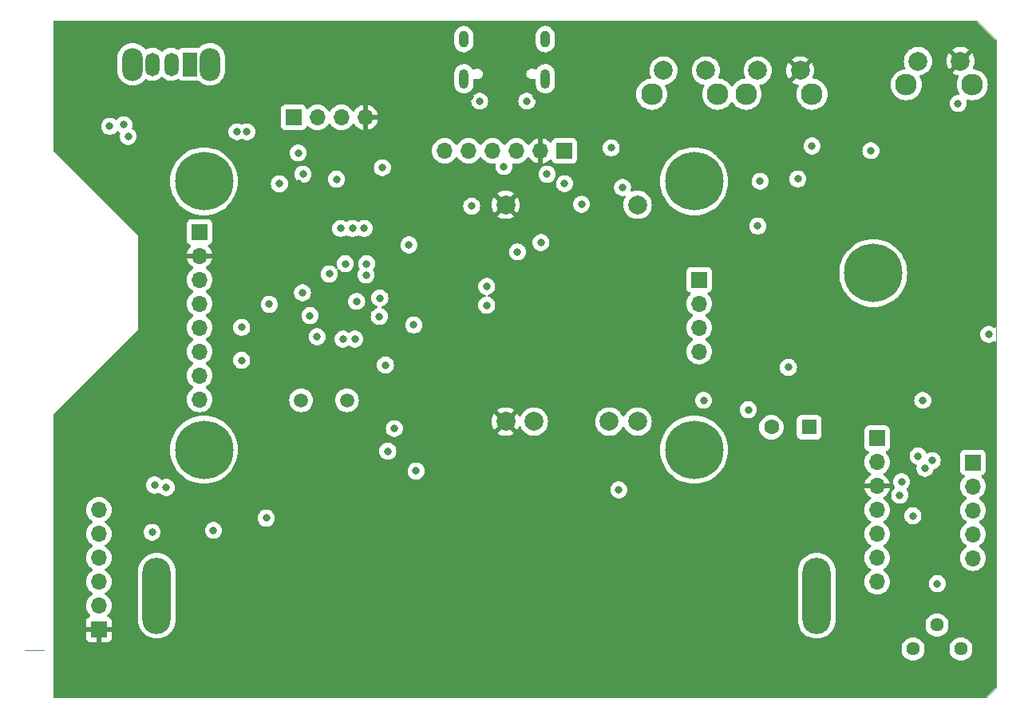
<source format=gbr>
%TF.GenerationSoftware,KiCad,Pcbnew,(7.0.0)*%
%TF.CreationDate,2023-04-30T17:40:28+02:00*%
%TF.ProjectId,STM32 Talnet console,53544d33-3220-4546-916c-6e657420636f,rev?*%
%TF.SameCoordinates,Original*%
%TF.FileFunction,Copper,L2,Inr*%
%TF.FilePolarity,Positive*%
%FSLAX46Y46*%
G04 Gerber Fmt 4.6, Leading zero omitted, Abs format (unit mm)*
G04 Created by KiCad (PCBNEW (7.0.0)) date 2023-04-30 17:40:28*
%MOMM*%
%LPD*%
G01*
G04 APERTURE LIST*
%TA.AperFunction,ComponentPad*%
%ADD10R,1.700000X1.700000*%
%TD*%
%TA.AperFunction,ComponentPad*%
%ADD11O,1.700000X1.700000*%
%TD*%
%TA.AperFunction,ComponentPad*%
%ADD12C,2.300000*%
%TD*%
%TA.AperFunction,ComponentPad*%
%ADD13C,2.000000*%
%TD*%
%TA.AperFunction,ComponentPad*%
%ADD14O,1.000000X2.100000*%
%TD*%
%TA.AperFunction,ComponentPad*%
%ADD15O,1.000000X1.800000*%
%TD*%
%TA.AperFunction,ComponentPad*%
%ADD16C,6.200000*%
%TD*%
%TA.AperFunction,ComponentPad*%
%ADD17C,1.440000*%
%TD*%
%TA.AperFunction,ComponentPad*%
%ADD18O,2.200000X3.500000*%
%TD*%
%TA.AperFunction,ComponentPad*%
%ADD19R,1.500000X2.500000*%
%TD*%
%TA.AperFunction,ComponentPad*%
%ADD20O,1.500000X2.500000*%
%TD*%
%TA.AperFunction,ComponentPad*%
%ADD21O,3.000000X8.100000*%
%TD*%
%TA.AperFunction,ComponentPad*%
%ADD22R,1.600000X1.600000*%
%TD*%
%TA.AperFunction,ComponentPad*%
%ADD23C,1.600000*%
%TD*%
%TA.AperFunction,ComponentPad*%
%ADD24C,1.500000*%
%TD*%
%TA.AperFunction,ViaPad*%
%ADD25C,0.800000*%
%TD*%
%TA.AperFunction,Profile*%
%ADD26C,0.100000*%
%TD*%
G04 APERTURE END LIST*
D10*
%TO.N,+3.3V*%
%TO.C,J2*%
X80732099Y-50624999D03*
D11*
%TO.N,GND*%
X80732099Y-53164999D03*
%TO.N,LCD_CS*%
X80732099Y-55704999D03*
%TO.N,LCD_RES*%
X80732099Y-58244999D03*
%TO.N,LCD_DC*%
X80732099Y-60784999D03*
%TO.N,LCD_MOSI*%
X80732099Y-63324999D03*
%TO.N,LCD_SCK*%
X80732099Y-65864999D03*
%TO.N,LCD_BLK*%
X80732099Y-68404999D03*
%TD*%
D10*
%TO.N,/Gyro/OCS*%
%TO.C,J10*%
X162787099Y-75079999D03*
D11*
%TO.N,/Gyro/INT2*%
X162787099Y-77619999D03*
%TO.N,N/C*%
X162787099Y-80159999D03*
%TO.N,/Gyro/SCX*%
X162787099Y-82699999D03*
%TO.N,/Gyro/SDX*%
X162787099Y-85239999D03*
%TD*%
D12*
%TO.N,*%
%TO.C,SW1*%
X138707100Y-36000000D03*
X145707100Y-36000000D03*
D13*
%TO.N,NRST*%
X139957100Y-33500000D03*
%TO.N,GND*%
X144457100Y-33500000D03*
%TD*%
D10*
%TO.N,unconnected-(J9-Pin_1-Pad1)*%
%TO.C,J9*%
X152627099Y-72529999D03*
D11*
%TO.N,+3.3V*%
X152627099Y-75069999D03*
%TO.N,GND*%
X152627099Y-77609999D03*
%TO.N,N/C*%
X152627099Y-80149999D03*
X152627099Y-82689999D03*
%TO.N,/Gyro/CS*%
X152627099Y-85229999D03*
%TO.N,/Gyro/SA0*%
X152627099Y-87769999D03*
%TD*%
D10*
%TO.N,/SD_CS*%
%TO.C,J3*%
X133732099Y-55699999D03*
D11*
%TO.N,/SD_MOSI*%
X133732099Y-58239999D03*
%TO.N,/SD_MISO*%
X133732099Y-60779999D03*
%TO.N,/SD_SCK*%
X133732099Y-63319999D03*
%TD*%
D14*
%TO.N,unconnected-(J6-SHIELD-PadS1)*%
%TO.C,J6*%
X117417099Y-34363999D03*
D15*
X117417099Y-30163999D03*
D14*
X108777099Y-34363999D03*
D15*
X108777099Y-30163999D03*
%TD*%
D16*
%TO.N,*%
%TO.C,H1*%
X81207100Y-45250000D03*
%TD*%
D10*
%TO.N,GND*%
%TO.C,J4*%
X70047099Y-92824999D03*
D11*
%TO.N,N/C*%
X70047099Y-90284999D03*
X70047099Y-87744999D03*
X70047099Y-85204999D03*
X70047099Y-82664999D03*
%TO.N,+3.3V*%
X70047099Y-80124999D03*
%TD*%
D10*
%TO.N,+3.3V*%
%TO.C,J1*%
X90707099Y-38474999D03*
D11*
%TO.N,Net-(J1-Pin_2)*%
X93247099Y-38474999D03*
%TO.N,Net-(J1-Pin_3)*%
X95787099Y-38474999D03*
%TO.N,GND*%
X98327099Y-38474999D03*
%TD*%
D17*
%TO.N,+3.3V*%
%TO.C,RV1*%
X161507100Y-94885000D03*
%TO.N,Net-(BZ1--)*%
X158967100Y-92345000D03*
%TO.N,Net-(BZ1-+)*%
X156427100Y-94885000D03*
%TD*%
D18*
%TO.N,*%
%TO.C,SW9*%
X81843099Y-32829999D03*
X73643099Y-32829999D03*
D19*
%TO.N,Net-(Q3-D)*%
X79743099Y-32829999D03*
D20*
%TO.N,Net-(SW9-B)*%
X77743099Y-32829999D03*
%TO.N,unconnected-(SW9-C-Pad3)*%
X75743099Y-32829999D03*
%TD*%
D16*
%TO.N,*%
%TO.C,H3*%
X133207100Y-73750000D03*
%TD*%
D10*
%TO.N,VBUS*%
%TO.C,J8*%
X119447099Y-42013999D03*
D11*
%TO.N,GND*%
X116907099Y-42013999D03*
%TO.N,unconnected-(J8-Pin_3-Pad3)*%
X114367099Y-42013999D03*
%TO.N,/Power/_USB_D-*%
X111827099Y-42013999D03*
%TO.N,/Power/_USB_D+*%
X109287099Y-42013999D03*
%TO.N,unconnected-(J8-Pin_6-Pad6)*%
X106747099Y-42013999D03*
%TD*%
D21*
%TO.N,Net-(J7-Pin_1)*%
%TO.C,J7*%
X76207099Y-89224999D03*
%TO.N,Net-(J7-Pin_2)*%
X146207099Y-89224999D03*
%TD*%
D16*
%TO.N,*%
%TO.C,H2*%
X133207100Y-45250000D03*
%TD*%
D12*
%TO.N,*%
%TO.C,SW4*%
X128707100Y-36000000D03*
X135707100Y-36000000D03*
D13*
%TO.N,BOOT0*%
X129957100Y-33500000D03*
%TO.N,+3.3V*%
X134457100Y-33500000D03*
%TD*%
D12*
%TO.N,*%
%TO.C,SW7*%
X155707100Y-35000000D03*
X162707100Y-35000000D03*
D13*
%TO.N,Net-(R14-Pad2)*%
X156957100Y-32500000D03*
%TO.N,GND*%
X161457100Y-32500000D03*
%TD*%
D22*
%TO.N,Net-(BZ1--)*%
%TO.C,BZ1*%
X145407099Y-71349999D03*
D23*
%TO.N,Net-(BZ1-+)*%
X141407100Y-71350000D03*
%TD*%
D16*
%TO.N,*%
%TO.C,H4*%
X81207100Y-73750000D03*
%TD*%
%TO.N,*%
%TO.C,H5*%
X152207100Y-55000000D03*
%TD*%
D13*
%TO.N,VBUS*%
%TO.C,U2*%
X127207100Y-47750000D03*
%TO.N,GND*%
X113207100Y-47750000D03*
%TO.N,Net-(SW9-B)*%
X127207100Y-70750000D03*
%TO.N,Net-(Q2-S)*%
X124207100Y-70750000D03*
%TO.N,Net-(J7-Pin_2)*%
X116207100Y-70750000D03*
%TO.N,GND*%
X113207100Y-70750000D03*
%TD*%
D24*
%TO.N,/OSC_IN*%
%TO.C,Y2*%
X91507100Y-68500000D03*
%TO.N,/OSC_OUT*%
X96387100Y-68500000D03*
%TD*%
D25*
%TO.N,+3.3V*%
X85207100Y-64250000D03*
X72707100Y-39250000D03*
X102957100Y-52000000D03*
X103457100Y-60500000D03*
X159007100Y-87955000D03*
X161207100Y-37000000D03*
X71207100Y-39412500D03*
X145707100Y-41500000D03*
X89211537Y-45525286D03*
X158457100Y-74905000D03*
X164457100Y-61500000D03*
X73171100Y-40500000D03*
X157457100Y-68500000D03*
X139957100Y-50000000D03*
X103707100Y-76000000D03*
X100138000Y-43811354D03*
%TO.N,GND*%
X104457100Y-38058000D03*
X103207100Y-62250000D03*
X138207100Y-45000000D03*
X86707100Y-60250000D03*
X164457100Y-68500000D03*
X162207100Y-49750000D03*
X159707100Y-72155000D03*
X107207100Y-74500000D03*
X73957100Y-47500000D03*
X137207100Y-61000000D03*
X91211537Y-45525286D03*
X157207100Y-37000000D03*
X92433100Y-71173999D03*
X106957100Y-68500000D03*
X106407100Y-50900000D03*
X99545099Y-74730000D03*
X116457100Y-36250000D03*
X159957100Y-78155000D03*
X109457100Y-36250000D03*
X97207100Y-65000000D03*
X158957100Y-60000000D03*
X157207100Y-45500000D03*
X143457100Y-50000000D03*
X121590114Y-38083036D03*
%TO.N,BTN_UP*%
X144207100Y-45000000D03*
X96957100Y-50250000D03*
%TO.N,NRST*%
X119457100Y-45500000D03*
X92457100Y-59500000D03*
%TO.N,BTN_RIGHT*%
X96207100Y-54000000D03*
X116957100Y-51750000D03*
%TO.N,BTN_LEFT*%
X95707100Y-50250000D03*
X140207100Y-45250000D03*
%TO.N,BTN_DOWN*%
X98457100Y-54000000D03*
X114457100Y-52750000D03*
%TO.N,g_SDA*%
X138957100Y-69500000D03*
%TO.N,g_SCL*%
X155007100Y-78555000D03*
X134207100Y-68500000D03*
%TO.N,g_INT*%
X100457100Y-64750000D03*
%TO.N,VBUS*%
X84707100Y-40000000D03*
X85749429Y-40000000D03*
X110457100Y-36750000D03*
X115457100Y-36750000D03*
%TO.N,/Gyro/OCS*%
X156957100Y-74405000D03*
%TO.N,/Gyro/INT2*%
X157694172Y-75719220D03*
%TO.N,/SWCLK*%
X95269100Y-45022000D03*
X91707100Y-44500000D03*
%TO.N,/Gyro/CS*%
X156407100Y-80755000D03*
%TO.N,/Gyro/SA0*%
X155207100Y-77155000D03*
%TO.N,BOOT0*%
X88133563Y-58306842D03*
X117607100Y-44500000D03*
%TO.N,Net-(SW9-B)*%
X75957100Y-77500000D03*
X77207100Y-77750000D03*
%TO.N,Net-(J7-Pin_2)*%
X125207100Y-78000000D03*
%TO.N,Net-(Q3-D)*%
X111200000Y-56400000D03*
X113033877Y-43695410D03*
X111200000Y-58400000D03*
X91207100Y-42250000D03*
%TO.N,Net-(U1-PB9)*%
X93207100Y-61750000D03*
X143207100Y-65000000D03*
%TO.N,Net-(R30-Pad2)*%
X109607100Y-47900000D03*
X125607100Y-45900000D03*
X124407100Y-41700000D03*
X121261516Y-47700000D03*
%TO.N,LCD_RES*%
X91654582Y-57083483D03*
%TO.N,LCD_DC*%
X85207100Y-60750000D03*
%TO.N,LCD_MOSI*%
X97400000Y-58000000D03*
%TO.N,LCD_SCK*%
X99800000Y-59600000D03*
%TO.N,/SD_MOSI*%
X98400000Y-55200000D03*
%TO.N,/SD_MISO*%
X94501505Y-55094127D03*
%TO.N,/SD_SCK*%
X99859657Y-57637363D03*
%TO.N,PC5*%
X87807100Y-81000000D03*
X100707100Y-73900000D03*
%TO.N,PC4*%
X98207100Y-50250000D03*
X151957100Y-42000000D03*
%TO.N,PB2*%
X95957100Y-62000000D03*
%TO.N,PB1*%
X101407100Y-71500000D03*
X75707100Y-82500000D03*
%TO.N,PB0*%
X82207100Y-82300000D03*
X97207100Y-62000000D03*
%TD*%
%TA.AperFunction,Conductor*%
%TO.N,GND*%
G36*
X163202983Y-28259939D02*
G01*
X163243211Y-28286819D01*
X165170281Y-30213888D01*
X165197161Y-30254116D01*
X165206600Y-30301569D01*
X165206600Y-60688101D01*
X165188327Y-60752891D01*
X165138895Y-60798586D01*
X165072871Y-60811719D01*
X165009715Y-60788419D01*
X164915088Y-60719669D01*
X164915087Y-60719668D01*
X164909830Y-60715849D01*
X164903892Y-60713205D01*
X164742845Y-60641501D01*
X164742840Y-60641499D01*
X164736903Y-60638856D01*
X164730544Y-60637504D01*
X164730540Y-60637503D01*
X164558108Y-60600852D01*
X164558105Y-60600851D01*
X164551746Y-60599500D01*
X164362454Y-60599500D01*
X164356095Y-60600851D01*
X164356091Y-60600852D01*
X164183659Y-60637503D01*
X164183652Y-60637505D01*
X164177297Y-60638856D01*
X164171362Y-60641498D01*
X164171354Y-60641501D01*
X164010307Y-60713205D01*
X164010302Y-60713207D01*
X164004370Y-60715849D01*
X163999116Y-60719665D01*
X163999111Y-60719669D01*
X163856488Y-60823290D01*
X163856481Y-60823295D01*
X163851229Y-60827112D01*
X163846884Y-60831937D01*
X163846879Y-60831942D01*
X163728913Y-60962956D01*
X163728908Y-60962962D01*
X163724567Y-60967784D01*
X163721322Y-60973404D01*
X163721318Y-60973410D01*
X163633169Y-61126089D01*
X163633166Y-61126094D01*
X163629921Y-61131716D01*
X163627915Y-61137888D01*
X163627913Y-61137894D01*
X163573433Y-61305564D01*
X163573431Y-61305573D01*
X163571426Y-61311744D01*
X163570748Y-61318194D01*
X163570746Y-61318204D01*
X163555533Y-61462956D01*
X163551640Y-61500000D01*
X163552319Y-61506460D01*
X163570746Y-61681795D01*
X163570747Y-61681803D01*
X163571426Y-61688256D01*
X163573431Y-61694428D01*
X163573433Y-61694435D01*
X163615368Y-61823495D01*
X163629921Y-61868284D01*
X163633168Y-61873908D01*
X163633169Y-61873910D01*
X163689986Y-61972321D01*
X163724567Y-62032216D01*
X163728911Y-62037041D01*
X163728913Y-62037043D01*
X163836540Y-62156574D01*
X163851229Y-62172888D01*
X164004370Y-62284151D01*
X164177297Y-62361144D01*
X164362454Y-62400500D01*
X164545243Y-62400500D01*
X164551746Y-62400500D01*
X164736903Y-62361144D01*
X164909830Y-62284151D01*
X164979174Y-62233769D01*
X165009715Y-62211581D01*
X165072871Y-62188281D01*
X165138895Y-62201414D01*
X165188327Y-62247109D01*
X165206600Y-62311899D01*
X165206600Y-98948431D01*
X165197161Y-98995884D01*
X165170281Y-99036112D01*
X164243211Y-99963181D01*
X164202983Y-99990061D01*
X164155530Y-99999500D01*
X65331600Y-99999500D01*
X65269600Y-99982887D01*
X65224213Y-99937500D01*
X65207600Y-99875500D01*
X65207600Y-94885000D01*
X155201938Y-94885000D01*
X155220551Y-95097747D01*
X155221951Y-95102971D01*
X155274421Y-95298797D01*
X155274424Y-95298805D01*
X155275824Y-95304030D01*
X155366079Y-95497581D01*
X155488571Y-95672519D01*
X155639581Y-95823529D01*
X155814519Y-95946021D01*
X156008070Y-96036276D01*
X156214353Y-96091549D01*
X156427100Y-96110162D01*
X156639847Y-96091549D01*
X156846130Y-96036276D01*
X157039681Y-95946021D01*
X157214619Y-95823529D01*
X157365629Y-95672519D01*
X157488121Y-95497581D01*
X157578376Y-95304030D01*
X157633649Y-95097747D01*
X157652262Y-94885000D01*
X160281938Y-94885000D01*
X160300551Y-95097747D01*
X160301951Y-95102971D01*
X160354421Y-95298797D01*
X160354424Y-95298805D01*
X160355824Y-95304030D01*
X160446079Y-95497581D01*
X160568571Y-95672519D01*
X160719581Y-95823529D01*
X160894519Y-95946021D01*
X161088070Y-96036276D01*
X161294353Y-96091549D01*
X161507100Y-96110162D01*
X161719847Y-96091549D01*
X161926130Y-96036276D01*
X162119681Y-95946021D01*
X162294619Y-95823529D01*
X162445629Y-95672519D01*
X162568121Y-95497581D01*
X162658376Y-95304030D01*
X162713649Y-95097747D01*
X162732262Y-94885000D01*
X162713649Y-94672253D01*
X162658376Y-94465970D01*
X162568121Y-94272419D01*
X162445629Y-94097481D01*
X162294619Y-93946471D01*
X162119681Y-93823979D01*
X162058066Y-93795247D01*
X161931039Y-93736013D01*
X161931037Y-93736012D01*
X161926130Y-93733724D01*
X161920905Y-93732324D01*
X161920897Y-93732321D01*
X161769320Y-93691707D01*
X161719847Y-93678451D01*
X161714459Y-93677979D01*
X161714456Y-93677979D01*
X161512495Y-93660310D01*
X161507100Y-93659838D01*
X161501705Y-93660310D01*
X161299743Y-93677979D01*
X161299738Y-93677979D01*
X161294353Y-93678451D01*
X161289128Y-93679850D01*
X161289128Y-93679851D01*
X161093302Y-93732321D01*
X161093290Y-93732325D01*
X161088070Y-93733724D01*
X161083165Y-93736010D01*
X161083160Y-93736013D01*
X160899429Y-93821689D01*
X160899425Y-93821691D01*
X160894519Y-93823979D01*
X160890086Y-93827082D01*
X160890079Y-93827087D01*
X160724016Y-93943365D01*
X160724011Y-93943368D01*
X160719581Y-93946471D01*
X160715757Y-93950294D01*
X160715751Y-93950300D01*
X160572400Y-94093651D01*
X160572394Y-94093657D01*
X160568571Y-94097481D01*
X160565468Y-94101911D01*
X160565465Y-94101916D01*
X160449187Y-94267979D01*
X160449182Y-94267986D01*
X160446079Y-94272419D01*
X160443791Y-94277325D01*
X160443789Y-94277329D01*
X160358113Y-94461060D01*
X160358110Y-94461065D01*
X160355824Y-94465970D01*
X160354425Y-94471190D01*
X160354421Y-94471202D01*
X160301951Y-94667028D01*
X160300551Y-94672253D01*
X160281938Y-94885000D01*
X157652262Y-94885000D01*
X157633649Y-94672253D01*
X157578376Y-94465970D01*
X157488121Y-94272419D01*
X157365629Y-94097481D01*
X157214619Y-93946471D01*
X157039681Y-93823979D01*
X156978066Y-93795247D01*
X156851039Y-93736013D01*
X156851037Y-93736012D01*
X156846130Y-93733724D01*
X156840905Y-93732324D01*
X156840897Y-93732321D01*
X156689320Y-93691707D01*
X156639847Y-93678451D01*
X156634459Y-93677979D01*
X156634456Y-93677979D01*
X156432495Y-93660310D01*
X156427100Y-93659838D01*
X156421705Y-93660310D01*
X156219743Y-93677979D01*
X156219738Y-93677979D01*
X156214353Y-93678451D01*
X156209128Y-93679850D01*
X156209128Y-93679851D01*
X156013302Y-93732321D01*
X156013290Y-93732325D01*
X156008070Y-93733724D01*
X156003165Y-93736010D01*
X156003160Y-93736013D01*
X155819429Y-93821689D01*
X155819425Y-93821691D01*
X155814519Y-93823979D01*
X155810086Y-93827082D01*
X155810079Y-93827087D01*
X155644016Y-93943365D01*
X155644011Y-93943368D01*
X155639581Y-93946471D01*
X155635757Y-93950294D01*
X155635751Y-93950300D01*
X155492400Y-94093651D01*
X155492394Y-94093657D01*
X155488571Y-94097481D01*
X155485468Y-94101911D01*
X155485465Y-94101916D01*
X155369187Y-94267979D01*
X155369182Y-94267986D01*
X155366079Y-94272419D01*
X155363791Y-94277325D01*
X155363789Y-94277329D01*
X155278113Y-94461060D01*
X155278110Y-94461065D01*
X155275824Y-94465970D01*
X155274425Y-94471190D01*
X155274421Y-94471202D01*
X155221951Y-94667028D01*
X155220551Y-94672253D01*
X155201938Y-94885000D01*
X65207600Y-94885000D01*
X65207600Y-93719518D01*
X68697100Y-93719518D01*
X68697453Y-93726114D01*
X68702673Y-93774667D01*
X68706211Y-93789641D01*
X68750647Y-93908777D01*
X68759062Y-93924189D01*
X68834598Y-94025092D01*
X68847007Y-94037501D01*
X68947910Y-94113037D01*
X68963322Y-94121452D01*
X69082458Y-94165888D01*
X69097432Y-94169426D01*
X69145985Y-94174646D01*
X69152582Y-94175000D01*
X69780774Y-94175000D01*
X69793649Y-94171549D01*
X69797100Y-94158674D01*
X70297100Y-94158674D01*
X70300550Y-94171549D01*
X70313426Y-94175000D01*
X70941618Y-94175000D01*
X70948214Y-94174646D01*
X70996767Y-94169426D01*
X71011741Y-94165888D01*
X71130877Y-94121452D01*
X71146289Y-94113037D01*
X71247192Y-94037501D01*
X71259601Y-94025092D01*
X71335137Y-93924189D01*
X71343552Y-93908777D01*
X71387988Y-93789641D01*
X71391526Y-93774667D01*
X71396746Y-93726114D01*
X71397100Y-93719518D01*
X71397100Y-93091326D01*
X71393649Y-93078450D01*
X71380774Y-93075000D01*
X70313426Y-93075000D01*
X70300550Y-93078450D01*
X70297100Y-93091326D01*
X70297100Y-94158674D01*
X69797100Y-94158674D01*
X69797100Y-93091326D01*
X69793649Y-93078450D01*
X69780774Y-93075000D01*
X68713426Y-93075000D01*
X68700550Y-93078450D01*
X68697100Y-93091326D01*
X68697100Y-93719518D01*
X65207600Y-93719518D01*
X65207600Y-90285000D01*
X68691441Y-90285000D01*
X68712037Y-90520408D01*
X68713436Y-90525630D01*
X68713437Y-90525634D01*
X68771794Y-90743430D01*
X68771797Y-90743438D01*
X68773197Y-90748663D01*
X68775485Y-90753570D01*
X68775486Y-90753572D01*
X68870778Y-90957927D01*
X68870781Y-90957933D01*
X68873065Y-90962830D01*
X68876164Y-90967257D01*
X68876166Y-90967259D01*
X69005499Y-91151966D01*
X69005502Y-91151970D01*
X69008605Y-91156401D01*
X69012436Y-91160232D01*
X69130918Y-91278714D01*
X69162214Y-91331460D01*
X69164403Y-91392753D01*
X69136950Y-91447597D01*
X69086571Y-91482576D01*
X68963326Y-91528544D01*
X68947910Y-91536962D01*
X68847007Y-91612498D01*
X68834598Y-91624907D01*
X68759062Y-91725810D01*
X68750647Y-91741222D01*
X68706211Y-91860358D01*
X68702673Y-91875332D01*
X68697453Y-91923885D01*
X68697100Y-91930482D01*
X68697100Y-92558674D01*
X68700550Y-92571549D01*
X68713426Y-92575000D01*
X71380774Y-92575000D01*
X71393649Y-92571549D01*
X71397100Y-92558674D01*
X71397100Y-91930482D01*
X71396746Y-91923885D01*
X71391526Y-91875332D01*
X71387988Y-91860358D01*
X71382800Y-91846448D01*
X74206600Y-91846448D01*
X74206757Y-91848656D01*
X74206758Y-91848658D01*
X74221587Y-92056005D01*
X74221588Y-92056014D01*
X74221904Y-92060428D01*
X74222844Y-92064753D01*
X74222846Y-92064761D01*
X74238701Y-92137643D01*
X74282731Y-92340046D01*
X74284275Y-92344185D01*
X74284276Y-92344189D01*
X74370364Y-92575000D01*
X74382733Y-92608161D01*
X74384853Y-92612043D01*
X74384856Y-92612050D01*
X74517747Y-92855420D01*
X74519874Y-92859315D01*
X74691361Y-93088395D01*
X74893705Y-93290739D01*
X75122785Y-93462226D01*
X75373939Y-93599367D01*
X75642054Y-93699369D01*
X75921672Y-93760196D01*
X76207100Y-93780610D01*
X76492528Y-93760196D01*
X76772146Y-93699369D01*
X77040261Y-93599367D01*
X77291415Y-93462226D01*
X77520495Y-93290739D01*
X77722839Y-93088395D01*
X77894326Y-92859315D01*
X78031467Y-92608161D01*
X78131469Y-92340046D01*
X78192296Y-92060428D01*
X78207600Y-91846448D01*
X144206600Y-91846448D01*
X144206757Y-91848656D01*
X144206758Y-91848658D01*
X144221587Y-92056005D01*
X144221588Y-92056014D01*
X144221904Y-92060428D01*
X144222844Y-92064753D01*
X144222846Y-92064761D01*
X144238701Y-92137643D01*
X144282731Y-92340046D01*
X144284275Y-92344185D01*
X144284276Y-92344189D01*
X144370364Y-92575000D01*
X144382733Y-92608161D01*
X144384853Y-92612043D01*
X144384856Y-92612050D01*
X144517747Y-92855420D01*
X144519874Y-92859315D01*
X144691361Y-93088395D01*
X144893705Y-93290739D01*
X145122785Y-93462226D01*
X145373939Y-93599367D01*
X145642054Y-93699369D01*
X145921672Y-93760196D01*
X146207100Y-93780610D01*
X146492528Y-93760196D01*
X146772146Y-93699369D01*
X147040261Y-93599367D01*
X147291415Y-93462226D01*
X147520495Y-93290739D01*
X147722839Y-93088395D01*
X147894326Y-92859315D01*
X148031467Y-92608161D01*
X148129621Y-92345000D01*
X157741938Y-92345000D01*
X157760551Y-92557747D01*
X157761951Y-92562971D01*
X157814421Y-92758797D01*
X157814424Y-92758805D01*
X157815824Y-92764030D01*
X157906079Y-92957581D01*
X158028571Y-93132519D01*
X158179581Y-93283529D01*
X158354519Y-93406021D01*
X158548070Y-93496276D01*
X158754353Y-93551549D01*
X158967100Y-93570162D01*
X159179847Y-93551549D01*
X159386130Y-93496276D01*
X159579681Y-93406021D01*
X159754619Y-93283529D01*
X159905629Y-93132519D01*
X160028121Y-92957581D01*
X160118376Y-92764030D01*
X160173649Y-92557747D01*
X160192262Y-92345000D01*
X160173649Y-92132253D01*
X160118376Y-91925970D01*
X160028121Y-91732419D01*
X159905629Y-91557481D01*
X159754619Y-91406471D01*
X159695380Y-91364992D01*
X159584120Y-91287087D01*
X159584118Y-91287086D01*
X159579681Y-91283979D01*
X159386130Y-91193724D01*
X159380905Y-91192324D01*
X159380897Y-91192321D01*
X159229320Y-91151707D01*
X159179847Y-91138451D01*
X159174459Y-91137979D01*
X159174456Y-91137979D01*
X158972495Y-91120310D01*
X158967100Y-91119838D01*
X158961705Y-91120310D01*
X158759743Y-91137979D01*
X158759738Y-91137979D01*
X158754353Y-91138451D01*
X158749128Y-91139850D01*
X158749128Y-91139851D01*
X158553302Y-91192321D01*
X158553290Y-91192325D01*
X158548070Y-91193724D01*
X158543165Y-91196010D01*
X158543160Y-91196013D01*
X158359429Y-91281689D01*
X158359425Y-91281691D01*
X158354519Y-91283979D01*
X158350086Y-91287082D01*
X158350079Y-91287087D01*
X158184016Y-91403365D01*
X158184011Y-91403368D01*
X158179581Y-91406471D01*
X158175757Y-91410294D01*
X158175751Y-91410300D01*
X158032400Y-91553651D01*
X158032394Y-91553657D01*
X158028571Y-91557481D01*
X158025468Y-91561911D01*
X158025465Y-91561916D01*
X157909187Y-91727979D01*
X157909182Y-91727986D01*
X157906079Y-91732419D01*
X157903791Y-91737325D01*
X157903789Y-91737329D01*
X157818113Y-91921060D01*
X157818110Y-91921065D01*
X157815824Y-91925970D01*
X157814425Y-91931190D01*
X157814421Y-91931202D01*
X157780981Y-92056005D01*
X157760551Y-92132253D01*
X157741938Y-92345000D01*
X148129621Y-92345000D01*
X148131469Y-92340046D01*
X148192296Y-92060428D01*
X148207600Y-91846448D01*
X148207600Y-87770000D01*
X151271441Y-87770000D01*
X151271913Y-87775395D01*
X151289849Y-87980408D01*
X151292037Y-88005408D01*
X151293436Y-88010630D01*
X151293437Y-88010634D01*
X151351794Y-88228430D01*
X151351797Y-88228438D01*
X151353197Y-88233663D01*
X151355485Y-88238570D01*
X151355486Y-88238572D01*
X151450778Y-88442927D01*
X151450781Y-88442933D01*
X151453065Y-88447830D01*
X151456164Y-88452257D01*
X151456166Y-88452259D01*
X151585499Y-88636966D01*
X151585502Y-88636970D01*
X151588605Y-88641401D01*
X151755699Y-88808495D01*
X151760131Y-88811598D01*
X151760133Y-88811600D01*
X151820897Y-88854147D01*
X151949270Y-88944035D01*
X152163437Y-89043903D01*
X152391692Y-89105063D01*
X152627100Y-89125659D01*
X152862508Y-89105063D01*
X153090763Y-89043903D01*
X153304930Y-88944035D01*
X153498501Y-88808495D01*
X153665595Y-88641401D01*
X153801135Y-88447830D01*
X153901003Y-88233663D01*
X153962163Y-88005408D01*
X153966573Y-87955000D01*
X158101640Y-87955000D01*
X158102319Y-87961460D01*
X158120746Y-88136795D01*
X158120747Y-88136803D01*
X158121426Y-88143256D01*
X158123431Y-88149428D01*
X158123433Y-88149435D01*
X158150801Y-88233663D01*
X158179921Y-88323284D01*
X158183168Y-88328908D01*
X158183169Y-88328910D01*
X158254384Y-88452259D01*
X158274567Y-88487216D01*
X158401229Y-88627888D01*
X158554370Y-88739151D01*
X158727297Y-88816144D01*
X158912454Y-88855500D01*
X159095243Y-88855500D01*
X159101746Y-88855500D01*
X159286903Y-88816144D01*
X159459830Y-88739151D01*
X159612971Y-88627888D01*
X159739633Y-88487216D01*
X159834279Y-88323284D01*
X159892774Y-88143256D01*
X159912560Y-87955000D01*
X159892774Y-87766744D01*
X159834279Y-87586716D01*
X159739633Y-87422784D01*
X159612971Y-87282112D01*
X159607713Y-87278292D01*
X159607711Y-87278290D01*
X159465088Y-87174669D01*
X159465087Y-87174668D01*
X159459830Y-87170849D01*
X159453892Y-87168205D01*
X159292845Y-87096501D01*
X159292840Y-87096499D01*
X159286903Y-87093856D01*
X159280544Y-87092504D01*
X159280540Y-87092503D01*
X159108108Y-87055852D01*
X159108105Y-87055851D01*
X159101746Y-87054500D01*
X158912454Y-87054500D01*
X158906095Y-87055851D01*
X158906091Y-87055852D01*
X158733659Y-87092503D01*
X158733652Y-87092505D01*
X158727297Y-87093856D01*
X158721362Y-87096498D01*
X158721354Y-87096501D01*
X158560307Y-87168205D01*
X158560302Y-87168207D01*
X158554370Y-87170849D01*
X158549116Y-87174665D01*
X158549111Y-87174669D01*
X158406488Y-87278290D01*
X158406481Y-87278295D01*
X158401229Y-87282112D01*
X158396884Y-87286937D01*
X158396879Y-87286942D01*
X158278913Y-87417956D01*
X158278908Y-87417962D01*
X158274567Y-87422784D01*
X158271322Y-87428404D01*
X158271318Y-87428410D01*
X158183169Y-87581089D01*
X158183166Y-87581094D01*
X158179921Y-87586716D01*
X158177915Y-87592888D01*
X158177913Y-87592894D01*
X158123433Y-87760564D01*
X158123431Y-87760573D01*
X158121426Y-87766744D01*
X158120748Y-87773194D01*
X158120746Y-87773204D01*
X158103062Y-87941464D01*
X158101640Y-87955000D01*
X153966573Y-87955000D01*
X153982759Y-87770000D01*
X153962163Y-87534592D01*
X153901003Y-87306337D01*
X153801135Y-87092171D01*
X153665595Y-86898599D01*
X153498501Y-86731505D01*
X153494068Y-86728401D01*
X153494061Y-86728395D01*
X153312942Y-86601575D01*
X153274076Y-86557257D01*
X153260065Y-86500000D01*
X153274076Y-86442743D01*
X153312942Y-86398425D01*
X153494061Y-86271604D01*
X153494061Y-86271603D01*
X153498501Y-86268495D01*
X153665595Y-86101401D01*
X153801135Y-85907830D01*
X153901003Y-85693663D01*
X153962163Y-85465408D01*
X153981884Y-85240000D01*
X161431441Y-85240000D01*
X161452037Y-85475408D01*
X161453436Y-85480630D01*
X161453437Y-85480634D01*
X161511794Y-85698430D01*
X161511797Y-85698438D01*
X161513197Y-85703663D01*
X161515485Y-85708570D01*
X161515486Y-85708572D01*
X161610778Y-85912927D01*
X161610781Y-85912933D01*
X161613065Y-85917830D01*
X161616164Y-85922257D01*
X161616166Y-85922259D01*
X161745499Y-86106966D01*
X161745502Y-86106970D01*
X161748605Y-86111401D01*
X161915699Y-86278495D01*
X162109270Y-86414035D01*
X162114170Y-86416320D01*
X162114172Y-86416321D01*
X162168543Y-86441674D01*
X162323437Y-86513903D01*
X162551692Y-86575063D01*
X162787100Y-86595659D01*
X163022508Y-86575063D01*
X163250763Y-86513903D01*
X163464930Y-86414035D01*
X163658501Y-86278495D01*
X163825595Y-86111401D01*
X163961135Y-85917830D01*
X164061003Y-85703663D01*
X164122163Y-85475408D01*
X164142759Y-85240000D01*
X164122163Y-85004592D01*
X164061003Y-84776337D01*
X163961135Y-84562171D01*
X163825595Y-84368599D01*
X163658501Y-84201505D01*
X163654068Y-84198401D01*
X163654061Y-84198395D01*
X163472942Y-84071575D01*
X163434076Y-84027257D01*
X163420065Y-83970000D01*
X163434076Y-83912743D01*
X163472942Y-83868425D01*
X163654061Y-83741604D01*
X163654061Y-83741603D01*
X163658501Y-83738495D01*
X163825595Y-83571401D01*
X163961135Y-83377830D01*
X164061003Y-83163663D01*
X164122163Y-82935408D01*
X164142759Y-82700000D01*
X164122163Y-82464592D01*
X164061003Y-82236337D01*
X163961135Y-82022171D01*
X163825595Y-81828599D01*
X163658501Y-81661505D01*
X163654068Y-81658401D01*
X163654061Y-81658395D01*
X163472942Y-81531575D01*
X163434076Y-81487257D01*
X163420065Y-81430000D01*
X163434076Y-81372743D01*
X163472942Y-81328425D01*
X163654061Y-81201604D01*
X163654061Y-81201603D01*
X163658501Y-81198495D01*
X163825595Y-81031401D01*
X163961135Y-80837830D01*
X164061003Y-80623663D01*
X164122163Y-80395408D01*
X164142759Y-80160000D01*
X164122163Y-79924592D01*
X164061003Y-79696337D01*
X163961135Y-79482171D01*
X163825595Y-79288599D01*
X163658501Y-79121505D01*
X163654068Y-79118401D01*
X163654061Y-79118395D01*
X163472942Y-78991575D01*
X163434076Y-78947257D01*
X163420065Y-78890000D01*
X163434076Y-78832743D01*
X163472942Y-78788425D01*
X163654061Y-78661604D01*
X163654061Y-78661603D01*
X163658501Y-78658495D01*
X163825595Y-78491401D01*
X163961135Y-78297830D01*
X164061003Y-78083663D01*
X164122163Y-77855408D01*
X164142759Y-77620000D01*
X164122163Y-77384592D01*
X164067070Y-77178978D01*
X164062405Y-77161569D01*
X164062404Y-77161567D01*
X164061003Y-77156337D01*
X163961135Y-76942171D01*
X163825595Y-76748599D01*
X163703669Y-76626673D01*
X163672373Y-76573927D01*
X163670184Y-76512634D01*
X163697637Y-76457789D01*
X163748016Y-76422810D01*
X163879431Y-76373796D01*
X163994646Y-76287546D01*
X164080896Y-76172331D01*
X164131191Y-76037483D01*
X164137600Y-75977873D01*
X164137599Y-74182128D01*
X164131191Y-74122517D01*
X164080896Y-73987669D01*
X163994646Y-73872454D01*
X163929647Y-73823796D01*
X163886531Y-73791519D01*
X163886530Y-73791518D01*
X163879431Y-73786204D01*
X163782363Y-73750000D01*
X163751852Y-73738620D01*
X163751850Y-73738619D01*
X163744583Y-73735909D01*
X163736870Y-73735079D01*
X163736867Y-73735079D01*
X163688280Y-73729855D01*
X163688269Y-73729854D01*
X163684973Y-73729500D01*
X163681650Y-73729500D01*
X161892539Y-73729500D01*
X161892520Y-73729500D01*
X161889228Y-73729501D01*
X161885950Y-73729853D01*
X161885938Y-73729854D01*
X161837331Y-73735079D01*
X161837325Y-73735080D01*
X161829617Y-73735909D01*
X161822352Y-73738618D01*
X161822346Y-73738620D01*
X161703080Y-73783104D01*
X161703078Y-73783104D01*
X161694769Y-73786204D01*
X161687672Y-73791516D01*
X161687668Y-73791519D01*
X161586650Y-73867141D01*
X161586646Y-73867144D01*
X161579554Y-73872454D01*
X161574244Y-73879546D01*
X161574241Y-73879550D01*
X161498619Y-73980568D01*
X161498616Y-73980572D01*
X161493304Y-73987669D01*
X161490204Y-73995978D01*
X161490204Y-73995980D01*
X161445720Y-74115247D01*
X161445719Y-74115250D01*
X161443009Y-74122517D01*
X161442179Y-74130227D01*
X161442179Y-74130232D01*
X161436955Y-74178819D01*
X161436954Y-74178831D01*
X161436600Y-74182127D01*
X161436600Y-74185448D01*
X161436600Y-74185449D01*
X161436600Y-75974560D01*
X161436600Y-75974578D01*
X161436601Y-75977872D01*
X161436953Y-75981150D01*
X161436954Y-75981161D01*
X161442179Y-76029768D01*
X161442180Y-76029773D01*
X161443009Y-76037483D01*
X161445719Y-76044749D01*
X161445720Y-76044753D01*
X161463764Y-76093130D01*
X161493304Y-76172331D01*
X161498618Y-76179430D01*
X161498619Y-76179431D01*
X161556135Y-76256263D01*
X161579554Y-76287546D01*
X161694769Y-76373796D01*
X161804505Y-76414725D01*
X161826182Y-76422810D01*
X161876562Y-76457789D01*
X161904015Y-76512633D01*
X161901826Y-76573926D01*
X161870531Y-76626673D01*
X161748605Y-76748599D01*
X161745502Y-76753029D01*
X161745499Y-76753034D01*
X161616173Y-76937731D01*
X161616168Y-76937738D01*
X161613065Y-76942171D01*
X161610777Y-76947077D01*
X161610775Y-76947081D01*
X161515486Y-77151427D01*
X161515483Y-77151432D01*
X161513197Y-77156337D01*
X161511798Y-77161557D01*
X161511794Y-77161569D01*
X161453437Y-77379365D01*
X161453435Y-77379371D01*
X161452037Y-77384592D01*
X161451565Y-77389977D01*
X161451565Y-77389982D01*
X161436538Y-77561744D01*
X161431441Y-77620000D01*
X161431913Y-77625395D01*
X161442249Y-77743540D01*
X161452037Y-77855408D01*
X161453436Y-77860630D01*
X161453437Y-77860634D01*
X161511794Y-78078430D01*
X161511797Y-78078438D01*
X161513197Y-78083663D01*
X161515485Y-78088570D01*
X161515486Y-78088572D01*
X161610778Y-78292927D01*
X161610781Y-78292933D01*
X161613065Y-78297830D01*
X161616164Y-78302257D01*
X161616166Y-78302259D01*
X161745499Y-78486966D01*
X161745502Y-78486970D01*
X161748605Y-78491401D01*
X161915699Y-78658495D01*
X161920132Y-78661599D01*
X161920138Y-78661604D01*
X162101258Y-78788425D01*
X162140124Y-78832743D01*
X162154135Y-78890000D01*
X162140124Y-78947257D01*
X162101259Y-78991575D01*
X161920141Y-79118395D01*
X161915699Y-79121505D01*
X161911875Y-79125328D01*
X161911869Y-79125334D01*
X161752434Y-79284769D01*
X161752428Y-79284775D01*
X161748605Y-79288599D01*
X161745502Y-79293029D01*
X161745499Y-79293034D01*
X161616173Y-79477731D01*
X161616168Y-79477738D01*
X161613065Y-79482171D01*
X161610777Y-79487077D01*
X161610775Y-79487081D01*
X161515486Y-79691427D01*
X161515483Y-79691432D01*
X161513197Y-79696337D01*
X161511798Y-79701557D01*
X161511794Y-79701569D01*
X161453437Y-79919365D01*
X161453435Y-79919371D01*
X161452037Y-79924592D01*
X161451565Y-79929977D01*
X161451565Y-79929982D01*
X161438590Y-80078290D01*
X161431441Y-80160000D01*
X161431913Y-80165395D01*
X161451276Y-80386716D01*
X161452037Y-80395408D01*
X161453436Y-80400630D01*
X161453437Y-80400634D01*
X161511794Y-80618430D01*
X161511797Y-80618438D01*
X161513197Y-80623663D01*
X161515485Y-80628570D01*
X161515486Y-80628572D01*
X161610778Y-80832927D01*
X161610781Y-80832933D01*
X161613065Y-80837830D01*
X161616164Y-80842257D01*
X161616166Y-80842259D01*
X161745499Y-81026966D01*
X161745502Y-81026970D01*
X161748605Y-81031401D01*
X161915699Y-81198495D01*
X161920132Y-81201599D01*
X161920138Y-81201604D01*
X162101258Y-81328425D01*
X162140124Y-81372743D01*
X162154135Y-81430000D01*
X162140124Y-81487257D01*
X162101259Y-81531575D01*
X161920141Y-81658395D01*
X161915699Y-81661505D01*
X161911875Y-81665328D01*
X161911869Y-81665334D01*
X161752434Y-81824769D01*
X161752428Y-81824775D01*
X161748605Y-81828599D01*
X161745502Y-81833029D01*
X161745499Y-81833034D01*
X161616173Y-82017731D01*
X161616168Y-82017738D01*
X161613065Y-82022171D01*
X161610777Y-82027077D01*
X161610775Y-82027081D01*
X161515486Y-82231427D01*
X161515483Y-82231432D01*
X161513197Y-82236337D01*
X161511798Y-82241557D01*
X161511794Y-82241569D01*
X161453437Y-82459365D01*
X161453435Y-82459371D01*
X161452037Y-82464592D01*
X161451565Y-82469977D01*
X161451565Y-82469982D01*
X161449504Y-82493540D01*
X161431441Y-82700000D01*
X161431913Y-82705395D01*
X161445623Y-82862105D01*
X161452037Y-82935408D01*
X161453436Y-82940630D01*
X161453437Y-82940634D01*
X161511794Y-83158430D01*
X161511797Y-83158438D01*
X161513197Y-83163663D01*
X161515485Y-83168570D01*
X161515486Y-83168572D01*
X161610778Y-83372927D01*
X161610781Y-83372933D01*
X161613065Y-83377830D01*
X161616164Y-83382257D01*
X161616166Y-83382259D01*
X161745499Y-83566966D01*
X161745502Y-83566970D01*
X161748605Y-83571401D01*
X161915699Y-83738495D01*
X161920132Y-83741599D01*
X161920138Y-83741604D01*
X162101258Y-83868425D01*
X162140124Y-83912743D01*
X162154135Y-83970000D01*
X162140124Y-84027257D01*
X162101259Y-84071575D01*
X161920141Y-84198395D01*
X161915699Y-84201505D01*
X161911875Y-84205328D01*
X161911869Y-84205334D01*
X161752434Y-84364769D01*
X161752428Y-84364775D01*
X161748605Y-84368599D01*
X161745502Y-84373029D01*
X161745499Y-84373034D01*
X161616173Y-84557731D01*
X161616168Y-84557738D01*
X161613065Y-84562171D01*
X161610777Y-84567077D01*
X161610775Y-84567081D01*
X161515486Y-84771427D01*
X161515483Y-84771432D01*
X161513197Y-84776337D01*
X161511798Y-84781557D01*
X161511794Y-84781569D01*
X161453437Y-84999365D01*
X161453435Y-84999371D01*
X161452037Y-85004592D01*
X161451565Y-85009977D01*
X161451565Y-85009982D01*
X161438505Y-85159261D01*
X161431441Y-85240000D01*
X153981884Y-85240000D01*
X153982759Y-85230000D01*
X153962163Y-84994592D01*
X153905084Y-84781569D01*
X153902405Y-84771569D01*
X153902404Y-84771567D01*
X153901003Y-84766337D01*
X153801135Y-84552171D01*
X153665595Y-84358599D01*
X153498501Y-84191505D01*
X153494070Y-84188402D01*
X153494066Y-84188399D01*
X153312941Y-84061574D01*
X153274076Y-84017256D01*
X153260065Y-83959999D01*
X153274076Y-83902742D01*
X153312939Y-83858426D01*
X153498501Y-83728495D01*
X153665595Y-83561401D01*
X153801135Y-83367830D01*
X153901003Y-83153663D01*
X153962163Y-82925408D01*
X153982759Y-82690000D01*
X153962163Y-82454592D01*
X153905084Y-82241569D01*
X153902405Y-82231569D01*
X153902404Y-82231567D01*
X153901003Y-82226337D01*
X153801135Y-82012171D01*
X153665595Y-81818599D01*
X153498501Y-81651505D01*
X153494068Y-81648401D01*
X153494061Y-81648395D01*
X153312942Y-81521575D01*
X153274076Y-81477257D01*
X153260065Y-81420000D01*
X153274076Y-81362743D01*
X153312942Y-81318425D01*
X153494061Y-81191604D01*
X153494061Y-81191603D01*
X153498501Y-81188495D01*
X153665595Y-81021401D01*
X153801135Y-80827830D01*
X153835096Y-80755000D01*
X155501640Y-80755000D01*
X155502319Y-80761460D01*
X155520746Y-80936795D01*
X155520747Y-80936803D01*
X155521426Y-80943256D01*
X155523431Y-80949428D01*
X155523433Y-80949435D01*
X155548625Y-81026966D01*
X155579921Y-81123284D01*
X155583168Y-81128908D01*
X155583169Y-81128910D01*
X155621131Y-81194663D01*
X155674567Y-81287216D01*
X155678911Y-81292041D01*
X155678913Y-81292043D01*
X155796879Y-81423057D01*
X155801229Y-81427888D01*
X155954370Y-81539151D01*
X156127297Y-81616144D01*
X156312454Y-81655500D01*
X156495243Y-81655500D01*
X156501746Y-81655500D01*
X156686903Y-81616144D01*
X156859830Y-81539151D01*
X157012971Y-81427888D01*
X157139633Y-81287216D01*
X157234279Y-81123284D01*
X157292774Y-80943256D01*
X157312560Y-80755000D01*
X157292774Y-80566744D01*
X157234279Y-80386716D01*
X157139633Y-80222784D01*
X157078955Y-80155395D01*
X157017320Y-80086942D01*
X157017319Y-80086941D01*
X157012971Y-80082112D01*
X157007713Y-80078292D01*
X157007711Y-80078290D01*
X156865088Y-79974669D01*
X156865087Y-79974668D01*
X156859830Y-79970849D01*
X156853892Y-79968205D01*
X156692845Y-79896501D01*
X156692840Y-79896499D01*
X156686903Y-79893856D01*
X156680544Y-79892504D01*
X156680540Y-79892503D01*
X156508108Y-79855852D01*
X156508105Y-79855851D01*
X156501746Y-79854500D01*
X156312454Y-79854500D01*
X156306095Y-79855851D01*
X156306091Y-79855852D01*
X156133659Y-79892503D01*
X156133652Y-79892505D01*
X156127297Y-79893856D01*
X156121362Y-79896498D01*
X156121354Y-79896501D01*
X155960307Y-79968205D01*
X155960302Y-79968207D01*
X155954370Y-79970849D01*
X155949116Y-79974665D01*
X155949111Y-79974669D01*
X155806488Y-80078290D01*
X155806481Y-80078295D01*
X155801229Y-80082112D01*
X155796884Y-80086937D01*
X155796879Y-80086942D01*
X155678913Y-80217956D01*
X155678908Y-80217962D01*
X155674567Y-80222784D01*
X155671322Y-80228404D01*
X155671318Y-80228410D01*
X155583169Y-80381089D01*
X155583166Y-80381094D01*
X155579921Y-80386716D01*
X155577915Y-80392888D01*
X155577913Y-80392894D01*
X155523433Y-80560564D01*
X155523431Y-80560573D01*
X155521426Y-80566744D01*
X155520748Y-80573194D01*
X155520746Y-80573204D01*
X155503062Y-80741464D01*
X155501640Y-80755000D01*
X153835096Y-80755000D01*
X153901003Y-80613663D01*
X153962163Y-80385408D01*
X153982759Y-80150000D01*
X153962163Y-79914592D01*
X153905084Y-79701569D01*
X153902405Y-79691569D01*
X153902404Y-79691567D01*
X153901003Y-79686337D01*
X153801135Y-79472171D01*
X153665595Y-79278599D01*
X153498501Y-79111505D01*
X153494070Y-79108402D01*
X153494066Y-79108399D01*
X153312505Y-78981269D01*
X153273640Y-78936951D01*
X153259629Y-78879694D01*
X153273640Y-78822437D01*
X153312506Y-78778119D01*
X153493738Y-78651219D01*
X153502009Y-78644278D01*
X153591287Y-78555000D01*
X154101640Y-78555000D01*
X154102319Y-78561460D01*
X154120746Y-78736795D01*
X154120747Y-78736803D01*
X154121426Y-78743256D01*
X154123431Y-78749428D01*
X154123433Y-78749435D01*
X154165758Y-78879695D01*
X154179921Y-78923284D01*
X154183168Y-78928908D01*
X154183169Y-78928910D01*
X154213398Y-78981269D01*
X154274567Y-79087216D01*
X154278911Y-79092041D01*
X154278913Y-79092043D01*
X154396879Y-79223057D01*
X154401229Y-79227888D01*
X154406487Y-79231708D01*
X154406488Y-79231709D01*
X154465755Y-79274769D01*
X154554370Y-79339151D01*
X154727297Y-79416144D01*
X154912454Y-79455500D01*
X155095243Y-79455500D01*
X155101746Y-79455500D01*
X155286903Y-79416144D01*
X155459830Y-79339151D01*
X155612971Y-79227888D01*
X155739633Y-79087216D01*
X155834279Y-78923284D01*
X155892774Y-78743256D01*
X155912560Y-78555000D01*
X155892774Y-78366744D01*
X155834279Y-78186716D01*
X155739633Y-78022784D01*
X155741201Y-78021878D01*
X155721626Y-77970903D01*
X155731663Y-77907498D01*
X155772060Y-77857610D01*
X155812971Y-77827888D01*
X155939633Y-77687216D01*
X156034279Y-77523284D01*
X156092774Y-77343256D01*
X156112560Y-77155000D01*
X156100711Y-77042260D01*
X156093453Y-76973204D01*
X156093452Y-76973203D01*
X156092774Y-76966744D01*
X156034279Y-76786716D01*
X155939633Y-76622784D01*
X155812971Y-76482112D01*
X155807713Y-76478292D01*
X155807711Y-76478290D01*
X155665088Y-76374669D01*
X155665087Y-76374668D01*
X155659830Y-76370849D01*
X155640191Y-76362105D01*
X155492845Y-76296501D01*
X155492840Y-76296499D01*
X155486903Y-76293856D01*
X155480544Y-76292504D01*
X155480540Y-76292503D01*
X155308108Y-76255852D01*
X155308105Y-76255851D01*
X155301746Y-76254500D01*
X155112454Y-76254500D01*
X155106095Y-76255851D01*
X155106091Y-76255852D01*
X154933659Y-76292503D01*
X154933652Y-76292505D01*
X154927297Y-76293856D01*
X154921362Y-76296498D01*
X154921354Y-76296501D01*
X154760307Y-76368205D01*
X154760302Y-76368207D01*
X154754370Y-76370849D01*
X154749116Y-76374665D01*
X154749111Y-76374669D01*
X154606488Y-76478290D01*
X154606481Y-76478295D01*
X154601229Y-76482112D01*
X154596884Y-76486937D01*
X154596879Y-76486942D01*
X154478913Y-76617956D01*
X154478908Y-76617962D01*
X154474567Y-76622784D01*
X154471322Y-76628404D01*
X154471318Y-76628410D01*
X154383169Y-76781089D01*
X154383166Y-76781094D01*
X154379921Y-76786716D01*
X154377915Y-76792888D01*
X154377913Y-76792894D01*
X154323433Y-76960564D01*
X154323431Y-76960573D01*
X154321426Y-76966744D01*
X154320748Y-76973194D01*
X154320746Y-76973204D01*
X154304087Y-77131716D01*
X154301640Y-77155000D01*
X154302319Y-77161460D01*
X154320746Y-77336795D01*
X154320747Y-77336803D01*
X154321426Y-77343256D01*
X154323431Y-77349428D01*
X154323433Y-77349435D01*
X154377913Y-77517105D01*
X154379921Y-77523284D01*
X154383168Y-77528908D01*
X154383169Y-77528910D01*
X154474567Y-77687216D01*
X154473003Y-77688118D01*
X154492575Y-77739115D01*
X154482533Y-77802509D01*
X154442141Y-77852387D01*
X154401229Y-77882112D01*
X154396884Y-77886937D01*
X154396879Y-77886942D01*
X154278913Y-78017956D01*
X154278908Y-78017962D01*
X154274567Y-78022784D01*
X154271322Y-78028404D01*
X154271318Y-78028410D01*
X154183169Y-78181089D01*
X154183166Y-78181094D01*
X154179921Y-78186716D01*
X154177915Y-78192888D01*
X154177913Y-78192894D01*
X154123433Y-78360564D01*
X154123431Y-78360573D01*
X154121426Y-78366744D01*
X154120748Y-78373194D01*
X154120746Y-78373204D01*
X154104626Y-78526589D01*
X154101640Y-78555000D01*
X153591287Y-78555000D01*
X153661378Y-78484909D01*
X153668315Y-78476643D01*
X153797598Y-78292008D01*
X153802986Y-78282676D01*
X153898243Y-78078397D01*
X153901931Y-78068263D01*
X153954043Y-77873780D01*
X153954411Y-77862551D01*
X153943469Y-77860000D01*
X151310731Y-77860000D01*
X151299788Y-77862551D01*
X151300156Y-77873780D01*
X151352268Y-78068263D01*
X151355956Y-78078397D01*
X151451213Y-78282676D01*
X151456601Y-78292008D01*
X151585884Y-78476643D01*
X151592821Y-78484909D01*
X151752190Y-78644278D01*
X151760456Y-78651215D01*
X151941695Y-78778120D01*
X151980560Y-78822438D01*
X151994571Y-78879695D01*
X151980560Y-78936952D01*
X151941694Y-78981270D01*
X151760134Y-79108399D01*
X151760129Y-79108402D01*
X151755699Y-79111505D01*
X151751875Y-79115328D01*
X151751869Y-79115334D01*
X151592434Y-79274769D01*
X151592428Y-79274775D01*
X151588605Y-79278599D01*
X151585502Y-79283029D01*
X151585499Y-79283034D01*
X151456173Y-79467731D01*
X151456168Y-79467738D01*
X151453065Y-79472171D01*
X151450777Y-79477077D01*
X151450775Y-79477081D01*
X151355486Y-79681427D01*
X151355483Y-79681432D01*
X151353197Y-79686337D01*
X151351798Y-79691557D01*
X151351794Y-79691569D01*
X151293437Y-79909365D01*
X151293435Y-79909371D01*
X151292037Y-79914592D01*
X151291565Y-79919977D01*
X151291565Y-79919982D01*
X151276958Y-80086942D01*
X151271441Y-80150000D01*
X151271913Y-80155395D01*
X151289849Y-80360408D01*
X151292037Y-80385408D01*
X151293436Y-80390630D01*
X151293437Y-80390634D01*
X151351794Y-80608430D01*
X151351797Y-80608438D01*
X151353197Y-80613663D01*
X151355485Y-80618570D01*
X151355486Y-80618572D01*
X151450778Y-80822927D01*
X151450781Y-80822933D01*
X151453065Y-80827830D01*
X151456164Y-80832257D01*
X151456166Y-80832259D01*
X151585499Y-81016966D01*
X151585502Y-81016970D01*
X151588605Y-81021401D01*
X151755699Y-81188495D01*
X151760132Y-81191599D01*
X151760138Y-81191604D01*
X151941258Y-81318425D01*
X151980124Y-81362743D01*
X151994135Y-81420000D01*
X151980124Y-81477257D01*
X151941259Y-81521575D01*
X151760141Y-81648395D01*
X151755699Y-81651505D01*
X151751875Y-81655328D01*
X151751869Y-81655334D01*
X151592434Y-81814769D01*
X151592428Y-81814775D01*
X151588605Y-81818599D01*
X151585502Y-81823029D01*
X151585499Y-81823034D01*
X151456173Y-82007731D01*
X151456168Y-82007738D01*
X151453065Y-82012171D01*
X151450777Y-82017077D01*
X151450775Y-82017081D01*
X151355486Y-82221427D01*
X151355483Y-82221432D01*
X151353197Y-82226337D01*
X151351798Y-82231557D01*
X151351794Y-82231569D01*
X151293437Y-82449365D01*
X151293435Y-82449371D01*
X151292037Y-82454592D01*
X151291565Y-82459977D01*
X151291565Y-82459982D01*
X151273628Y-82665000D01*
X151271441Y-82690000D01*
X151271913Y-82695395D01*
X151289849Y-82900408D01*
X151292037Y-82925408D01*
X151293436Y-82930630D01*
X151293437Y-82930634D01*
X151351794Y-83148430D01*
X151351797Y-83148438D01*
X151353197Y-83153663D01*
X151355485Y-83158570D01*
X151355486Y-83158572D01*
X151450778Y-83362927D01*
X151450781Y-83362933D01*
X151453065Y-83367830D01*
X151456164Y-83372257D01*
X151456166Y-83372259D01*
X151585499Y-83556966D01*
X151585502Y-83556970D01*
X151588605Y-83561401D01*
X151755699Y-83728495D01*
X151760132Y-83731599D01*
X151760138Y-83731604D01*
X151941258Y-83858425D01*
X151980124Y-83902743D01*
X151994135Y-83960000D01*
X151980124Y-84017257D01*
X151941259Y-84061575D01*
X151785932Y-84170336D01*
X151755699Y-84191505D01*
X151751875Y-84195328D01*
X151751869Y-84195334D01*
X151592434Y-84354769D01*
X151592428Y-84354775D01*
X151588605Y-84358599D01*
X151585502Y-84363029D01*
X151585499Y-84363034D01*
X151456173Y-84547731D01*
X151456168Y-84547738D01*
X151453065Y-84552171D01*
X151450777Y-84557077D01*
X151450775Y-84557081D01*
X151355486Y-84761427D01*
X151355483Y-84761432D01*
X151353197Y-84766337D01*
X151351798Y-84771557D01*
X151351794Y-84771569D01*
X151293437Y-84989365D01*
X151293435Y-84989371D01*
X151292037Y-84994592D01*
X151291565Y-84999977D01*
X151291565Y-84999982D01*
X151274100Y-85199605D01*
X151271441Y-85230000D01*
X151271913Y-85235395D01*
X151289849Y-85440408D01*
X151292037Y-85465408D01*
X151293436Y-85470630D01*
X151293437Y-85470634D01*
X151351794Y-85688430D01*
X151351797Y-85688438D01*
X151353197Y-85693663D01*
X151355485Y-85698570D01*
X151355486Y-85698572D01*
X151450778Y-85902927D01*
X151450781Y-85902933D01*
X151453065Y-85907830D01*
X151456164Y-85912257D01*
X151456166Y-85912259D01*
X151585499Y-86096966D01*
X151585502Y-86096970D01*
X151588605Y-86101401D01*
X151755699Y-86268495D01*
X151760132Y-86271599D01*
X151760138Y-86271604D01*
X151941258Y-86398425D01*
X151980124Y-86442743D01*
X151994135Y-86500000D01*
X151980124Y-86557257D01*
X151941259Y-86601575D01*
X151760141Y-86728395D01*
X151755699Y-86731505D01*
X151751875Y-86735328D01*
X151751869Y-86735334D01*
X151592434Y-86894769D01*
X151592428Y-86894775D01*
X151588605Y-86898599D01*
X151585502Y-86903029D01*
X151585499Y-86903034D01*
X151456173Y-87087731D01*
X151456168Y-87087738D01*
X151453065Y-87092171D01*
X151450777Y-87097077D01*
X151450775Y-87097081D01*
X151355486Y-87301427D01*
X151355483Y-87301432D01*
X151353197Y-87306337D01*
X151351798Y-87311557D01*
X151351794Y-87311569D01*
X151293437Y-87529365D01*
X151293435Y-87529371D01*
X151292037Y-87534592D01*
X151291565Y-87539977D01*
X151291565Y-87539982D01*
X151286936Y-87592894D01*
X151271441Y-87770000D01*
X148207600Y-87770000D01*
X148207600Y-86603552D01*
X148192296Y-86389572D01*
X148131469Y-86109954D01*
X148031467Y-85841839D01*
X147894326Y-85590685D01*
X147722839Y-85361605D01*
X147520495Y-85159261D01*
X147291415Y-84987774D01*
X147287520Y-84985647D01*
X147044150Y-84852756D01*
X147044143Y-84852753D01*
X147040261Y-84850633D01*
X147036117Y-84849087D01*
X147036112Y-84849085D01*
X146776289Y-84752176D01*
X146776285Y-84752175D01*
X146772146Y-84750631D01*
X146706851Y-84736427D01*
X146496861Y-84690746D01*
X146496853Y-84690744D01*
X146492528Y-84689804D01*
X146488114Y-84689488D01*
X146488105Y-84689487D01*
X146211518Y-84669706D01*
X146207100Y-84669390D01*
X146202682Y-84669706D01*
X145926094Y-84689487D01*
X145926083Y-84689488D01*
X145921672Y-84689804D01*
X145917348Y-84690744D01*
X145917338Y-84690746D01*
X145646379Y-84749690D01*
X145646376Y-84749690D01*
X145642054Y-84750631D01*
X145637918Y-84752173D01*
X145637910Y-84752176D01*
X145378087Y-84849085D01*
X145378076Y-84849089D01*
X145373939Y-84850633D01*
X145370061Y-84852750D01*
X145370049Y-84852756D01*
X145126679Y-84985647D01*
X145126671Y-84985651D01*
X145122785Y-84987774D01*
X145119235Y-84990431D01*
X145119231Y-84990434D01*
X144897256Y-85156602D01*
X144897249Y-85156607D01*
X144893705Y-85159261D01*
X144890574Y-85162391D01*
X144890567Y-85162398D01*
X144694498Y-85358467D01*
X144694491Y-85358474D01*
X144691361Y-85361605D01*
X144688707Y-85365149D01*
X144688702Y-85365156D01*
X144522534Y-85587131D01*
X144519874Y-85590685D01*
X144517751Y-85594571D01*
X144517747Y-85594579D01*
X144384856Y-85837949D01*
X144384850Y-85837961D01*
X144382733Y-85841839D01*
X144381189Y-85845976D01*
X144381185Y-85845987D01*
X144284276Y-86105810D01*
X144284273Y-86105818D01*
X144282731Y-86109954D01*
X144281790Y-86114276D01*
X144281790Y-86114279D01*
X144222846Y-86385238D01*
X144222844Y-86385248D01*
X144221904Y-86389572D01*
X144221588Y-86393983D01*
X144221587Y-86393994D01*
X144206758Y-86601341D01*
X144206600Y-86603552D01*
X144206600Y-91846448D01*
X78207600Y-91846448D01*
X78207600Y-86603552D01*
X78192296Y-86389572D01*
X78131469Y-86109954D01*
X78031467Y-85841839D01*
X77894326Y-85590685D01*
X77722839Y-85361605D01*
X77520495Y-85159261D01*
X77291415Y-84987774D01*
X77287520Y-84985647D01*
X77044150Y-84852756D01*
X77044143Y-84852753D01*
X77040261Y-84850633D01*
X77036117Y-84849087D01*
X77036112Y-84849085D01*
X76776289Y-84752176D01*
X76776285Y-84752175D01*
X76772146Y-84750631D01*
X76706851Y-84736427D01*
X76496861Y-84690746D01*
X76496853Y-84690744D01*
X76492528Y-84689804D01*
X76488114Y-84689488D01*
X76488105Y-84689487D01*
X76211518Y-84669706D01*
X76207100Y-84669390D01*
X76202682Y-84669706D01*
X75926094Y-84689487D01*
X75926083Y-84689488D01*
X75921672Y-84689804D01*
X75917348Y-84690744D01*
X75917338Y-84690746D01*
X75646379Y-84749690D01*
X75646376Y-84749690D01*
X75642054Y-84750631D01*
X75637918Y-84752173D01*
X75637910Y-84752176D01*
X75378087Y-84849085D01*
X75378076Y-84849089D01*
X75373939Y-84850633D01*
X75370061Y-84852750D01*
X75370049Y-84852756D01*
X75126679Y-84985647D01*
X75126671Y-84985651D01*
X75122785Y-84987774D01*
X75119235Y-84990431D01*
X75119231Y-84990434D01*
X74897256Y-85156602D01*
X74897249Y-85156607D01*
X74893705Y-85159261D01*
X74890574Y-85162391D01*
X74890567Y-85162398D01*
X74694498Y-85358467D01*
X74694491Y-85358474D01*
X74691361Y-85361605D01*
X74688707Y-85365149D01*
X74688702Y-85365156D01*
X74522534Y-85587131D01*
X74519874Y-85590685D01*
X74517751Y-85594571D01*
X74517747Y-85594579D01*
X74384856Y-85837949D01*
X74384850Y-85837961D01*
X74382733Y-85841839D01*
X74381189Y-85845976D01*
X74381185Y-85845987D01*
X74284276Y-86105810D01*
X74284273Y-86105818D01*
X74282731Y-86109954D01*
X74281790Y-86114276D01*
X74281790Y-86114279D01*
X74222846Y-86385238D01*
X74222844Y-86385248D01*
X74221904Y-86389572D01*
X74221588Y-86393983D01*
X74221587Y-86393994D01*
X74206758Y-86601341D01*
X74206600Y-86603552D01*
X74206600Y-91846448D01*
X71382800Y-91846448D01*
X71343552Y-91741222D01*
X71335137Y-91725810D01*
X71259601Y-91624907D01*
X71247192Y-91612498D01*
X71146289Y-91536962D01*
X71130879Y-91528548D01*
X71007628Y-91482577D01*
X70957249Y-91447597D01*
X70929796Y-91392753D01*
X70931985Y-91331460D01*
X70963278Y-91278717D01*
X71085595Y-91156401D01*
X71221135Y-90962830D01*
X71321003Y-90748663D01*
X71382163Y-90520408D01*
X71402759Y-90285000D01*
X71382163Y-90049592D01*
X71321003Y-89821337D01*
X71221135Y-89607171D01*
X71085595Y-89413599D01*
X70918501Y-89246505D01*
X70914068Y-89243401D01*
X70914061Y-89243395D01*
X70732942Y-89116575D01*
X70694076Y-89072257D01*
X70680065Y-89015000D01*
X70694076Y-88957743D01*
X70732942Y-88913425D01*
X70914061Y-88786604D01*
X70914061Y-88786603D01*
X70918501Y-88783495D01*
X71085595Y-88616401D01*
X71221135Y-88422830D01*
X71321003Y-88208663D01*
X71382163Y-87980408D01*
X71402759Y-87745000D01*
X71382163Y-87509592D01*
X71321003Y-87281337D01*
X71221135Y-87067171D01*
X71085595Y-86873599D01*
X70918501Y-86706505D01*
X70914068Y-86703401D01*
X70914061Y-86703395D01*
X70732942Y-86576575D01*
X70694076Y-86532257D01*
X70680065Y-86475000D01*
X70694076Y-86417743D01*
X70732942Y-86373425D01*
X70914061Y-86246604D01*
X70914061Y-86246603D01*
X70918501Y-86243495D01*
X71085595Y-86076401D01*
X71221135Y-85882830D01*
X71321003Y-85668663D01*
X71382163Y-85440408D01*
X71402759Y-85205000D01*
X71382163Y-84969592D01*
X71329104Y-84771569D01*
X71322405Y-84746569D01*
X71322404Y-84746567D01*
X71321003Y-84741337D01*
X71221135Y-84527171D01*
X71085595Y-84333599D01*
X70918501Y-84166505D01*
X70914068Y-84163401D01*
X70914061Y-84163395D01*
X70732942Y-84036575D01*
X70694076Y-83992257D01*
X70680065Y-83935000D01*
X70694076Y-83877743D01*
X70732942Y-83833425D01*
X70914061Y-83706604D01*
X70914061Y-83706603D01*
X70918501Y-83703495D01*
X71085595Y-83536401D01*
X71221135Y-83342830D01*
X71321003Y-83128663D01*
X71382163Y-82900408D01*
X71402759Y-82665000D01*
X71388323Y-82500000D01*
X74801640Y-82500000D01*
X74802319Y-82506460D01*
X74820746Y-82681795D01*
X74820747Y-82681803D01*
X74821426Y-82688256D01*
X74823431Y-82694428D01*
X74823433Y-82694435D01*
X74869770Y-82837043D01*
X74879921Y-82868284D01*
X74974567Y-83032216D01*
X74978911Y-83037041D01*
X74978913Y-83037043D01*
X75091872Y-83162496D01*
X75101229Y-83172888D01*
X75106487Y-83176708D01*
X75106488Y-83176709D01*
X75139234Y-83200500D01*
X75254370Y-83284151D01*
X75427297Y-83361144D01*
X75612454Y-83400500D01*
X75795243Y-83400500D01*
X75801746Y-83400500D01*
X75986903Y-83361144D01*
X76159830Y-83284151D01*
X76312971Y-83172888D01*
X76439633Y-83032216D01*
X76534279Y-82868284D01*
X76592774Y-82688256D01*
X76612560Y-82500000D01*
X76592774Y-82311744D01*
X76588958Y-82300000D01*
X81301640Y-82300000D01*
X81302319Y-82306460D01*
X81320746Y-82481795D01*
X81320747Y-82481803D01*
X81321426Y-82488256D01*
X81323431Y-82494428D01*
X81323433Y-82494435D01*
X81377101Y-82659605D01*
X81379921Y-82668284D01*
X81383168Y-82673908D01*
X81383169Y-82673910D01*
X81395573Y-82695395D01*
X81474567Y-82832216D01*
X81478911Y-82837041D01*
X81478913Y-82837043D01*
X81563183Y-82930634D01*
X81601229Y-82972888D01*
X81754370Y-83084151D01*
X81927297Y-83161144D01*
X82112454Y-83200500D01*
X82295243Y-83200500D01*
X82301746Y-83200500D01*
X82486903Y-83161144D01*
X82659830Y-83084151D01*
X82812971Y-82972888D01*
X82939633Y-82832216D01*
X83034279Y-82668284D01*
X83092774Y-82488256D01*
X83112560Y-82300000D01*
X83092774Y-82111744D01*
X83034279Y-81931716D01*
X82939633Y-81767784D01*
X82857628Y-81676709D01*
X82817320Y-81631942D01*
X82817319Y-81631941D01*
X82812971Y-81627112D01*
X82807713Y-81623292D01*
X82807711Y-81623290D01*
X82665088Y-81519669D01*
X82665087Y-81519668D01*
X82659830Y-81515849D01*
X82653892Y-81513205D01*
X82492845Y-81441501D01*
X82492840Y-81441499D01*
X82486903Y-81438856D01*
X82480544Y-81437504D01*
X82480540Y-81437503D01*
X82308108Y-81400852D01*
X82308105Y-81400851D01*
X82301746Y-81399500D01*
X82112454Y-81399500D01*
X82106095Y-81400851D01*
X82106091Y-81400852D01*
X81933659Y-81437503D01*
X81933652Y-81437505D01*
X81927297Y-81438856D01*
X81921362Y-81441498D01*
X81921354Y-81441501D01*
X81760307Y-81513205D01*
X81760302Y-81513207D01*
X81754370Y-81515849D01*
X81749116Y-81519665D01*
X81749111Y-81519669D01*
X81606488Y-81623290D01*
X81606481Y-81623295D01*
X81601229Y-81627112D01*
X81596884Y-81631937D01*
X81596879Y-81631942D01*
X81478913Y-81762956D01*
X81478908Y-81762962D01*
X81474567Y-81767784D01*
X81471322Y-81773404D01*
X81471318Y-81773410D01*
X81383169Y-81926089D01*
X81383166Y-81926094D01*
X81379921Y-81931716D01*
X81377915Y-81937888D01*
X81377913Y-81937894D01*
X81323433Y-82105564D01*
X81323431Y-82105573D01*
X81321426Y-82111744D01*
X81320748Y-82118194D01*
X81320746Y-82118204D01*
X81309898Y-82221427D01*
X81301640Y-82300000D01*
X76588958Y-82300000D01*
X76534279Y-82131716D01*
X76439633Y-81967784D01*
X76312971Y-81827112D01*
X76307713Y-81823292D01*
X76307711Y-81823290D01*
X76165088Y-81719669D01*
X76165087Y-81719668D01*
X76159830Y-81715849D01*
X76153892Y-81713205D01*
X75992845Y-81641501D01*
X75992840Y-81641499D01*
X75986903Y-81638856D01*
X75980544Y-81637504D01*
X75980540Y-81637503D01*
X75808108Y-81600852D01*
X75808105Y-81600851D01*
X75801746Y-81599500D01*
X75612454Y-81599500D01*
X75606095Y-81600851D01*
X75606091Y-81600852D01*
X75433659Y-81637503D01*
X75433652Y-81637505D01*
X75427297Y-81638856D01*
X75421362Y-81641498D01*
X75421354Y-81641501D01*
X75260307Y-81713205D01*
X75260302Y-81713207D01*
X75254370Y-81715849D01*
X75249116Y-81719665D01*
X75249111Y-81719669D01*
X75106488Y-81823290D01*
X75106481Y-81823295D01*
X75101229Y-81827112D01*
X75096884Y-81831937D01*
X75096879Y-81831942D01*
X74978913Y-81962956D01*
X74978908Y-81962962D01*
X74974567Y-81967784D01*
X74971322Y-81973404D01*
X74971318Y-81973410D01*
X74883169Y-82126089D01*
X74883166Y-82126094D01*
X74879921Y-82131716D01*
X74877915Y-82137888D01*
X74877913Y-82137894D01*
X74823433Y-82305564D01*
X74823431Y-82305573D01*
X74821426Y-82311744D01*
X74820748Y-82318194D01*
X74820746Y-82318204D01*
X74809589Y-82424365D01*
X74801640Y-82500000D01*
X71388323Y-82500000D01*
X71382163Y-82429592D01*
X71329104Y-82231569D01*
X71322405Y-82206569D01*
X71322404Y-82206567D01*
X71321003Y-82201337D01*
X71221135Y-81987171D01*
X71085595Y-81793599D01*
X70918501Y-81626505D01*
X70914068Y-81623401D01*
X70914061Y-81623395D01*
X70732942Y-81496575D01*
X70694076Y-81452257D01*
X70680065Y-81395000D01*
X70694076Y-81337743D01*
X70732942Y-81293425D01*
X70914061Y-81166604D01*
X70914061Y-81166603D01*
X70918501Y-81163495D01*
X71081996Y-81000000D01*
X86901640Y-81000000D01*
X86902319Y-81006460D01*
X86920746Y-81181795D01*
X86920747Y-81181803D01*
X86921426Y-81188256D01*
X86923431Y-81194428D01*
X86923433Y-81194435D01*
X86977913Y-81362105D01*
X86979921Y-81368284D01*
X86983168Y-81373908D01*
X86983169Y-81373910D01*
X87065117Y-81515849D01*
X87074567Y-81532216D01*
X87078911Y-81537041D01*
X87078913Y-81537043D01*
X87190980Y-81661505D01*
X87201229Y-81672888D01*
X87354370Y-81784151D01*
X87527297Y-81861144D01*
X87712454Y-81900500D01*
X87895243Y-81900500D01*
X87901746Y-81900500D01*
X88086903Y-81861144D01*
X88259830Y-81784151D01*
X88412971Y-81672888D01*
X88539633Y-81532216D01*
X88634279Y-81368284D01*
X88692774Y-81188256D01*
X88712560Y-81000000D01*
X88692774Y-80811744D01*
X88634279Y-80631716D01*
X88539633Y-80467784D01*
X88447656Y-80365634D01*
X88417320Y-80331942D01*
X88417319Y-80331941D01*
X88412971Y-80327112D01*
X88407713Y-80323292D01*
X88407711Y-80323290D01*
X88265088Y-80219669D01*
X88265087Y-80219668D01*
X88259830Y-80215849D01*
X88253892Y-80213205D01*
X88092845Y-80141501D01*
X88092840Y-80141499D01*
X88086903Y-80138856D01*
X88080544Y-80137504D01*
X88080540Y-80137503D01*
X87908108Y-80100852D01*
X87908105Y-80100851D01*
X87901746Y-80099500D01*
X87712454Y-80099500D01*
X87706095Y-80100851D01*
X87706091Y-80100852D01*
X87533659Y-80137503D01*
X87533652Y-80137505D01*
X87527297Y-80138856D01*
X87521362Y-80141498D01*
X87521354Y-80141501D01*
X87360307Y-80213205D01*
X87360302Y-80213207D01*
X87354370Y-80215849D01*
X87349116Y-80219665D01*
X87349111Y-80219669D01*
X87206488Y-80323290D01*
X87206481Y-80323295D01*
X87201229Y-80327112D01*
X87196884Y-80331937D01*
X87196879Y-80331942D01*
X87078913Y-80462956D01*
X87078908Y-80462962D01*
X87074567Y-80467784D01*
X87071322Y-80473404D01*
X87071318Y-80473410D01*
X86983169Y-80626089D01*
X86983166Y-80626094D01*
X86979921Y-80631716D01*
X86977915Y-80637888D01*
X86977913Y-80637894D01*
X86923433Y-80805564D01*
X86923431Y-80805573D01*
X86921426Y-80811744D01*
X86920748Y-80818194D01*
X86920746Y-80818204D01*
X86908283Y-80936795D01*
X86901640Y-81000000D01*
X71081996Y-81000000D01*
X71085595Y-80996401D01*
X71221135Y-80802830D01*
X71321003Y-80588663D01*
X71382163Y-80360408D01*
X71402759Y-80125000D01*
X71382163Y-79889592D01*
X71329104Y-79691569D01*
X71322405Y-79666569D01*
X71322404Y-79666567D01*
X71321003Y-79661337D01*
X71221135Y-79447171D01*
X71085595Y-79253599D01*
X70918501Y-79086505D01*
X70914070Y-79083402D01*
X70914066Y-79083399D01*
X70729359Y-78954066D01*
X70729357Y-78954064D01*
X70724930Y-78950965D01*
X70720033Y-78948681D01*
X70720027Y-78948678D01*
X70515672Y-78853386D01*
X70515670Y-78853385D01*
X70510763Y-78851097D01*
X70505538Y-78849697D01*
X70505530Y-78849694D01*
X70287734Y-78791337D01*
X70287730Y-78791336D01*
X70282508Y-78789937D01*
X70277120Y-78789465D01*
X70277117Y-78789465D01*
X70052495Y-78769813D01*
X70047100Y-78769341D01*
X70041705Y-78769813D01*
X69817082Y-78789465D01*
X69817077Y-78789465D01*
X69811692Y-78789937D01*
X69806471Y-78791335D01*
X69806465Y-78791337D01*
X69588669Y-78849694D01*
X69588657Y-78849698D01*
X69583437Y-78851097D01*
X69578532Y-78853383D01*
X69578527Y-78853386D01*
X69374181Y-78948675D01*
X69374177Y-78948677D01*
X69369271Y-78950965D01*
X69364838Y-78954068D01*
X69364831Y-78954073D01*
X69180134Y-79083399D01*
X69180129Y-79083402D01*
X69175699Y-79086505D01*
X69171875Y-79090328D01*
X69171869Y-79090334D01*
X69012434Y-79249769D01*
X69012428Y-79249775D01*
X69008605Y-79253599D01*
X69005502Y-79258029D01*
X69005499Y-79258034D01*
X68876173Y-79442731D01*
X68876168Y-79442738D01*
X68873065Y-79447171D01*
X68870777Y-79452077D01*
X68870775Y-79452081D01*
X68775486Y-79656427D01*
X68775483Y-79656432D01*
X68773197Y-79661337D01*
X68771798Y-79666557D01*
X68771794Y-79666569D01*
X68713437Y-79884365D01*
X68713435Y-79884371D01*
X68712037Y-79889592D01*
X68711565Y-79894977D01*
X68711565Y-79894982D01*
X68695528Y-80078290D01*
X68691441Y-80125000D01*
X68691913Y-80130395D01*
X68708789Y-80323290D01*
X68712037Y-80360408D01*
X68713436Y-80365630D01*
X68713437Y-80365634D01*
X68771794Y-80583430D01*
X68771797Y-80583438D01*
X68773197Y-80588663D01*
X68775485Y-80593570D01*
X68775486Y-80593572D01*
X68870778Y-80797927D01*
X68870781Y-80797933D01*
X68873065Y-80802830D01*
X68876164Y-80807257D01*
X68876166Y-80807259D01*
X69005499Y-80991966D01*
X69005502Y-80991970D01*
X69008605Y-80996401D01*
X69175699Y-81163495D01*
X69180132Y-81166599D01*
X69180138Y-81166604D01*
X69361258Y-81293425D01*
X69400124Y-81337743D01*
X69414135Y-81395000D01*
X69400124Y-81452257D01*
X69361259Y-81496575D01*
X69180141Y-81623395D01*
X69175699Y-81626505D01*
X69171875Y-81630328D01*
X69171869Y-81630334D01*
X69012434Y-81789769D01*
X69012428Y-81789775D01*
X69008605Y-81793599D01*
X69005502Y-81798029D01*
X69005499Y-81798034D01*
X68876173Y-81982731D01*
X68876168Y-81982738D01*
X68873065Y-81987171D01*
X68870777Y-81992077D01*
X68870775Y-81992081D01*
X68775486Y-82196427D01*
X68775483Y-82196432D01*
X68773197Y-82201337D01*
X68771798Y-82206557D01*
X68771794Y-82206569D01*
X68713437Y-82424365D01*
X68713435Y-82424371D01*
X68712037Y-82429592D01*
X68711565Y-82434977D01*
X68711565Y-82434982D01*
X68691913Y-82659605D01*
X68691441Y-82665000D01*
X68691913Y-82670395D01*
X68709718Y-82873910D01*
X68712037Y-82900408D01*
X68713436Y-82905630D01*
X68713437Y-82905634D01*
X68771794Y-83123430D01*
X68771797Y-83123438D01*
X68773197Y-83128663D01*
X68775485Y-83133570D01*
X68775486Y-83133572D01*
X68870778Y-83337927D01*
X68870781Y-83337933D01*
X68873065Y-83342830D01*
X68876164Y-83347257D01*
X68876166Y-83347259D01*
X69005499Y-83531966D01*
X69005502Y-83531970D01*
X69008605Y-83536401D01*
X69175699Y-83703495D01*
X69180132Y-83706599D01*
X69180138Y-83706604D01*
X69361258Y-83833425D01*
X69400124Y-83877743D01*
X69414135Y-83935000D01*
X69400124Y-83992257D01*
X69361259Y-84036575D01*
X69180141Y-84163395D01*
X69175699Y-84166505D01*
X69171875Y-84170328D01*
X69171869Y-84170334D01*
X69012434Y-84329769D01*
X69012428Y-84329775D01*
X69008605Y-84333599D01*
X69005502Y-84338029D01*
X69005499Y-84338034D01*
X68876173Y-84522731D01*
X68876168Y-84522738D01*
X68873065Y-84527171D01*
X68870777Y-84532077D01*
X68870775Y-84532081D01*
X68775486Y-84736427D01*
X68775483Y-84736432D01*
X68773197Y-84741337D01*
X68771798Y-84746557D01*
X68771794Y-84746569D01*
X68713437Y-84964365D01*
X68713435Y-84964371D01*
X68712037Y-84969592D01*
X68711565Y-84974977D01*
X68711565Y-84974982D01*
X68708503Y-85009982D01*
X68691441Y-85205000D01*
X68712037Y-85440408D01*
X68713436Y-85445630D01*
X68713437Y-85445634D01*
X68771794Y-85663430D01*
X68771797Y-85663438D01*
X68773197Y-85668663D01*
X68775485Y-85673570D01*
X68775486Y-85673572D01*
X68870778Y-85877927D01*
X68870781Y-85877933D01*
X68873065Y-85882830D01*
X68876164Y-85887257D01*
X68876166Y-85887259D01*
X69005499Y-86071966D01*
X69005502Y-86071970D01*
X69008605Y-86076401D01*
X69175699Y-86243495D01*
X69180132Y-86246599D01*
X69180138Y-86246604D01*
X69361258Y-86373425D01*
X69400124Y-86417743D01*
X69414135Y-86475000D01*
X69400124Y-86532257D01*
X69361259Y-86576575D01*
X69180141Y-86703395D01*
X69175699Y-86706505D01*
X69171875Y-86710328D01*
X69171869Y-86710334D01*
X69012434Y-86869769D01*
X69012428Y-86869775D01*
X69008605Y-86873599D01*
X69005502Y-86878029D01*
X69005499Y-86878034D01*
X68876173Y-87062731D01*
X68876168Y-87062738D01*
X68873065Y-87067171D01*
X68870777Y-87072077D01*
X68870775Y-87072081D01*
X68775486Y-87276427D01*
X68775483Y-87276432D01*
X68773197Y-87281337D01*
X68771798Y-87286557D01*
X68771794Y-87286569D01*
X68713437Y-87504365D01*
X68713435Y-87504371D01*
X68712037Y-87509592D01*
X68711565Y-87514977D01*
X68711565Y-87514982D01*
X68705289Y-87586716D01*
X68691441Y-87745000D01*
X68712037Y-87980408D01*
X68713436Y-87985630D01*
X68713437Y-87985634D01*
X68771794Y-88203430D01*
X68771797Y-88203438D01*
X68773197Y-88208663D01*
X68775485Y-88213570D01*
X68775486Y-88213572D01*
X68870778Y-88417927D01*
X68870781Y-88417933D01*
X68873065Y-88422830D01*
X68876164Y-88427257D01*
X68876166Y-88427259D01*
X69005499Y-88611966D01*
X69005502Y-88611970D01*
X69008605Y-88616401D01*
X69175699Y-88783495D01*
X69180132Y-88786599D01*
X69180138Y-88786604D01*
X69361258Y-88913425D01*
X69400124Y-88957743D01*
X69414135Y-89015000D01*
X69400124Y-89072257D01*
X69361259Y-89116575D01*
X69180141Y-89243395D01*
X69175699Y-89246505D01*
X69171875Y-89250328D01*
X69171869Y-89250334D01*
X69012434Y-89409769D01*
X69012428Y-89409775D01*
X69008605Y-89413599D01*
X69005502Y-89418029D01*
X69005499Y-89418034D01*
X68876173Y-89602731D01*
X68876168Y-89602738D01*
X68873065Y-89607171D01*
X68870777Y-89612077D01*
X68870775Y-89612081D01*
X68775486Y-89816427D01*
X68775483Y-89816432D01*
X68773197Y-89821337D01*
X68771798Y-89826557D01*
X68771794Y-89826569D01*
X68713437Y-90044365D01*
X68713435Y-90044371D01*
X68712037Y-90049592D01*
X68691441Y-90285000D01*
X65207600Y-90285000D01*
X65207600Y-77500000D01*
X75051640Y-77500000D01*
X75052319Y-77506460D01*
X75070746Y-77681795D01*
X75070747Y-77681803D01*
X75071426Y-77688256D01*
X75073431Y-77694428D01*
X75073433Y-77694435D01*
X75124756Y-77852389D01*
X75129921Y-77868284D01*
X75133168Y-77873908D01*
X75133169Y-77873910D01*
X75169694Y-77937174D01*
X75224567Y-78032216D01*
X75228911Y-78037041D01*
X75228913Y-78037043D01*
X75302063Y-78118284D01*
X75351229Y-78172888D01*
X75504370Y-78284151D01*
X75677297Y-78361144D01*
X75862454Y-78400500D01*
X76045243Y-78400500D01*
X76051746Y-78400500D01*
X76236903Y-78361144D01*
X76374984Y-78299665D01*
X76425417Y-78288945D01*
X76475853Y-78299665D01*
X76517567Y-78329972D01*
X76601229Y-78422888D01*
X76754370Y-78534151D01*
X76927297Y-78611144D01*
X77112454Y-78650500D01*
X77295243Y-78650500D01*
X77301746Y-78650500D01*
X77486903Y-78611144D01*
X77659830Y-78534151D01*
X77812971Y-78422888D01*
X77939633Y-78282216D01*
X78034279Y-78118284D01*
X78072712Y-78000000D01*
X124301640Y-78000000D01*
X124302319Y-78006460D01*
X124320746Y-78181795D01*
X124320747Y-78181803D01*
X124321426Y-78188256D01*
X124323431Y-78194428D01*
X124323433Y-78194435D01*
X124377601Y-78361144D01*
X124379921Y-78368284D01*
X124383168Y-78373908D01*
X124383169Y-78373910D01*
X124413652Y-78426709D01*
X124474567Y-78532216D01*
X124478911Y-78537041D01*
X124478913Y-78537043D01*
X124575468Y-78644278D01*
X124601229Y-78672888D01*
X124754370Y-78784151D01*
X124927297Y-78861144D01*
X125112454Y-78900500D01*
X125295243Y-78900500D01*
X125301746Y-78900500D01*
X125486903Y-78861144D01*
X125659830Y-78784151D01*
X125812971Y-78672888D01*
X125939633Y-78532216D01*
X126034279Y-78368284D01*
X126092774Y-78188256D01*
X126112560Y-78000000D01*
X126097846Y-77860000D01*
X126093453Y-77818204D01*
X126093452Y-77818203D01*
X126092774Y-77811744D01*
X126034279Y-77631716D01*
X125939633Y-77467784D01*
X125812971Y-77327112D01*
X125807713Y-77323292D01*
X125807711Y-77323290D01*
X125665088Y-77219669D01*
X125665087Y-77219668D01*
X125659830Y-77215849D01*
X125653892Y-77213205D01*
X125492845Y-77141501D01*
X125492840Y-77141499D01*
X125486903Y-77138856D01*
X125480544Y-77137504D01*
X125480540Y-77137503D01*
X125308108Y-77100852D01*
X125308105Y-77100851D01*
X125301746Y-77099500D01*
X125112454Y-77099500D01*
X125106095Y-77100851D01*
X125106091Y-77100852D01*
X124933659Y-77137503D01*
X124933652Y-77137505D01*
X124927297Y-77138856D01*
X124921362Y-77141498D01*
X124921354Y-77141501D01*
X124760307Y-77213205D01*
X124760302Y-77213207D01*
X124754370Y-77215849D01*
X124749116Y-77219665D01*
X124749111Y-77219669D01*
X124606488Y-77323290D01*
X124606481Y-77323295D01*
X124601229Y-77327112D01*
X124596884Y-77331937D01*
X124596879Y-77331942D01*
X124478913Y-77462956D01*
X124478908Y-77462962D01*
X124474567Y-77467784D01*
X124471322Y-77473404D01*
X124471318Y-77473410D01*
X124383169Y-77626089D01*
X124383166Y-77626094D01*
X124379921Y-77631716D01*
X124377915Y-77637888D01*
X124377913Y-77637894D01*
X124323433Y-77805564D01*
X124323431Y-77805573D01*
X124321426Y-77811744D01*
X124320748Y-77818194D01*
X124320746Y-77818204D01*
X124311362Y-77907498D01*
X124301640Y-78000000D01*
X78072712Y-78000000D01*
X78092774Y-77938256D01*
X78112560Y-77750000D01*
X78092774Y-77561744D01*
X78034279Y-77381716D01*
X77939633Y-77217784D01*
X77903646Y-77177817D01*
X77817320Y-77081942D01*
X77817319Y-77081941D01*
X77812971Y-77077112D01*
X77807713Y-77073292D01*
X77807711Y-77073290D01*
X77665088Y-76969669D01*
X77665087Y-76969668D01*
X77659830Y-76965849D01*
X77653892Y-76963205D01*
X77492845Y-76891501D01*
X77492840Y-76891499D01*
X77486903Y-76888856D01*
X77480544Y-76887504D01*
X77480540Y-76887503D01*
X77308108Y-76850852D01*
X77308105Y-76850851D01*
X77301746Y-76849500D01*
X77112454Y-76849500D01*
X77106095Y-76850851D01*
X77106091Y-76850852D01*
X76933659Y-76887503D01*
X76933652Y-76887505D01*
X76927297Y-76888856D01*
X76875181Y-76912059D01*
X76789216Y-76950334D01*
X76738781Y-76961054D01*
X76688346Y-76950334D01*
X76646631Y-76920026D01*
X76618565Y-76888856D01*
X76562971Y-76827112D01*
X76557713Y-76823292D01*
X76557711Y-76823290D01*
X76415088Y-76719669D01*
X76415087Y-76719668D01*
X76409830Y-76715849D01*
X76403892Y-76713205D01*
X76242845Y-76641501D01*
X76242840Y-76641499D01*
X76236903Y-76638856D01*
X76230544Y-76637504D01*
X76230540Y-76637503D01*
X76058108Y-76600852D01*
X76058105Y-76600851D01*
X76051746Y-76599500D01*
X75862454Y-76599500D01*
X75856095Y-76600851D01*
X75856091Y-76600852D01*
X75683659Y-76637503D01*
X75683652Y-76637505D01*
X75677297Y-76638856D01*
X75671362Y-76641498D01*
X75671354Y-76641501D01*
X75510307Y-76713205D01*
X75510302Y-76713207D01*
X75504370Y-76715849D01*
X75499116Y-76719665D01*
X75499111Y-76719669D01*
X75356488Y-76823290D01*
X75356481Y-76823295D01*
X75351229Y-76827112D01*
X75346884Y-76831937D01*
X75346879Y-76831942D01*
X75228913Y-76962956D01*
X75228908Y-76962962D01*
X75224567Y-76967784D01*
X75221322Y-76973404D01*
X75221318Y-76973410D01*
X75133169Y-77126089D01*
X75133166Y-77126094D01*
X75129921Y-77131716D01*
X75127915Y-77137888D01*
X75127913Y-77137894D01*
X75073433Y-77305564D01*
X75073431Y-77305573D01*
X75071426Y-77311744D01*
X75070748Y-77318194D01*
X75070746Y-77318204D01*
X75055533Y-77462956D01*
X75051640Y-77500000D01*
X65207600Y-77500000D01*
X65207600Y-73750000D01*
X77601659Y-73750000D01*
X77601829Y-73753244D01*
X77620800Y-74115246D01*
X77621410Y-74126871D01*
X77621915Y-74130064D01*
X77621917Y-74130076D01*
X77679938Y-74496404D01*
X77679940Y-74496417D01*
X77680447Y-74499613D01*
X77681284Y-74502737D01*
X77681286Y-74502746D01*
X77755284Y-74778910D01*
X77778122Y-74864143D01*
X77779279Y-74867158D01*
X77779282Y-74867166D01*
X77912202Y-75213433D01*
X77913366Y-75216465D01*
X77914835Y-75219348D01*
X77914839Y-75219357D01*
X78083222Y-75549827D01*
X78084697Y-75552721D01*
X78290237Y-75869225D01*
X78527735Y-76162511D01*
X78794589Y-76429365D01*
X79087875Y-76666863D01*
X79404379Y-76872403D01*
X79740635Y-77043734D01*
X80092957Y-77178978D01*
X80457487Y-77276653D01*
X80830229Y-77335690D01*
X81207100Y-77355441D01*
X81583971Y-77335690D01*
X81956713Y-77276653D01*
X82321243Y-77178978D01*
X82673565Y-77043734D01*
X83009821Y-76872403D01*
X83326325Y-76666863D01*
X83619611Y-76429365D01*
X83886465Y-76162511D01*
X84018064Y-76000000D01*
X102801640Y-76000000D01*
X102802319Y-76006460D01*
X102820746Y-76181795D01*
X102820747Y-76181803D01*
X102821426Y-76188256D01*
X102823431Y-76194428D01*
X102823433Y-76194435D01*
X102856597Y-76296501D01*
X102879921Y-76368284D01*
X102883168Y-76373908D01*
X102883169Y-76373910D01*
X102931596Y-76457789D01*
X102974567Y-76532216D01*
X102978911Y-76537041D01*
X102978913Y-76537043D01*
X103012123Y-76573926D01*
X103101229Y-76672888D01*
X103254370Y-76784151D01*
X103427297Y-76861144D01*
X103612454Y-76900500D01*
X103795243Y-76900500D01*
X103801746Y-76900500D01*
X103986903Y-76861144D01*
X104159830Y-76784151D01*
X104312971Y-76672888D01*
X104439633Y-76532216D01*
X104534279Y-76368284D01*
X104592774Y-76188256D01*
X104612560Y-76000000D01*
X104592774Y-75811744D01*
X104534279Y-75631716D01*
X104439633Y-75467784D01*
X104412109Y-75437216D01*
X104317320Y-75331942D01*
X104317319Y-75331941D01*
X104312971Y-75327112D01*
X104307713Y-75323292D01*
X104307711Y-75323290D01*
X104165088Y-75219669D01*
X104165087Y-75219668D01*
X104159830Y-75215849D01*
X104153892Y-75213205D01*
X103992845Y-75141501D01*
X103992840Y-75141499D01*
X103986903Y-75138856D01*
X103980544Y-75137504D01*
X103980540Y-75137503D01*
X103808108Y-75100852D01*
X103808105Y-75100851D01*
X103801746Y-75099500D01*
X103612454Y-75099500D01*
X103606095Y-75100851D01*
X103606091Y-75100852D01*
X103433659Y-75137503D01*
X103433652Y-75137505D01*
X103427297Y-75138856D01*
X103421362Y-75141498D01*
X103421354Y-75141501D01*
X103260307Y-75213205D01*
X103260302Y-75213207D01*
X103254370Y-75215849D01*
X103249116Y-75219665D01*
X103249111Y-75219669D01*
X103106488Y-75323290D01*
X103106481Y-75323295D01*
X103101229Y-75327112D01*
X103096884Y-75331937D01*
X103096879Y-75331942D01*
X102978913Y-75462956D01*
X102978908Y-75462962D01*
X102974567Y-75467784D01*
X102971322Y-75473404D01*
X102971318Y-75473410D01*
X102883169Y-75626089D01*
X102883166Y-75626094D01*
X102879921Y-75631716D01*
X102877915Y-75637888D01*
X102877913Y-75637894D01*
X102823433Y-75805564D01*
X102823431Y-75805573D01*
X102821426Y-75811744D01*
X102820748Y-75818194D01*
X102820746Y-75818204D01*
X102812043Y-75901015D01*
X102801640Y-76000000D01*
X84018064Y-76000000D01*
X84123963Y-75869225D01*
X84329503Y-75552721D01*
X84500834Y-75216465D01*
X84636078Y-74864143D01*
X84733753Y-74499613D01*
X84792790Y-74126871D01*
X84804680Y-73900000D01*
X99801640Y-73900000D01*
X99802319Y-73906460D01*
X99820746Y-74081795D01*
X99820747Y-74081803D01*
X99821426Y-74088256D01*
X99823431Y-74094428D01*
X99823433Y-74094435D01*
X99866926Y-74228290D01*
X99879921Y-74268284D01*
X99883168Y-74273908D01*
X99883169Y-74273910D01*
X99962583Y-74411460D01*
X99974567Y-74432216D01*
X99978911Y-74437041D01*
X99978913Y-74437043D01*
X100063593Y-74531089D01*
X100101229Y-74572888D01*
X100254370Y-74684151D01*
X100427297Y-74761144D01*
X100612454Y-74800500D01*
X100795243Y-74800500D01*
X100801746Y-74800500D01*
X100986903Y-74761144D01*
X101159830Y-74684151D01*
X101312971Y-74572888D01*
X101439633Y-74432216D01*
X101534279Y-74268284D01*
X101592774Y-74088256D01*
X101612560Y-73900000D01*
X101596795Y-73750000D01*
X129601659Y-73750000D01*
X129601829Y-73753244D01*
X129620800Y-74115246D01*
X129621410Y-74126871D01*
X129621915Y-74130064D01*
X129621917Y-74130076D01*
X129679938Y-74496404D01*
X129679940Y-74496417D01*
X129680447Y-74499613D01*
X129681284Y-74502737D01*
X129681286Y-74502746D01*
X129755284Y-74778910D01*
X129778122Y-74864143D01*
X129779279Y-74867158D01*
X129779282Y-74867166D01*
X129912202Y-75213433D01*
X129913366Y-75216465D01*
X129914835Y-75219348D01*
X129914839Y-75219357D01*
X130083222Y-75549827D01*
X130084697Y-75552721D01*
X130290237Y-75869225D01*
X130527735Y-76162511D01*
X130794589Y-76429365D01*
X131087875Y-76666863D01*
X131404379Y-76872403D01*
X131740635Y-77043734D01*
X132092957Y-77178978D01*
X132457487Y-77276653D01*
X132830229Y-77335690D01*
X133207100Y-77355441D01*
X133583971Y-77335690D01*
X133956713Y-77276653D01*
X134321243Y-77178978D01*
X134673565Y-77043734D01*
X135009821Y-76872403D01*
X135326325Y-76666863D01*
X135619611Y-76429365D01*
X135886465Y-76162511D01*
X136123963Y-75869225D01*
X136329503Y-75552721D01*
X136500834Y-75216465D01*
X136557057Y-75070000D01*
X151271441Y-75070000D01*
X151271913Y-75075395D01*
X151289875Y-75280705D01*
X151292037Y-75305408D01*
X151293436Y-75310630D01*
X151293437Y-75310634D01*
X151351794Y-75528430D01*
X151351797Y-75528438D01*
X151353197Y-75533663D01*
X151355485Y-75538570D01*
X151355486Y-75538572D01*
X151450778Y-75742927D01*
X151450781Y-75742933D01*
X151453065Y-75747830D01*
X151456164Y-75752257D01*
X151456166Y-75752259D01*
X151585499Y-75936966D01*
X151585502Y-75936970D01*
X151588605Y-75941401D01*
X151755699Y-76108495D01*
X151760131Y-76111598D01*
X151760133Y-76111600D01*
X151941695Y-76238731D01*
X151980560Y-76283049D01*
X151994571Y-76340306D01*
X151980560Y-76397563D01*
X151941695Y-76441881D01*
X151760452Y-76568788D01*
X151752192Y-76575719D01*
X151592819Y-76735092D01*
X151585884Y-76743357D01*
X151456608Y-76927982D01*
X151451210Y-76937332D01*
X151355956Y-77141602D01*
X151352268Y-77151736D01*
X151300156Y-77346219D01*
X151299788Y-77357448D01*
X151310731Y-77360000D01*
X153943469Y-77360000D01*
X153954411Y-77357448D01*
X153954043Y-77346219D01*
X153901931Y-77151736D01*
X153898243Y-77141602D01*
X153802989Y-76937332D01*
X153797591Y-76927982D01*
X153668315Y-76743357D01*
X153661380Y-76735092D01*
X153502009Y-76575721D01*
X153493743Y-76568784D01*
X153312505Y-76441880D01*
X153273640Y-76397562D01*
X153259629Y-76340305D01*
X153273640Y-76283048D01*
X153312506Y-76238730D01*
X153384591Y-76188256D01*
X153498501Y-76108495D01*
X153665595Y-75941401D01*
X153801135Y-75747830D01*
X153901003Y-75533663D01*
X153962163Y-75305408D01*
X153982759Y-75070000D01*
X153962163Y-74834592D01*
X153901003Y-74606337D01*
X153807117Y-74405000D01*
X156051640Y-74405000D01*
X156052319Y-74411460D01*
X156070746Y-74586795D01*
X156070747Y-74586803D01*
X156071426Y-74593256D01*
X156073431Y-74599428D01*
X156073433Y-74599435D01*
X156127913Y-74767105D01*
X156129921Y-74773284D01*
X156133168Y-74778908D01*
X156133169Y-74778910D01*
X156184123Y-74867166D01*
X156224567Y-74937216D01*
X156228911Y-74942041D01*
X156228913Y-74942043D01*
X156346879Y-75073057D01*
X156351229Y-75077888D01*
X156504370Y-75189151D01*
X156677297Y-75266144D01*
X156710888Y-75273284D01*
X156745802Y-75280705D01*
X156806158Y-75312797D01*
X156840338Y-75371996D01*
X156837952Y-75440313D01*
X156810505Y-75524784D01*
X156810503Y-75524793D01*
X156808498Y-75530964D01*
X156807820Y-75537414D01*
X156807818Y-75537424D01*
X156790134Y-75705684D01*
X156788712Y-75719220D01*
X156789391Y-75725680D01*
X156807818Y-75901015D01*
X156807819Y-75901023D01*
X156808498Y-75907476D01*
X156810503Y-75913648D01*
X156810505Y-75913655D01*
X156836462Y-75993540D01*
X156866993Y-76087504D01*
X156870240Y-76093128D01*
X156870241Y-76093130D01*
X156928729Y-76194435D01*
X156961639Y-76251436D01*
X156965983Y-76256261D01*
X156965985Y-76256263D01*
X157066850Y-76368284D01*
X157088301Y-76392108D01*
X157093559Y-76395928D01*
X157093560Y-76395929D01*
X157156807Y-76441880D01*
X157241442Y-76503371D01*
X157414369Y-76580364D01*
X157599526Y-76619720D01*
X157782315Y-76619720D01*
X157788818Y-76619720D01*
X157973975Y-76580364D01*
X158146902Y-76503371D01*
X158300043Y-76392108D01*
X158426705Y-76251436D01*
X158521351Y-76087504D01*
X158579846Y-75907476D01*
X158582033Y-75886661D01*
X158597965Y-75837622D01*
X158632468Y-75799301D01*
X158679568Y-75778330D01*
X158736903Y-75766144D01*
X158909830Y-75689151D01*
X159062971Y-75577888D01*
X159189633Y-75437216D01*
X159284279Y-75273284D01*
X159342774Y-75093256D01*
X159362560Y-74905000D01*
X159342774Y-74716744D01*
X159284279Y-74536716D01*
X159189633Y-74372784D01*
X159062971Y-74232112D01*
X159057713Y-74228292D01*
X159057711Y-74228290D01*
X158915088Y-74124669D01*
X158915087Y-74124668D01*
X158909830Y-74120849D01*
X158897246Y-74115246D01*
X158742845Y-74046501D01*
X158742840Y-74046499D01*
X158736903Y-74043856D01*
X158730544Y-74042504D01*
X158730540Y-74042503D01*
X158558108Y-74005852D01*
X158558105Y-74005851D01*
X158551746Y-74004500D01*
X158362454Y-74004500D01*
X158356095Y-74005851D01*
X158356091Y-74005852D01*
X158183659Y-74042503D01*
X158183652Y-74042505D01*
X158177297Y-74043856D01*
X158171362Y-74046498D01*
X158171354Y-74046501D01*
X158010307Y-74118205D01*
X158010302Y-74118207D01*
X158004370Y-74120849D01*
X157999119Y-74124663D01*
X157999112Y-74124668D01*
X157986503Y-74133830D01*
X157933016Y-74155985D01*
X157875300Y-74151442D01*
X157825938Y-74121192D01*
X157795688Y-74071829D01*
X157786286Y-74042894D01*
X157784279Y-74036716D01*
X157689633Y-73872784D01*
X157616461Y-73791519D01*
X157567320Y-73736942D01*
X157567319Y-73736941D01*
X157562971Y-73732112D01*
X157557713Y-73728292D01*
X157557711Y-73728290D01*
X157415088Y-73624669D01*
X157415087Y-73624668D01*
X157409830Y-73620849D01*
X157394490Y-73614019D01*
X157242845Y-73546501D01*
X157242840Y-73546499D01*
X157236903Y-73543856D01*
X157230544Y-73542504D01*
X157230540Y-73542503D01*
X157058108Y-73505852D01*
X157058105Y-73505851D01*
X157051746Y-73504500D01*
X156862454Y-73504500D01*
X156856095Y-73505851D01*
X156856091Y-73505852D01*
X156683659Y-73542503D01*
X156683652Y-73542505D01*
X156677297Y-73543856D01*
X156671362Y-73546498D01*
X156671354Y-73546501D01*
X156510307Y-73618205D01*
X156510302Y-73618207D01*
X156504370Y-73620849D01*
X156499116Y-73624665D01*
X156499111Y-73624669D01*
X156356488Y-73728290D01*
X156356481Y-73728295D01*
X156351229Y-73732112D01*
X156346884Y-73736937D01*
X156346879Y-73736942D01*
X156228913Y-73867956D01*
X156228908Y-73867962D01*
X156224567Y-73872784D01*
X156221322Y-73878404D01*
X156221318Y-73878410D01*
X156133169Y-74031089D01*
X156133166Y-74031094D01*
X156129921Y-74036716D01*
X156127915Y-74042888D01*
X156127913Y-74042894D01*
X156073433Y-74210564D01*
X156073431Y-74210573D01*
X156071426Y-74216744D01*
X156070748Y-74223194D01*
X156070746Y-74223204D01*
X156055533Y-74367956D01*
X156051640Y-74405000D01*
X153807117Y-74405000D01*
X153801135Y-74392171D01*
X153665595Y-74198599D01*
X153543669Y-74076673D01*
X153512373Y-74023927D01*
X153510184Y-73962634D01*
X153537637Y-73907789D01*
X153588016Y-73872810D01*
X153719431Y-73823796D01*
X153834646Y-73737546D01*
X153920896Y-73622331D01*
X153971191Y-73487483D01*
X153977600Y-73427873D01*
X153977599Y-71632128D01*
X153971191Y-71572517D01*
X153920896Y-71437669D01*
X153834646Y-71322454D01*
X153820339Y-71311744D01*
X153726531Y-71241519D01*
X153726530Y-71241518D01*
X153719431Y-71236204D01*
X153584583Y-71185909D01*
X153576870Y-71185079D01*
X153576867Y-71185079D01*
X153528280Y-71179855D01*
X153528269Y-71179854D01*
X153524973Y-71179500D01*
X153521650Y-71179500D01*
X151732539Y-71179500D01*
X151732520Y-71179500D01*
X151729228Y-71179501D01*
X151725950Y-71179853D01*
X151725938Y-71179854D01*
X151677331Y-71185079D01*
X151677325Y-71185080D01*
X151669617Y-71185909D01*
X151662352Y-71188618D01*
X151662346Y-71188620D01*
X151543080Y-71233104D01*
X151543078Y-71233104D01*
X151534769Y-71236204D01*
X151527672Y-71241516D01*
X151527668Y-71241519D01*
X151426650Y-71317141D01*
X151426646Y-71317144D01*
X151419554Y-71322454D01*
X151414244Y-71329546D01*
X151414241Y-71329550D01*
X151338619Y-71430568D01*
X151338616Y-71430572D01*
X151333304Y-71437669D01*
X151330204Y-71445978D01*
X151330204Y-71445980D01*
X151285720Y-71565247D01*
X151285719Y-71565250D01*
X151283009Y-71572517D01*
X151282179Y-71580227D01*
X151282179Y-71580232D01*
X151276955Y-71628819D01*
X151276954Y-71628831D01*
X151276600Y-71632127D01*
X151276600Y-71635448D01*
X151276600Y-71635449D01*
X151276600Y-73424560D01*
X151276600Y-73424578D01*
X151276601Y-73427872D01*
X151276953Y-73431150D01*
X151276954Y-73431161D01*
X151282179Y-73479768D01*
X151282180Y-73479773D01*
X151283009Y-73487483D01*
X151285719Y-73494749D01*
X151285720Y-73494753D01*
X151289860Y-73505852D01*
X151333304Y-73622331D01*
X151338618Y-73629430D01*
X151338619Y-73629431D01*
X151413796Y-73729855D01*
X151419554Y-73737546D01*
X151534769Y-73823796D01*
X151644505Y-73864725D01*
X151666182Y-73872810D01*
X151716562Y-73907789D01*
X151744015Y-73962633D01*
X151741826Y-74023926D01*
X151710530Y-74076673D01*
X151588605Y-74198599D01*
X151585502Y-74203029D01*
X151585499Y-74203034D01*
X151456173Y-74387731D01*
X151456168Y-74387738D01*
X151453065Y-74392171D01*
X151450777Y-74397077D01*
X151450775Y-74397081D01*
X151355486Y-74601427D01*
X151355483Y-74601432D01*
X151353197Y-74606337D01*
X151351798Y-74611557D01*
X151351794Y-74611569D01*
X151293437Y-74829365D01*
X151293435Y-74829371D01*
X151292037Y-74834592D01*
X151291565Y-74839977D01*
X151291565Y-74839982D01*
X151283058Y-74937216D01*
X151271441Y-75070000D01*
X136557057Y-75070000D01*
X136636078Y-74864143D01*
X136733753Y-74499613D01*
X136792790Y-74126871D01*
X136812541Y-73750000D01*
X136792790Y-73373129D01*
X136733753Y-73000387D01*
X136636078Y-72635857D01*
X136500834Y-72283535D01*
X136483316Y-72249155D01*
X136361702Y-72010474D01*
X136329503Y-71947280D01*
X136123963Y-71630775D01*
X135896596Y-71350000D01*
X140101632Y-71350000D01*
X140102104Y-71355395D01*
X140120463Y-71565247D01*
X140121465Y-71576692D01*
X140122862Y-71581907D01*
X140122864Y-71581916D01*
X140178958Y-71791263D01*
X140178961Y-71791271D01*
X140180361Y-71796496D01*
X140182649Y-71801403D01*
X140182650Y-71801405D01*
X140216460Y-71873910D01*
X140276532Y-72002734D01*
X140279639Y-72007171D01*
X140279640Y-72007173D01*
X140283367Y-72012496D01*
X140407053Y-72189139D01*
X140567961Y-72350047D01*
X140754366Y-72480568D01*
X140960604Y-72576739D01*
X140965834Y-72578140D01*
X140965836Y-72578141D01*
X141169951Y-72632833D01*
X141180408Y-72635635D01*
X141407100Y-72655468D01*
X141633792Y-72635635D01*
X141853596Y-72576739D01*
X142059834Y-72480568D01*
X142246239Y-72350047D01*
X142401708Y-72194578D01*
X144106600Y-72194578D01*
X144106601Y-72197872D01*
X144106953Y-72201150D01*
X144106954Y-72201161D01*
X144112179Y-72249768D01*
X144112180Y-72249773D01*
X144113009Y-72257483D01*
X144115719Y-72264749D01*
X144115720Y-72264753D01*
X144123856Y-72286566D01*
X144163304Y-72392331D01*
X144249554Y-72507546D01*
X144364769Y-72593796D01*
X144499617Y-72644091D01*
X144559227Y-72650500D01*
X146254972Y-72650499D01*
X146314583Y-72644091D01*
X146449431Y-72593796D01*
X146564646Y-72507546D01*
X146650896Y-72392331D01*
X146701191Y-72257483D01*
X146707600Y-72197873D01*
X146707599Y-70502128D01*
X146701191Y-70442517D01*
X146650896Y-70307669D01*
X146564646Y-70192454D01*
X146543613Y-70176709D01*
X146456531Y-70111519D01*
X146456530Y-70111518D01*
X146449431Y-70106204D01*
X146337255Y-70064365D01*
X146321852Y-70058620D01*
X146321850Y-70058619D01*
X146314583Y-70055909D01*
X146306870Y-70055079D01*
X146306867Y-70055079D01*
X146258280Y-70049855D01*
X146258269Y-70049854D01*
X146254973Y-70049500D01*
X146251650Y-70049500D01*
X144562539Y-70049500D01*
X144562520Y-70049500D01*
X144559228Y-70049501D01*
X144555950Y-70049853D01*
X144555938Y-70049854D01*
X144507331Y-70055079D01*
X144507325Y-70055080D01*
X144499617Y-70055909D01*
X144492352Y-70058618D01*
X144492346Y-70058620D01*
X144373080Y-70103104D01*
X144373078Y-70103104D01*
X144364769Y-70106204D01*
X144357672Y-70111516D01*
X144357668Y-70111519D01*
X144256650Y-70187141D01*
X144256646Y-70187144D01*
X144249554Y-70192454D01*
X144244244Y-70199546D01*
X144244241Y-70199550D01*
X144168619Y-70300568D01*
X144168616Y-70300572D01*
X144163304Y-70307669D01*
X144160204Y-70315978D01*
X144160204Y-70315980D01*
X144115720Y-70435247D01*
X144115719Y-70435250D01*
X144113009Y-70442517D01*
X144112179Y-70450227D01*
X144112179Y-70450232D01*
X144106955Y-70498819D01*
X144106954Y-70498831D01*
X144106600Y-70502127D01*
X144106600Y-70505448D01*
X144106600Y-70505449D01*
X144106600Y-72194560D01*
X144106600Y-72194578D01*
X142401708Y-72194578D01*
X142407147Y-72189139D01*
X142537668Y-72002734D01*
X142633839Y-71796496D01*
X142692735Y-71576692D01*
X142712568Y-71350000D01*
X142692735Y-71123308D01*
X142633839Y-70903504D01*
X142537668Y-70697266D01*
X142407147Y-70510861D01*
X142246239Y-70349953D01*
X142146806Y-70280330D01*
X142064273Y-70222540D01*
X142064271Y-70222539D01*
X142059834Y-70219432D01*
X141899634Y-70144729D01*
X141858505Y-70125550D01*
X141858503Y-70125549D01*
X141853596Y-70123261D01*
X141848371Y-70121861D01*
X141848363Y-70121858D01*
X141639016Y-70065764D01*
X141639007Y-70065762D01*
X141633792Y-70064365D01*
X141628404Y-70063893D01*
X141628401Y-70063893D01*
X141412495Y-70045004D01*
X141407100Y-70044532D01*
X141401705Y-70045004D01*
X141185798Y-70063893D01*
X141185793Y-70063893D01*
X141180408Y-70064365D01*
X141175194Y-70065762D01*
X141175183Y-70065764D01*
X140965836Y-70121858D01*
X140965824Y-70121862D01*
X140960604Y-70123261D01*
X140955699Y-70125547D01*
X140955694Y-70125550D01*
X140759276Y-70217142D01*
X140759272Y-70217144D01*
X140754366Y-70219432D01*
X140749933Y-70222535D01*
X140749926Y-70222540D01*
X140572396Y-70346847D01*
X140572391Y-70346850D01*
X140567961Y-70349953D01*
X140564137Y-70353776D01*
X140564131Y-70353782D01*
X140410882Y-70507031D01*
X140410876Y-70507037D01*
X140407053Y-70510861D01*
X140403950Y-70515291D01*
X140403947Y-70515296D01*
X140279640Y-70692826D01*
X140279635Y-70692833D01*
X140276532Y-70697266D01*
X140274244Y-70702172D01*
X140274242Y-70702176D01*
X140182650Y-70898594D01*
X140182647Y-70898599D01*
X140180361Y-70903504D01*
X140178962Y-70908724D01*
X140178958Y-70908736D01*
X140122864Y-71118083D01*
X140122862Y-71118094D01*
X140121465Y-71123308D01*
X140120993Y-71128693D01*
X140120993Y-71128698D01*
X140111123Y-71241519D01*
X140101632Y-71350000D01*
X135896596Y-71350000D01*
X135886465Y-71337489D01*
X135619611Y-71070635D01*
X135326325Y-70833137D01*
X135009821Y-70627597D01*
X135006933Y-70626125D01*
X135006927Y-70626122D01*
X134676457Y-70457739D01*
X134676448Y-70457735D01*
X134673565Y-70456266D01*
X134657846Y-70450232D01*
X134324266Y-70322182D01*
X134324258Y-70322179D01*
X134321243Y-70321022D01*
X134318118Y-70320184D01*
X134318113Y-70320183D01*
X133959846Y-70224186D01*
X133959837Y-70224184D01*
X133956713Y-70223347D01*
X133953517Y-70222840D01*
X133953504Y-70222838D01*
X133587176Y-70164817D01*
X133587164Y-70164815D01*
X133583971Y-70164310D01*
X133580738Y-70164140D01*
X133580733Y-70164140D01*
X133210344Y-70144729D01*
X133207100Y-70144559D01*
X133203856Y-70144729D01*
X132833466Y-70164140D01*
X132833459Y-70164140D01*
X132830229Y-70164310D01*
X132827037Y-70164815D01*
X132827023Y-70164817D01*
X132460695Y-70222838D01*
X132460678Y-70222841D01*
X132457487Y-70223347D01*
X132454366Y-70224183D01*
X132454353Y-70224186D01*
X132096086Y-70320183D01*
X132096075Y-70320186D01*
X132092957Y-70321022D01*
X132089946Y-70322177D01*
X132089933Y-70322182D01*
X131743666Y-70455102D01*
X131743657Y-70455105D01*
X131740635Y-70456266D01*
X131737758Y-70457731D01*
X131737742Y-70457739D01*
X131407273Y-70626122D01*
X131407259Y-70626129D01*
X131404380Y-70627597D01*
X131401660Y-70629363D01*
X131401652Y-70629368D01*
X131090603Y-70831365D01*
X131090597Y-70831368D01*
X131087875Y-70833137D01*
X131085355Y-70835177D01*
X131085349Y-70835182D01*
X130797107Y-71068595D01*
X130797096Y-71068604D01*
X130794589Y-71070635D01*
X130792304Y-71072919D01*
X130792294Y-71072929D01*
X130530029Y-71335194D01*
X130530019Y-71335204D01*
X130527735Y-71337489D01*
X130525704Y-71339996D01*
X130525695Y-71340007D01*
X130292282Y-71628249D01*
X130292277Y-71628255D01*
X130290237Y-71630775D01*
X130288468Y-71633497D01*
X130288465Y-71633503D01*
X130086468Y-71944552D01*
X130086463Y-71944560D01*
X130084697Y-71947280D01*
X130083229Y-71950159D01*
X130083222Y-71950173D01*
X129914839Y-72280642D01*
X129914831Y-72280658D01*
X129913366Y-72283535D01*
X129912205Y-72286557D01*
X129912202Y-72286566D01*
X129779282Y-72632833D01*
X129779277Y-72632846D01*
X129778122Y-72635857D01*
X129777286Y-72638975D01*
X129777283Y-72638986D01*
X129681286Y-72997253D01*
X129681283Y-72997266D01*
X129680447Y-73000387D01*
X129679941Y-73003578D01*
X129679938Y-73003595D01*
X129621917Y-73369923D01*
X129621915Y-73369937D01*
X129621410Y-73373129D01*
X129621240Y-73376359D01*
X129621240Y-73376366D01*
X129608350Y-73622331D01*
X129601659Y-73750000D01*
X101596795Y-73750000D01*
X101594740Y-73730449D01*
X101593453Y-73718204D01*
X101593452Y-73718203D01*
X101592774Y-73711744D01*
X101534279Y-73531716D01*
X101439633Y-73367784D01*
X101312971Y-73227112D01*
X101307713Y-73223292D01*
X101307711Y-73223290D01*
X101165088Y-73119669D01*
X101165087Y-73119668D01*
X101159830Y-73115849D01*
X101153892Y-73113205D01*
X100992845Y-73041501D01*
X100992840Y-73041499D01*
X100986903Y-73038856D01*
X100980544Y-73037504D01*
X100980540Y-73037503D01*
X100808108Y-73000852D01*
X100808105Y-73000851D01*
X100801746Y-72999500D01*
X100612454Y-72999500D01*
X100606095Y-73000851D01*
X100606091Y-73000852D01*
X100433659Y-73037503D01*
X100433652Y-73037505D01*
X100427297Y-73038856D01*
X100421362Y-73041498D01*
X100421354Y-73041501D01*
X100260307Y-73113205D01*
X100260302Y-73113207D01*
X100254370Y-73115849D01*
X100249116Y-73119665D01*
X100249111Y-73119669D01*
X100106488Y-73223290D01*
X100106481Y-73223295D01*
X100101229Y-73227112D01*
X100096884Y-73231937D01*
X100096879Y-73231942D01*
X99978913Y-73362956D01*
X99978908Y-73362962D01*
X99974567Y-73367784D01*
X99971322Y-73373404D01*
X99971318Y-73373410D01*
X99883169Y-73526089D01*
X99883166Y-73526094D01*
X99879921Y-73531716D01*
X99877915Y-73537888D01*
X99877913Y-73537894D01*
X99823433Y-73705564D01*
X99823431Y-73705573D01*
X99821426Y-73711744D01*
X99820748Y-73718194D01*
X99820746Y-73718204D01*
X99805008Y-73867956D01*
X99801640Y-73900000D01*
X84804680Y-73900000D01*
X84812541Y-73750000D01*
X84792790Y-73373129D01*
X84733753Y-73000387D01*
X84636078Y-72635857D01*
X84500834Y-72283535D01*
X84483316Y-72249155D01*
X84361702Y-72010474D01*
X84329503Y-71947280D01*
X84123963Y-71630775D01*
X84018064Y-71500000D01*
X100501640Y-71500000D01*
X100502319Y-71506460D01*
X100520746Y-71681795D01*
X100520747Y-71681803D01*
X100521426Y-71688256D01*
X100523431Y-71694428D01*
X100523433Y-71694435D01*
X100575269Y-71853967D01*
X100579921Y-71868284D01*
X100583168Y-71873908D01*
X100583169Y-71873910D01*
X100663423Y-72012915D01*
X100674567Y-72032216D01*
X100801229Y-72172888D01*
X100954370Y-72284151D01*
X101127297Y-72361144D01*
X101312454Y-72400500D01*
X101495243Y-72400500D01*
X101501746Y-72400500D01*
X101686903Y-72361144D01*
X101859830Y-72284151D01*
X102012971Y-72172888D01*
X102139633Y-72032216D01*
X102173678Y-71973248D01*
X112342849Y-71973248D01*
X112350955Y-71984439D01*
X112379817Y-72006903D01*
X112388379Y-72012496D01*
X112597985Y-72125929D01*
X112607339Y-72130032D01*
X112832756Y-72207417D01*
X112842668Y-72209928D01*
X113077743Y-72249155D01*
X113087939Y-72250000D01*
X113326261Y-72250000D01*
X113336456Y-72249155D01*
X113571531Y-72209928D01*
X113581443Y-72207417D01*
X113806860Y-72130032D01*
X113816214Y-72125929D01*
X114025823Y-72012495D01*
X114034381Y-72006903D01*
X114063246Y-71984437D01*
X114071350Y-71973250D01*
X114064689Y-71961142D01*
X113218642Y-71115095D01*
X113207100Y-71108431D01*
X113195557Y-71115095D01*
X112349508Y-71961143D01*
X112342849Y-71973248D01*
X102173678Y-71973248D01*
X102234279Y-71868284D01*
X102292774Y-71688256D01*
X102312560Y-71500000D01*
X102296228Y-71344605D01*
X102293453Y-71318204D01*
X102293452Y-71318203D01*
X102292774Y-71311744D01*
X102234279Y-71131716D01*
X102139633Y-70967784D01*
X102012971Y-70827112D01*
X102007713Y-70823292D01*
X102007711Y-70823290D01*
X101913878Y-70755117D01*
X111702383Y-70755117D01*
X111722062Y-70992618D01*
X111723746Y-71002712D01*
X111782253Y-71233747D01*
X111785572Y-71243414D01*
X111881308Y-71461673D01*
X111886170Y-71470656D01*
X111976099Y-71608304D01*
X111984063Y-71616024D01*
X111993445Y-71610100D01*
X112842004Y-70761542D01*
X112848668Y-70750000D01*
X113565531Y-70750000D01*
X113572195Y-70761542D01*
X114420753Y-71610100D01*
X114430134Y-71616024D01*
X114438102Y-71608299D01*
X114528024Y-71470664D01*
X114532895Y-71461665D01*
X114593270Y-71324021D01*
X114627469Y-71278549D01*
X114678377Y-71253138D01*
X114735274Y-71253137D01*
X114786182Y-71278548D01*
X114820382Y-71324019D01*
X114882927Y-71466607D01*
X114885727Y-71470893D01*
X114885731Y-71470900D01*
X115013775Y-71666885D01*
X115018936Y-71674785D01*
X115022410Y-71678559D01*
X115022411Y-71678560D01*
X115183884Y-71853967D01*
X115183887Y-71853970D01*
X115187356Y-71857738D01*
X115383591Y-72010474D01*
X115602290Y-72128828D01*
X115837486Y-72209571D01*
X116082765Y-72250500D01*
X116326301Y-72250500D01*
X116331435Y-72250500D01*
X116576714Y-72209571D01*
X116811910Y-72128828D01*
X117030609Y-72010474D01*
X117226844Y-71857738D01*
X117395264Y-71674785D01*
X117531273Y-71466607D01*
X117631163Y-71238881D01*
X117692208Y-70997821D01*
X117712743Y-70750000D01*
X122701457Y-70750000D01*
X122701881Y-70755117D01*
X122721567Y-70992701D01*
X122721568Y-70992709D01*
X122721992Y-70997821D01*
X122723249Y-71002788D01*
X122723251Y-71002795D01*
X122770309Y-71188620D01*
X122783037Y-71238881D01*
X122785097Y-71243577D01*
X122880866Y-71461910D01*
X122880868Y-71461914D01*
X122882927Y-71466607D01*
X122885727Y-71470893D01*
X122885731Y-71470900D01*
X123013775Y-71666885D01*
X123018936Y-71674785D01*
X123022410Y-71678559D01*
X123022411Y-71678560D01*
X123183884Y-71853967D01*
X123183887Y-71853970D01*
X123187356Y-71857738D01*
X123383591Y-72010474D01*
X123602290Y-72128828D01*
X123837486Y-72209571D01*
X124082765Y-72250500D01*
X124326301Y-72250500D01*
X124331435Y-72250500D01*
X124576714Y-72209571D01*
X124811910Y-72128828D01*
X125030609Y-72010474D01*
X125226844Y-71857738D01*
X125395264Y-71674785D01*
X125531273Y-71466607D01*
X125593544Y-71324642D01*
X125627744Y-71279171D01*
X125678651Y-71253761D01*
X125735549Y-71253761D01*
X125786456Y-71279171D01*
X125820656Y-71324643D01*
X125880866Y-71461910D01*
X125880868Y-71461914D01*
X125882927Y-71466607D01*
X125885727Y-71470893D01*
X125885731Y-71470900D01*
X126013775Y-71666885D01*
X126018936Y-71674785D01*
X126022410Y-71678559D01*
X126022411Y-71678560D01*
X126183884Y-71853967D01*
X126183887Y-71853970D01*
X126187356Y-71857738D01*
X126383591Y-72010474D01*
X126602290Y-72128828D01*
X126837486Y-72209571D01*
X127082765Y-72250500D01*
X127326301Y-72250500D01*
X127331435Y-72250500D01*
X127576714Y-72209571D01*
X127811910Y-72128828D01*
X128030609Y-72010474D01*
X128226844Y-71857738D01*
X128395264Y-71674785D01*
X128531273Y-71466607D01*
X128631163Y-71238881D01*
X128692208Y-70997821D01*
X128712743Y-70750000D01*
X128692208Y-70502179D01*
X128631163Y-70261119D01*
X128542339Y-70058620D01*
X128533333Y-70038089D01*
X128533331Y-70038085D01*
X128531273Y-70033393D01*
X128509837Y-70000583D01*
X128398071Y-69829512D01*
X128395264Y-69825215D01*
X128316876Y-69740063D01*
X128230315Y-69646032D01*
X128230311Y-69646029D01*
X128226844Y-69642262D01*
X128078433Y-69526749D01*
X128044066Y-69500000D01*
X138051640Y-69500000D01*
X138052319Y-69506460D01*
X138070746Y-69681795D01*
X138070747Y-69681803D01*
X138071426Y-69688256D01*
X138073431Y-69694428D01*
X138073433Y-69694435D01*
X138114700Y-69821439D01*
X138129921Y-69868284D01*
X138133168Y-69873908D01*
X138133169Y-69873910D01*
X138206303Y-70000583D01*
X138224567Y-70032216D01*
X138228911Y-70037041D01*
X138228913Y-70037043D01*
X138325721Y-70144559D01*
X138351229Y-70172888D01*
X138356487Y-70176708D01*
X138356488Y-70176709D01*
X138419569Y-70222540D01*
X138504370Y-70284151D01*
X138677297Y-70361144D01*
X138862454Y-70400500D01*
X139045243Y-70400500D01*
X139051746Y-70400500D01*
X139236903Y-70361144D01*
X139409830Y-70284151D01*
X139562971Y-70172888D01*
X139689633Y-70032216D01*
X139784279Y-69868284D01*
X139842774Y-69688256D01*
X139862560Y-69500000D01*
X139842774Y-69311744D01*
X139784279Y-69131716D01*
X139689633Y-68967784D01*
X139650301Y-68924102D01*
X139567320Y-68831942D01*
X139567319Y-68831941D01*
X139562971Y-68827112D01*
X139557713Y-68823292D01*
X139557711Y-68823290D01*
X139415088Y-68719669D01*
X139415087Y-68719668D01*
X139409830Y-68715849D01*
X139403892Y-68713205D01*
X139242845Y-68641501D01*
X139242840Y-68641499D01*
X139236903Y-68638856D01*
X139230544Y-68637504D01*
X139230540Y-68637503D01*
X139058108Y-68600852D01*
X139058105Y-68600851D01*
X139051746Y-68599500D01*
X138862454Y-68599500D01*
X138856095Y-68600851D01*
X138856091Y-68600852D01*
X138683659Y-68637503D01*
X138683652Y-68637505D01*
X138677297Y-68638856D01*
X138671362Y-68641498D01*
X138671354Y-68641501D01*
X138510307Y-68713205D01*
X138510302Y-68713207D01*
X138504370Y-68715849D01*
X138499116Y-68719665D01*
X138499111Y-68719669D01*
X138356488Y-68823290D01*
X138356481Y-68823295D01*
X138351229Y-68827112D01*
X138346884Y-68831937D01*
X138346879Y-68831942D01*
X138228913Y-68962956D01*
X138228908Y-68962962D01*
X138224567Y-68967784D01*
X138221322Y-68973404D01*
X138221318Y-68973410D01*
X138133169Y-69126089D01*
X138133166Y-69126094D01*
X138129921Y-69131716D01*
X138127915Y-69137888D01*
X138127913Y-69137894D01*
X138073433Y-69305564D01*
X138073431Y-69305573D01*
X138071426Y-69311744D01*
X138070748Y-69318194D01*
X138070746Y-69318204D01*
X138057252Y-69446600D01*
X138051640Y-69500000D01*
X128044066Y-69500000D01*
X128034659Y-69492678D01*
X128034657Y-69492676D01*
X128030609Y-69489526D01*
X128026097Y-69487084D01*
X127816416Y-69373610D01*
X127816410Y-69373607D01*
X127811910Y-69371172D01*
X127807069Y-69369510D01*
X127807062Y-69369507D01*
X127581565Y-69292094D01*
X127581561Y-69292093D01*
X127576714Y-69290429D01*
X127554930Y-69286794D01*
X127336498Y-69250344D01*
X127336487Y-69250343D01*
X127331435Y-69249500D01*
X127082765Y-69249500D01*
X127077713Y-69250343D01*
X127077701Y-69250344D01*
X126842543Y-69289585D01*
X126842541Y-69289585D01*
X126837486Y-69290429D01*
X126832641Y-69292092D01*
X126832634Y-69292094D01*
X126607137Y-69369507D01*
X126607126Y-69369511D01*
X126602290Y-69371172D01*
X126597793Y-69373605D01*
X126597783Y-69373610D01*
X126388102Y-69487084D01*
X126388095Y-69487088D01*
X126383591Y-69489526D01*
X126379548Y-69492672D01*
X126379540Y-69492678D01*
X126258225Y-69587102D01*
X126187356Y-69642262D01*
X126183893Y-69646023D01*
X126183884Y-69646032D01*
X126022411Y-69821439D01*
X126022405Y-69821446D01*
X126018936Y-69825215D01*
X126016131Y-69829506D01*
X126016128Y-69829512D01*
X125885731Y-70029099D01*
X125885724Y-70029111D01*
X125882927Y-70033393D01*
X125880872Y-70038077D01*
X125880866Y-70038089D01*
X125820656Y-70175356D01*
X125786456Y-70220828D01*
X125735549Y-70246239D01*
X125678651Y-70246239D01*
X125627744Y-70220828D01*
X125593544Y-70175356D01*
X125533333Y-70038089D01*
X125533331Y-70038085D01*
X125531273Y-70033393D01*
X125509837Y-70000583D01*
X125398071Y-69829512D01*
X125395264Y-69825215D01*
X125316876Y-69740063D01*
X125230315Y-69646032D01*
X125230311Y-69646029D01*
X125226844Y-69642262D01*
X125078433Y-69526749D01*
X125034659Y-69492678D01*
X125034657Y-69492676D01*
X125030609Y-69489526D01*
X125026097Y-69487084D01*
X124816416Y-69373610D01*
X124816410Y-69373607D01*
X124811910Y-69371172D01*
X124807069Y-69369510D01*
X124807062Y-69369507D01*
X124581565Y-69292094D01*
X124581561Y-69292093D01*
X124576714Y-69290429D01*
X124554930Y-69286794D01*
X124336498Y-69250344D01*
X124336487Y-69250343D01*
X124331435Y-69249500D01*
X124082765Y-69249500D01*
X124077713Y-69250343D01*
X124077701Y-69250344D01*
X123842543Y-69289585D01*
X123842541Y-69289585D01*
X123837486Y-69290429D01*
X123832641Y-69292092D01*
X123832634Y-69292094D01*
X123607137Y-69369507D01*
X123607126Y-69369511D01*
X123602290Y-69371172D01*
X123597793Y-69373605D01*
X123597783Y-69373610D01*
X123388102Y-69487084D01*
X123388095Y-69487088D01*
X123383591Y-69489526D01*
X123379548Y-69492672D01*
X123379540Y-69492678D01*
X123258225Y-69587102D01*
X123187356Y-69642262D01*
X123183893Y-69646023D01*
X123183884Y-69646032D01*
X123022411Y-69821439D01*
X123022405Y-69821446D01*
X123018936Y-69825215D01*
X123016131Y-69829506D01*
X123016128Y-69829512D01*
X122885731Y-70029099D01*
X122885724Y-70029111D01*
X122882927Y-70033393D01*
X122880872Y-70038077D01*
X122880866Y-70038089D01*
X122785097Y-70256422D01*
X122783037Y-70261119D01*
X122781779Y-70266084D01*
X122781778Y-70266089D01*
X122723251Y-70497204D01*
X122723249Y-70497213D01*
X122721992Y-70502179D01*
X122721568Y-70507288D01*
X122721567Y-70507298D01*
X122705420Y-70702176D01*
X122701457Y-70750000D01*
X117712743Y-70750000D01*
X117692208Y-70502179D01*
X117631163Y-70261119D01*
X117542339Y-70058620D01*
X117533333Y-70038089D01*
X117533331Y-70038085D01*
X117531273Y-70033393D01*
X117509837Y-70000583D01*
X117398071Y-69829512D01*
X117395264Y-69825215D01*
X117316876Y-69740063D01*
X117230315Y-69646032D01*
X117230311Y-69646029D01*
X117226844Y-69642262D01*
X117078433Y-69526749D01*
X117034659Y-69492678D01*
X117034657Y-69492676D01*
X117030609Y-69489526D01*
X117026097Y-69487084D01*
X116816416Y-69373610D01*
X116816410Y-69373607D01*
X116811910Y-69371172D01*
X116807069Y-69369510D01*
X116807062Y-69369507D01*
X116581565Y-69292094D01*
X116581561Y-69292093D01*
X116576714Y-69290429D01*
X116554930Y-69286794D01*
X116336498Y-69250344D01*
X116336487Y-69250343D01*
X116331435Y-69249500D01*
X116082765Y-69249500D01*
X116077713Y-69250343D01*
X116077701Y-69250344D01*
X115842543Y-69289585D01*
X115842541Y-69289585D01*
X115837486Y-69290429D01*
X115832641Y-69292092D01*
X115832634Y-69292094D01*
X115607137Y-69369507D01*
X115607126Y-69369511D01*
X115602290Y-69371172D01*
X115597793Y-69373605D01*
X115597783Y-69373610D01*
X115388102Y-69487084D01*
X115388095Y-69487088D01*
X115383591Y-69489526D01*
X115379548Y-69492672D01*
X115379540Y-69492678D01*
X115258225Y-69587102D01*
X115187356Y-69642262D01*
X115183893Y-69646023D01*
X115183884Y-69646032D01*
X115022411Y-69821439D01*
X115022405Y-69821446D01*
X115018936Y-69825215D01*
X115016131Y-69829506D01*
X115016128Y-69829512D01*
X114885731Y-70029099D01*
X114885724Y-70029111D01*
X114882927Y-70033393D01*
X114880872Y-70038076D01*
X114880868Y-70038085D01*
X114820382Y-70175980D01*
X114786182Y-70221451D01*
X114735274Y-70246862D01*
X114678377Y-70246861D01*
X114627469Y-70221450D01*
X114593270Y-70175978D01*
X114532895Y-70038334D01*
X114528024Y-70029335D01*
X114438102Y-69891699D01*
X114430134Y-69883974D01*
X114420753Y-69889898D01*
X113572195Y-70738457D01*
X113565531Y-70750000D01*
X112848668Y-70750000D01*
X112842004Y-70738457D01*
X111993445Y-69889898D01*
X111984064Y-69883974D01*
X111976097Y-69891699D01*
X111886172Y-70029338D01*
X111881307Y-70038328D01*
X111785572Y-70256585D01*
X111782253Y-70266252D01*
X111723746Y-70497287D01*
X111722062Y-70507381D01*
X111702383Y-70744883D01*
X111702383Y-70755117D01*
X101913878Y-70755117D01*
X101865088Y-70719669D01*
X101865087Y-70719668D01*
X101859830Y-70715849D01*
X101853892Y-70713205D01*
X101692845Y-70641501D01*
X101692840Y-70641499D01*
X101686903Y-70638856D01*
X101680544Y-70637504D01*
X101680540Y-70637503D01*
X101508108Y-70600852D01*
X101508105Y-70600851D01*
X101501746Y-70599500D01*
X101312454Y-70599500D01*
X101306095Y-70600851D01*
X101306091Y-70600852D01*
X101133659Y-70637503D01*
X101133652Y-70637505D01*
X101127297Y-70638856D01*
X101121362Y-70641498D01*
X101121354Y-70641501D01*
X100960307Y-70713205D01*
X100960302Y-70713207D01*
X100954370Y-70715849D01*
X100949116Y-70719665D01*
X100949111Y-70719669D01*
X100806488Y-70823290D01*
X100806481Y-70823295D01*
X100801229Y-70827112D01*
X100796884Y-70831937D01*
X100796879Y-70831942D01*
X100678913Y-70962956D01*
X100678908Y-70962962D01*
X100674567Y-70967784D01*
X100671322Y-70973404D01*
X100671318Y-70973410D01*
X100583169Y-71126089D01*
X100583166Y-71126094D01*
X100579921Y-71131716D01*
X100577915Y-71137888D01*
X100577913Y-71137894D01*
X100523433Y-71305564D01*
X100523431Y-71305573D01*
X100521426Y-71311744D01*
X100520748Y-71318194D01*
X100520746Y-71318204D01*
X100505669Y-71461665D01*
X100501640Y-71500000D01*
X84018064Y-71500000D01*
X83886465Y-71337489D01*
X83619611Y-71070635D01*
X83326325Y-70833137D01*
X83009821Y-70627597D01*
X83006933Y-70626125D01*
X83006927Y-70626122D01*
X82676457Y-70457739D01*
X82676448Y-70457735D01*
X82673565Y-70456266D01*
X82657846Y-70450232D01*
X82324266Y-70322182D01*
X82324258Y-70322179D01*
X82321243Y-70321022D01*
X82318118Y-70320184D01*
X82318113Y-70320183D01*
X81959846Y-70224186D01*
X81959837Y-70224184D01*
X81956713Y-70223347D01*
X81953517Y-70222840D01*
X81953504Y-70222838D01*
X81587176Y-70164817D01*
X81587164Y-70164815D01*
X81583971Y-70164310D01*
X81580738Y-70164140D01*
X81580733Y-70164140D01*
X81210344Y-70144729D01*
X81207100Y-70144559D01*
X81203856Y-70144729D01*
X80833466Y-70164140D01*
X80833459Y-70164140D01*
X80830229Y-70164310D01*
X80827037Y-70164815D01*
X80827023Y-70164817D01*
X80460695Y-70222838D01*
X80460678Y-70222841D01*
X80457487Y-70223347D01*
X80454366Y-70224183D01*
X80454353Y-70224186D01*
X80096086Y-70320183D01*
X80096075Y-70320186D01*
X80092957Y-70321022D01*
X80089946Y-70322177D01*
X80089933Y-70322182D01*
X79743666Y-70455102D01*
X79743657Y-70455105D01*
X79740635Y-70456266D01*
X79737758Y-70457731D01*
X79737742Y-70457739D01*
X79407273Y-70626122D01*
X79407259Y-70626129D01*
X79404380Y-70627597D01*
X79401660Y-70629363D01*
X79401652Y-70629368D01*
X79090603Y-70831365D01*
X79090597Y-70831368D01*
X79087875Y-70833137D01*
X79085355Y-70835177D01*
X79085349Y-70835182D01*
X78797107Y-71068595D01*
X78797096Y-71068604D01*
X78794589Y-71070635D01*
X78792304Y-71072919D01*
X78792294Y-71072929D01*
X78530029Y-71335194D01*
X78530019Y-71335204D01*
X78527735Y-71337489D01*
X78525704Y-71339996D01*
X78525695Y-71340007D01*
X78292282Y-71628249D01*
X78292277Y-71628255D01*
X78290237Y-71630775D01*
X78288468Y-71633497D01*
X78288465Y-71633503D01*
X78086468Y-71944552D01*
X78086463Y-71944560D01*
X78084697Y-71947280D01*
X78083229Y-71950159D01*
X78083222Y-71950173D01*
X77914839Y-72280642D01*
X77914831Y-72280658D01*
X77913366Y-72283535D01*
X77912205Y-72286557D01*
X77912202Y-72286566D01*
X77779282Y-72632833D01*
X77779277Y-72632846D01*
X77778122Y-72635857D01*
X77777286Y-72638975D01*
X77777283Y-72638986D01*
X77681286Y-72997253D01*
X77681283Y-72997266D01*
X77680447Y-73000387D01*
X77679941Y-73003578D01*
X77679938Y-73003595D01*
X77621917Y-73369923D01*
X77621915Y-73369937D01*
X77621410Y-73373129D01*
X77621240Y-73376359D01*
X77621240Y-73376366D01*
X77608350Y-73622331D01*
X77601659Y-73750000D01*
X65207600Y-73750000D01*
X65207600Y-70051570D01*
X65217039Y-70004117D01*
X65243919Y-69963889D01*
X66714268Y-68493540D01*
X66802808Y-68405000D01*
X79376441Y-68405000D01*
X79376913Y-68410395D01*
X79385224Y-68505395D01*
X79397037Y-68640408D01*
X79398436Y-68645630D01*
X79398437Y-68645634D01*
X79456794Y-68863430D01*
X79456797Y-68863438D01*
X79458197Y-68868663D01*
X79460485Y-68873570D01*
X79460486Y-68873572D01*
X79555778Y-69077927D01*
X79555781Y-69077933D01*
X79558065Y-69082830D01*
X79561164Y-69087257D01*
X79561166Y-69087259D01*
X79690499Y-69271966D01*
X79690502Y-69271970D01*
X79693605Y-69276401D01*
X79860699Y-69443495D01*
X79865131Y-69446598D01*
X79865133Y-69446600D01*
X79941396Y-69500000D01*
X80054270Y-69579035D01*
X80059170Y-69581320D01*
X80059172Y-69581321D01*
X80076472Y-69589388D01*
X80268437Y-69678903D01*
X80496692Y-69740063D01*
X80732100Y-69760659D01*
X80967508Y-69740063D01*
X81195763Y-69678903D01*
X81409930Y-69579035D01*
X81603501Y-69443495D01*
X81770595Y-69276401D01*
X81906135Y-69082830D01*
X82006003Y-68868663D01*
X82067163Y-68640408D01*
X82079447Y-68500000D01*
X90251823Y-68500000D01*
X90252295Y-68505395D01*
X90270420Y-68712578D01*
X90270421Y-68712585D01*
X90270893Y-68717977D01*
X90272292Y-68723199D01*
X90272294Y-68723209D01*
X90312675Y-68873910D01*
X90327525Y-68929330D01*
X90329809Y-68934229D01*
X90329812Y-68934236D01*
X90417711Y-69122736D01*
X90417714Y-69122742D01*
X90419998Y-69127639D01*
X90423097Y-69132066D01*
X90423099Y-69132068D01*
X90542396Y-69302442D01*
X90542399Y-69302446D01*
X90545502Y-69306877D01*
X90700223Y-69461598D01*
X90704655Y-69464701D01*
X90704657Y-69464703D01*
X90793268Y-69526749D01*
X90879461Y-69587102D01*
X90884361Y-69589387D01*
X90884363Y-69589388D01*
X91005836Y-69646032D01*
X91077770Y-69679575D01*
X91205055Y-69713681D01*
X91283890Y-69734805D01*
X91283891Y-69734805D01*
X91289123Y-69736207D01*
X91507100Y-69755277D01*
X91725077Y-69736207D01*
X91936430Y-69679575D01*
X92134739Y-69587102D01*
X92313977Y-69461598D01*
X92468698Y-69306877D01*
X92594202Y-69127639D01*
X92686675Y-68929330D01*
X92743307Y-68717977D01*
X92762377Y-68500000D01*
X95131823Y-68500000D01*
X95132295Y-68505395D01*
X95150420Y-68712578D01*
X95150421Y-68712585D01*
X95150893Y-68717977D01*
X95152292Y-68723199D01*
X95152294Y-68723209D01*
X95192675Y-68873910D01*
X95207525Y-68929330D01*
X95209809Y-68934229D01*
X95209812Y-68934236D01*
X95297711Y-69122736D01*
X95297714Y-69122742D01*
X95299998Y-69127639D01*
X95303097Y-69132066D01*
X95303099Y-69132068D01*
X95422396Y-69302442D01*
X95422399Y-69302446D01*
X95425502Y-69306877D01*
X95580223Y-69461598D01*
X95584655Y-69464701D01*
X95584657Y-69464703D01*
X95673268Y-69526749D01*
X95759461Y-69587102D01*
X95764361Y-69589387D01*
X95764363Y-69589388D01*
X95885836Y-69646032D01*
X95957770Y-69679575D01*
X96085055Y-69713681D01*
X96163890Y-69734805D01*
X96163891Y-69734805D01*
X96169123Y-69736207D01*
X96387100Y-69755277D01*
X96605077Y-69736207D01*
X96816430Y-69679575D01*
X97014739Y-69587102D01*
X97100932Y-69526749D01*
X112342848Y-69526749D01*
X112349508Y-69538855D01*
X113195557Y-70384904D01*
X113207099Y-70391568D01*
X113218642Y-70384904D01*
X114064690Y-69538855D01*
X114071350Y-69526749D01*
X114063243Y-69515559D01*
X114034386Y-69493099D01*
X114025819Y-69487503D01*
X113816214Y-69374070D01*
X113806860Y-69369967D01*
X113581443Y-69292582D01*
X113571531Y-69290071D01*
X113336456Y-69250844D01*
X113326261Y-69250000D01*
X113087939Y-69250000D01*
X113077743Y-69250844D01*
X112842668Y-69290071D01*
X112832756Y-69292582D01*
X112607339Y-69369967D01*
X112597985Y-69374070D01*
X112388376Y-69487504D01*
X112379817Y-69493096D01*
X112350954Y-69515560D01*
X112342848Y-69526749D01*
X97100932Y-69526749D01*
X97193977Y-69461598D01*
X97348698Y-69306877D01*
X97474202Y-69127639D01*
X97566675Y-68929330D01*
X97623307Y-68717977D01*
X97642377Y-68500000D01*
X133301640Y-68500000D01*
X133302319Y-68506460D01*
X133320746Y-68681795D01*
X133320747Y-68681803D01*
X133321426Y-68688256D01*
X133323431Y-68694428D01*
X133323433Y-68694435D01*
X133377913Y-68862105D01*
X133379921Y-68868284D01*
X133474567Y-69032216D01*
X133478911Y-69037041D01*
X133478913Y-69037043D01*
X133564157Y-69131716D01*
X133601229Y-69172888D01*
X133754370Y-69284151D01*
X133927297Y-69361144D01*
X134112454Y-69400500D01*
X134295243Y-69400500D01*
X134301746Y-69400500D01*
X134486903Y-69361144D01*
X134659830Y-69284151D01*
X134812971Y-69172888D01*
X134939633Y-69032216D01*
X135034279Y-68868284D01*
X135092774Y-68688256D01*
X135112560Y-68500000D01*
X156551640Y-68500000D01*
X156552319Y-68506460D01*
X156570746Y-68681795D01*
X156570747Y-68681803D01*
X156571426Y-68688256D01*
X156573431Y-68694428D01*
X156573433Y-68694435D01*
X156627913Y-68862105D01*
X156629921Y-68868284D01*
X156724567Y-69032216D01*
X156728911Y-69037041D01*
X156728913Y-69037043D01*
X156814157Y-69131716D01*
X156851229Y-69172888D01*
X157004370Y-69284151D01*
X157177297Y-69361144D01*
X157362454Y-69400500D01*
X157545243Y-69400500D01*
X157551746Y-69400500D01*
X157736903Y-69361144D01*
X157909830Y-69284151D01*
X158062971Y-69172888D01*
X158189633Y-69032216D01*
X158284279Y-68868284D01*
X158342774Y-68688256D01*
X158362560Y-68500000D01*
X158342774Y-68311744D01*
X158284279Y-68131716D01*
X158189633Y-67967784D01*
X158062971Y-67827112D01*
X158057713Y-67823292D01*
X158057711Y-67823290D01*
X157915088Y-67719669D01*
X157915087Y-67719668D01*
X157909830Y-67715849D01*
X157903892Y-67713205D01*
X157742845Y-67641501D01*
X157742840Y-67641499D01*
X157736903Y-67638856D01*
X157730544Y-67637504D01*
X157730540Y-67637503D01*
X157558108Y-67600852D01*
X157558105Y-67600851D01*
X157551746Y-67599500D01*
X157362454Y-67599500D01*
X157356095Y-67600851D01*
X157356091Y-67600852D01*
X157183659Y-67637503D01*
X157183652Y-67637505D01*
X157177297Y-67638856D01*
X157171362Y-67641498D01*
X157171354Y-67641501D01*
X157010307Y-67713205D01*
X157010302Y-67713207D01*
X157004370Y-67715849D01*
X156999116Y-67719665D01*
X156999111Y-67719669D01*
X156856488Y-67823290D01*
X156856481Y-67823295D01*
X156851229Y-67827112D01*
X156846884Y-67831937D01*
X156846879Y-67831942D01*
X156728913Y-67962956D01*
X156728908Y-67962962D01*
X156724567Y-67967784D01*
X156721322Y-67973404D01*
X156721318Y-67973410D01*
X156633169Y-68126089D01*
X156633166Y-68126094D01*
X156629921Y-68131716D01*
X156627915Y-68137888D01*
X156627913Y-68137894D01*
X156573433Y-68305564D01*
X156573431Y-68305573D01*
X156571426Y-68311744D01*
X156570748Y-68318194D01*
X156570746Y-68318204D01*
X156553062Y-68486464D01*
X156551640Y-68500000D01*
X135112560Y-68500000D01*
X135092774Y-68311744D01*
X135034279Y-68131716D01*
X134939633Y-67967784D01*
X134812971Y-67827112D01*
X134807713Y-67823292D01*
X134807711Y-67823290D01*
X134665088Y-67719669D01*
X134665087Y-67719668D01*
X134659830Y-67715849D01*
X134653892Y-67713205D01*
X134492845Y-67641501D01*
X134492840Y-67641499D01*
X134486903Y-67638856D01*
X134480544Y-67637504D01*
X134480540Y-67637503D01*
X134308108Y-67600852D01*
X134308105Y-67600851D01*
X134301746Y-67599500D01*
X134112454Y-67599500D01*
X134106095Y-67600851D01*
X134106091Y-67600852D01*
X133933659Y-67637503D01*
X133933652Y-67637505D01*
X133927297Y-67638856D01*
X133921362Y-67641498D01*
X133921354Y-67641501D01*
X133760307Y-67713205D01*
X133760302Y-67713207D01*
X133754370Y-67715849D01*
X133749116Y-67719665D01*
X133749111Y-67719669D01*
X133606488Y-67823290D01*
X133606481Y-67823295D01*
X133601229Y-67827112D01*
X133596884Y-67831937D01*
X133596879Y-67831942D01*
X133478913Y-67962956D01*
X133478908Y-67962962D01*
X133474567Y-67967784D01*
X133471322Y-67973404D01*
X133471318Y-67973410D01*
X133383169Y-68126089D01*
X133383166Y-68126094D01*
X133379921Y-68131716D01*
X133377915Y-68137888D01*
X133377913Y-68137894D01*
X133323433Y-68305564D01*
X133323431Y-68305573D01*
X133321426Y-68311744D01*
X133320748Y-68318194D01*
X133320746Y-68318204D01*
X133303062Y-68486464D01*
X133301640Y-68500000D01*
X97642377Y-68500000D01*
X97623307Y-68282023D01*
X97566675Y-68070670D01*
X97474202Y-67872362D01*
X97348698Y-67693123D01*
X97193977Y-67538402D01*
X97189546Y-67535299D01*
X97189542Y-67535296D01*
X97019168Y-67415999D01*
X97019166Y-67415997D01*
X97014739Y-67412898D01*
X97009842Y-67410614D01*
X97009836Y-67410611D01*
X96821336Y-67322712D01*
X96821329Y-67322709D01*
X96816430Y-67320425D01*
X96811203Y-67319024D01*
X96811202Y-67319024D01*
X96610309Y-67265194D01*
X96610299Y-67265192D01*
X96605077Y-67263793D01*
X96599685Y-67263321D01*
X96599678Y-67263320D01*
X96392495Y-67245195D01*
X96387100Y-67244723D01*
X96381705Y-67245195D01*
X96174521Y-67263320D01*
X96174512Y-67263321D01*
X96169123Y-67263793D01*
X96163902Y-67265191D01*
X96163890Y-67265194D01*
X95962997Y-67319024D01*
X95962992Y-67319025D01*
X95957770Y-67320425D01*
X95952874Y-67322707D01*
X95952863Y-67322712D01*
X95764372Y-67410608D01*
X95764368Y-67410610D01*
X95759462Y-67412898D01*
X95755029Y-67416001D01*
X95755022Y-67416006D01*
X95584658Y-67535296D01*
X95584653Y-67535299D01*
X95580223Y-67538402D01*
X95576399Y-67542225D01*
X95576393Y-67542231D01*
X95429331Y-67689293D01*
X95429325Y-67689299D01*
X95425502Y-67693123D01*
X95422399Y-67697553D01*
X95422396Y-67697558D01*
X95303106Y-67867922D01*
X95303101Y-67867929D01*
X95299998Y-67872362D01*
X95297710Y-67877268D01*
X95297708Y-67877272D01*
X95209812Y-68065763D01*
X95209807Y-68065774D01*
X95207525Y-68070670D01*
X95206125Y-68075892D01*
X95206124Y-68075897D01*
X95152294Y-68276790D01*
X95152291Y-68276802D01*
X95150893Y-68282023D01*
X95150421Y-68287412D01*
X95150420Y-68287421D01*
X95140606Y-68399605D01*
X95131823Y-68500000D01*
X92762377Y-68500000D01*
X92743307Y-68282023D01*
X92686675Y-68070670D01*
X92594202Y-67872362D01*
X92468698Y-67693123D01*
X92313977Y-67538402D01*
X92309546Y-67535299D01*
X92309542Y-67535296D01*
X92139168Y-67415999D01*
X92139166Y-67415997D01*
X92134739Y-67412898D01*
X92129842Y-67410614D01*
X92129836Y-67410611D01*
X91941336Y-67322712D01*
X91941329Y-67322709D01*
X91936430Y-67320425D01*
X91931203Y-67319024D01*
X91931202Y-67319024D01*
X91730309Y-67265194D01*
X91730299Y-67265192D01*
X91725077Y-67263793D01*
X91719685Y-67263321D01*
X91719678Y-67263320D01*
X91512495Y-67245195D01*
X91507100Y-67244723D01*
X91501705Y-67245195D01*
X91294521Y-67263320D01*
X91294512Y-67263321D01*
X91289123Y-67263793D01*
X91283902Y-67265191D01*
X91283890Y-67265194D01*
X91082997Y-67319024D01*
X91082992Y-67319025D01*
X91077770Y-67320425D01*
X91072874Y-67322707D01*
X91072863Y-67322712D01*
X90884372Y-67410608D01*
X90884368Y-67410610D01*
X90879462Y-67412898D01*
X90875029Y-67416001D01*
X90875022Y-67416006D01*
X90704658Y-67535296D01*
X90704653Y-67535299D01*
X90700223Y-67538402D01*
X90696399Y-67542225D01*
X90696393Y-67542231D01*
X90549331Y-67689293D01*
X90549325Y-67689299D01*
X90545502Y-67693123D01*
X90542399Y-67697553D01*
X90542396Y-67697558D01*
X90423106Y-67867922D01*
X90423101Y-67867929D01*
X90419998Y-67872362D01*
X90417710Y-67877268D01*
X90417708Y-67877272D01*
X90329812Y-68065763D01*
X90329807Y-68065774D01*
X90327525Y-68070670D01*
X90326125Y-68075892D01*
X90326124Y-68075897D01*
X90272294Y-68276790D01*
X90272291Y-68276802D01*
X90270893Y-68282023D01*
X90270421Y-68287412D01*
X90270420Y-68287421D01*
X90260606Y-68399605D01*
X90251823Y-68500000D01*
X82079447Y-68500000D01*
X82087759Y-68405000D01*
X82067163Y-68169592D01*
X82006003Y-67941337D01*
X81906135Y-67727171D01*
X81770595Y-67533599D01*
X81603501Y-67366505D01*
X81599068Y-67363401D01*
X81599061Y-67363395D01*
X81417942Y-67236575D01*
X81379076Y-67192257D01*
X81365065Y-67135000D01*
X81379076Y-67077743D01*
X81417942Y-67033425D01*
X81599061Y-66906604D01*
X81599061Y-66906603D01*
X81603501Y-66903495D01*
X81770595Y-66736401D01*
X81906135Y-66542830D01*
X82006003Y-66328663D01*
X82067163Y-66100408D01*
X82087759Y-65865000D01*
X82067163Y-65629592D01*
X82006003Y-65401337D01*
X81906135Y-65187171D01*
X81770595Y-64993599D01*
X81603501Y-64826505D01*
X81599068Y-64823401D01*
X81599061Y-64823395D01*
X81417942Y-64696575D01*
X81379076Y-64652257D01*
X81365065Y-64595000D01*
X81379076Y-64537743D01*
X81417942Y-64493425D01*
X81599061Y-64366604D01*
X81599061Y-64366603D01*
X81603501Y-64363495D01*
X81716996Y-64250000D01*
X84301640Y-64250000D01*
X84302319Y-64256460D01*
X84320746Y-64431795D01*
X84320747Y-64431803D01*
X84321426Y-64438256D01*
X84323431Y-64444428D01*
X84323433Y-64444435D01*
X84377913Y-64612105D01*
X84379921Y-64618284D01*
X84474567Y-64782216D01*
X84478911Y-64787041D01*
X84478913Y-64787043D01*
X84596879Y-64918057D01*
X84601229Y-64922888D01*
X84754370Y-65034151D01*
X84927297Y-65111144D01*
X85112454Y-65150500D01*
X85295243Y-65150500D01*
X85301746Y-65150500D01*
X85486903Y-65111144D01*
X85659830Y-65034151D01*
X85812971Y-64922888D01*
X85939633Y-64782216D01*
X85958233Y-64750000D01*
X99551640Y-64750000D01*
X99552319Y-64756460D01*
X99570746Y-64931795D01*
X99570747Y-64931803D01*
X99571426Y-64938256D01*
X99573431Y-64944428D01*
X99573433Y-64944435D01*
X99602584Y-65034151D01*
X99629921Y-65118284D01*
X99633168Y-65123908D01*
X99633169Y-65123910D01*
X99672527Y-65192081D01*
X99724567Y-65282216D01*
X99728911Y-65287041D01*
X99728913Y-65287043D01*
X99802063Y-65368284D01*
X99851229Y-65422888D01*
X100004370Y-65534151D01*
X100177297Y-65611144D01*
X100362454Y-65650500D01*
X100545243Y-65650500D01*
X100551746Y-65650500D01*
X100736903Y-65611144D01*
X100909830Y-65534151D01*
X101062971Y-65422888D01*
X101189633Y-65282216D01*
X101284279Y-65118284D01*
X101322712Y-65000000D01*
X142301640Y-65000000D01*
X142302319Y-65006460D01*
X142320746Y-65181795D01*
X142320747Y-65181803D01*
X142321426Y-65188256D01*
X142323431Y-65194428D01*
X142323433Y-65194435D01*
X142353524Y-65287043D01*
X142379921Y-65368284D01*
X142383168Y-65373908D01*
X142383169Y-65373910D01*
X142413652Y-65426709D01*
X142474567Y-65532216D01*
X142478911Y-65537041D01*
X142478913Y-65537043D01*
X142562245Y-65629592D01*
X142601229Y-65672888D01*
X142754370Y-65784151D01*
X142927297Y-65861144D01*
X143112454Y-65900500D01*
X143295243Y-65900500D01*
X143301746Y-65900500D01*
X143486903Y-65861144D01*
X143659830Y-65784151D01*
X143812971Y-65672888D01*
X143939633Y-65532216D01*
X144034279Y-65368284D01*
X144092774Y-65188256D01*
X144112560Y-65000000D01*
X144092774Y-64811744D01*
X144034279Y-64631716D01*
X143939633Y-64467784D01*
X143918609Y-64444435D01*
X143817320Y-64331942D01*
X143817319Y-64331941D01*
X143812971Y-64327112D01*
X143807713Y-64323292D01*
X143807711Y-64323290D01*
X143665088Y-64219669D01*
X143665087Y-64219668D01*
X143659830Y-64215849D01*
X143653892Y-64213205D01*
X143492845Y-64141501D01*
X143492840Y-64141499D01*
X143486903Y-64138856D01*
X143480544Y-64137504D01*
X143480540Y-64137503D01*
X143308108Y-64100852D01*
X143308105Y-64100851D01*
X143301746Y-64099500D01*
X143112454Y-64099500D01*
X143106095Y-64100851D01*
X143106091Y-64100852D01*
X142933659Y-64137503D01*
X142933652Y-64137505D01*
X142927297Y-64138856D01*
X142921362Y-64141498D01*
X142921354Y-64141501D01*
X142760307Y-64213205D01*
X142760302Y-64213207D01*
X142754370Y-64215849D01*
X142749116Y-64219665D01*
X142749111Y-64219669D01*
X142606488Y-64323290D01*
X142606481Y-64323295D01*
X142601229Y-64327112D01*
X142596884Y-64331937D01*
X142596879Y-64331942D01*
X142478913Y-64462956D01*
X142478908Y-64462962D01*
X142474567Y-64467784D01*
X142471322Y-64473404D01*
X142471318Y-64473410D01*
X142383169Y-64626089D01*
X142383166Y-64626094D01*
X142379921Y-64631716D01*
X142377915Y-64637888D01*
X142377913Y-64637894D01*
X142323433Y-64805564D01*
X142323431Y-64805573D01*
X142321426Y-64811744D01*
X142320748Y-64818194D01*
X142320746Y-64818204D01*
X142309343Y-64926709D01*
X142301640Y-65000000D01*
X101322712Y-65000000D01*
X101342774Y-64938256D01*
X101362560Y-64750000D01*
X101342774Y-64561744D01*
X101284279Y-64381716D01*
X101189633Y-64217784D01*
X101117347Y-64137503D01*
X101067320Y-64081942D01*
X101067319Y-64081941D01*
X101062971Y-64077112D01*
X101057713Y-64073292D01*
X101057711Y-64073290D01*
X100915088Y-63969669D01*
X100915087Y-63969668D01*
X100909830Y-63965849D01*
X100903892Y-63963205D01*
X100742845Y-63891501D01*
X100742840Y-63891499D01*
X100736903Y-63888856D01*
X100730544Y-63887504D01*
X100730540Y-63887503D01*
X100558108Y-63850852D01*
X100558105Y-63850851D01*
X100551746Y-63849500D01*
X100362454Y-63849500D01*
X100356095Y-63850851D01*
X100356091Y-63850852D01*
X100183659Y-63887503D01*
X100183652Y-63887505D01*
X100177297Y-63888856D01*
X100171362Y-63891498D01*
X100171354Y-63891501D01*
X100010307Y-63963205D01*
X100010302Y-63963207D01*
X100004370Y-63965849D01*
X99999116Y-63969665D01*
X99999111Y-63969669D01*
X99856488Y-64073290D01*
X99856481Y-64073295D01*
X99851229Y-64077112D01*
X99846884Y-64081937D01*
X99846879Y-64081942D01*
X99728913Y-64212956D01*
X99728908Y-64212962D01*
X99724567Y-64217784D01*
X99721322Y-64223404D01*
X99721318Y-64223410D01*
X99633169Y-64376089D01*
X99633166Y-64376094D01*
X99629921Y-64381716D01*
X99627915Y-64387888D01*
X99627913Y-64387894D01*
X99573433Y-64555564D01*
X99573431Y-64555573D01*
X99571426Y-64561744D01*
X99570748Y-64568194D01*
X99570746Y-64568204D01*
X99557255Y-64696575D01*
X99551640Y-64750000D01*
X85958233Y-64750000D01*
X86034279Y-64618284D01*
X86092774Y-64438256D01*
X86112560Y-64250000D01*
X86092774Y-64061744D01*
X86034279Y-63881716D01*
X85939633Y-63717784D01*
X85812971Y-63577112D01*
X85807713Y-63573292D01*
X85807711Y-63573290D01*
X85665088Y-63469669D01*
X85665087Y-63469668D01*
X85659830Y-63465849D01*
X85653892Y-63463205D01*
X85492845Y-63391501D01*
X85492840Y-63391499D01*
X85486903Y-63388856D01*
X85480544Y-63387504D01*
X85480540Y-63387503D01*
X85308108Y-63350852D01*
X85308105Y-63350851D01*
X85301746Y-63349500D01*
X85112454Y-63349500D01*
X85106095Y-63350851D01*
X85106091Y-63350852D01*
X84933659Y-63387503D01*
X84933652Y-63387505D01*
X84927297Y-63388856D01*
X84921362Y-63391498D01*
X84921354Y-63391501D01*
X84760307Y-63463205D01*
X84760302Y-63463207D01*
X84754370Y-63465849D01*
X84749116Y-63469665D01*
X84749111Y-63469669D01*
X84606488Y-63573290D01*
X84606481Y-63573295D01*
X84601229Y-63577112D01*
X84596884Y-63581937D01*
X84596879Y-63581942D01*
X84478913Y-63712956D01*
X84478908Y-63712962D01*
X84474567Y-63717784D01*
X84471322Y-63723404D01*
X84471318Y-63723410D01*
X84383169Y-63876089D01*
X84383166Y-63876094D01*
X84379921Y-63881716D01*
X84377915Y-63887888D01*
X84377913Y-63887894D01*
X84323433Y-64055564D01*
X84323431Y-64055573D01*
X84321426Y-64061744D01*
X84320748Y-64068194D01*
X84320746Y-64068204D01*
X84305533Y-64212956D01*
X84301640Y-64250000D01*
X81716996Y-64250000D01*
X81770595Y-64196401D01*
X81906135Y-64002830D01*
X82006003Y-63788663D01*
X82067163Y-63560408D01*
X82087759Y-63325000D01*
X82087322Y-63320000D01*
X132376441Y-63320000D01*
X132376913Y-63325395D01*
X132389535Y-63469669D01*
X132397037Y-63555408D01*
X132398436Y-63560630D01*
X132398437Y-63560634D01*
X132456794Y-63778430D01*
X132456797Y-63778438D01*
X132458197Y-63783663D01*
X132460485Y-63788570D01*
X132460486Y-63788572D01*
X132555778Y-63992927D01*
X132555781Y-63992933D01*
X132558065Y-63997830D01*
X132561164Y-64002257D01*
X132561166Y-64002259D01*
X132690499Y-64186966D01*
X132690502Y-64186970D01*
X132693605Y-64191401D01*
X132860699Y-64358495D01*
X132865131Y-64361598D01*
X132865133Y-64361600D01*
X132893862Y-64381716D01*
X133054270Y-64494035D01*
X133059170Y-64496320D01*
X133059172Y-64496321D01*
X133113543Y-64521674D01*
X133268437Y-64593903D01*
X133496692Y-64655063D01*
X133732100Y-64675659D01*
X133967508Y-64655063D01*
X134195763Y-64593903D01*
X134409930Y-64494035D01*
X134603501Y-64358495D01*
X134770595Y-64191401D01*
X134906135Y-63997830D01*
X135006003Y-63783663D01*
X135067163Y-63555408D01*
X135087759Y-63320000D01*
X135067163Y-63084592D01*
X135006003Y-62856337D01*
X134906135Y-62642171D01*
X134770595Y-62448599D01*
X134603501Y-62281505D01*
X134599068Y-62278401D01*
X134599061Y-62278395D01*
X134417942Y-62151575D01*
X134379076Y-62107257D01*
X134365065Y-62050000D01*
X134379076Y-61992743D01*
X134417942Y-61948425D01*
X134599061Y-61821604D01*
X134599061Y-61821603D01*
X134603501Y-61818495D01*
X134770595Y-61651401D01*
X134906135Y-61457830D01*
X135006003Y-61243663D01*
X135067163Y-61015408D01*
X135087759Y-60780000D01*
X135067163Y-60544592D01*
X135006003Y-60316337D01*
X134906135Y-60102171D01*
X134770595Y-59908599D01*
X134603501Y-59741505D01*
X134599068Y-59738401D01*
X134599061Y-59738395D01*
X134417942Y-59611575D01*
X134379076Y-59567257D01*
X134365065Y-59510000D01*
X134379076Y-59452743D01*
X134417942Y-59408425D01*
X134599061Y-59281604D01*
X134599061Y-59281603D01*
X134603501Y-59278495D01*
X134770595Y-59111401D01*
X134906135Y-58917830D01*
X135006003Y-58703663D01*
X135067163Y-58475408D01*
X135087759Y-58240000D01*
X135067163Y-58004592D01*
X135006003Y-57776337D01*
X134906135Y-57562171D01*
X134770595Y-57368599D01*
X134648669Y-57246673D01*
X134617373Y-57193927D01*
X134615184Y-57132634D01*
X134642637Y-57077789D01*
X134693016Y-57042810D01*
X134824431Y-56993796D01*
X134939646Y-56907546D01*
X135025896Y-56792331D01*
X135076191Y-56657483D01*
X135082600Y-56597873D01*
X135082599Y-55000000D01*
X148601659Y-55000000D01*
X148601829Y-55003244D01*
X148614049Y-55236427D01*
X148621410Y-55376871D01*
X148621915Y-55380064D01*
X148621917Y-55380076D01*
X148679938Y-55746404D01*
X148679940Y-55746417D01*
X148680447Y-55749613D01*
X148681284Y-55752737D01*
X148681286Y-55752746D01*
X148742267Y-55980330D01*
X148778122Y-56114143D01*
X148779279Y-56117158D01*
X148779282Y-56117166D01*
X148912202Y-56463433D01*
X148913366Y-56466465D01*
X148914835Y-56469348D01*
X148914839Y-56469357D01*
X149083222Y-56799827D01*
X149084697Y-56802721D01*
X149290237Y-57119225D01*
X149527735Y-57412511D01*
X149794589Y-57679365D01*
X150087875Y-57916863D01*
X150404379Y-58122403D01*
X150740635Y-58293734D01*
X151092957Y-58428978D01*
X151457487Y-58526653D01*
X151830229Y-58585690D01*
X152207100Y-58605441D01*
X152583971Y-58585690D01*
X152956713Y-58526653D01*
X153321243Y-58428978D01*
X153673565Y-58293734D01*
X154009821Y-58122403D01*
X154326325Y-57916863D01*
X154619611Y-57679365D01*
X154886465Y-57412511D01*
X155123963Y-57119225D01*
X155329503Y-56802721D01*
X155500834Y-56466465D01*
X155636078Y-56114143D01*
X155733753Y-55749613D01*
X155792790Y-55376871D01*
X155812541Y-55000000D01*
X155792790Y-54623129D01*
X155733753Y-54250387D01*
X155636078Y-53885857D01*
X155500834Y-53533535D01*
X155447458Y-53428780D01*
X155330977Y-53200173D01*
X155329503Y-53197280D01*
X155123963Y-52880775D01*
X154886465Y-52587489D01*
X154619611Y-52320635D01*
X154581893Y-52290092D01*
X154435895Y-52171865D01*
X154326325Y-52083137D01*
X154009821Y-51877597D01*
X154006933Y-51876125D01*
X154006927Y-51876122D01*
X153676457Y-51707739D01*
X153676448Y-51707735D01*
X153673565Y-51706266D01*
X153670533Y-51705102D01*
X153324266Y-51572182D01*
X153324258Y-51572179D01*
X153321243Y-51571022D01*
X153318118Y-51570184D01*
X153318113Y-51570183D01*
X152959846Y-51474186D01*
X152959837Y-51474184D01*
X152956713Y-51473347D01*
X152953517Y-51472840D01*
X152953504Y-51472838D01*
X152587176Y-51414817D01*
X152587164Y-51414815D01*
X152583971Y-51414310D01*
X152580738Y-51414140D01*
X152580733Y-51414140D01*
X152210344Y-51394729D01*
X152207100Y-51394559D01*
X152203856Y-51394729D01*
X151833466Y-51414140D01*
X151833459Y-51414140D01*
X151830229Y-51414310D01*
X151827037Y-51414815D01*
X151827023Y-51414817D01*
X151460695Y-51472838D01*
X151460678Y-51472841D01*
X151457487Y-51473347D01*
X151454366Y-51474183D01*
X151454353Y-51474186D01*
X151096086Y-51570183D01*
X151096075Y-51570186D01*
X151092957Y-51571022D01*
X151089946Y-51572177D01*
X151089933Y-51572182D01*
X150743666Y-51705102D01*
X150743657Y-51705105D01*
X150740635Y-51706266D01*
X150737758Y-51707731D01*
X150737742Y-51707739D01*
X150407273Y-51876122D01*
X150407259Y-51876129D01*
X150404380Y-51877597D01*
X150401660Y-51879363D01*
X150401652Y-51879368D01*
X150090603Y-52081365D01*
X150090597Y-52081368D01*
X150087875Y-52083137D01*
X150085355Y-52085177D01*
X150085349Y-52085182D01*
X149797107Y-52318595D01*
X149797096Y-52318604D01*
X149794589Y-52320635D01*
X149792304Y-52322919D01*
X149792294Y-52322929D01*
X149530029Y-52585194D01*
X149530019Y-52585204D01*
X149527735Y-52587489D01*
X149525704Y-52589996D01*
X149525695Y-52590007D01*
X149292282Y-52878249D01*
X149292277Y-52878255D01*
X149290237Y-52880775D01*
X149288468Y-52883497D01*
X149288465Y-52883503D01*
X149086468Y-53194552D01*
X149086463Y-53194560D01*
X149084697Y-53197280D01*
X149083229Y-53200159D01*
X149083222Y-53200173D01*
X148914839Y-53530642D01*
X148914831Y-53530658D01*
X148913366Y-53533535D01*
X148912205Y-53536557D01*
X148912202Y-53536566D01*
X148779282Y-53882833D01*
X148779277Y-53882846D01*
X148778122Y-53885857D01*
X148777286Y-53888975D01*
X148777283Y-53888986D01*
X148681286Y-54247253D01*
X148681283Y-54247266D01*
X148680447Y-54250387D01*
X148679941Y-54253578D01*
X148679938Y-54253595D01*
X148621917Y-54619923D01*
X148621915Y-54619937D01*
X148621410Y-54623129D01*
X148621240Y-54626359D01*
X148621240Y-54626366D01*
X148601829Y-54996756D01*
X148601659Y-55000000D01*
X135082599Y-55000000D01*
X135082599Y-54802128D01*
X135076191Y-54742517D01*
X135025896Y-54607669D01*
X134939646Y-54492454D01*
X134824431Y-54406204D01*
X134727194Y-54369937D01*
X134696852Y-54358620D01*
X134696850Y-54358619D01*
X134689583Y-54355909D01*
X134681870Y-54355079D01*
X134681867Y-54355079D01*
X134633280Y-54349855D01*
X134633269Y-54349854D01*
X134629973Y-54349500D01*
X134626650Y-54349500D01*
X132837539Y-54349500D01*
X132837520Y-54349500D01*
X132834228Y-54349501D01*
X132830950Y-54349853D01*
X132830938Y-54349854D01*
X132782331Y-54355079D01*
X132782325Y-54355080D01*
X132774617Y-54355909D01*
X132767352Y-54358618D01*
X132767346Y-54358620D01*
X132648080Y-54403104D01*
X132648078Y-54403104D01*
X132639769Y-54406204D01*
X132632672Y-54411516D01*
X132632668Y-54411519D01*
X132531650Y-54487141D01*
X132531646Y-54487144D01*
X132524554Y-54492454D01*
X132519244Y-54499546D01*
X132519241Y-54499550D01*
X132443619Y-54600568D01*
X132443616Y-54600572D01*
X132438304Y-54607669D01*
X132435204Y-54615978D01*
X132435204Y-54615980D01*
X132390720Y-54735247D01*
X132390719Y-54735250D01*
X132388009Y-54742517D01*
X132387179Y-54750227D01*
X132387179Y-54750232D01*
X132381955Y-54798819D01*
X132381954Y-54798831D01*
X132381600Y-54802127D01*
X132381600Y-54805448D01*
X132381600Y-54805449D01*
X132381600Y-56594560D01*
X132381600Y-56594578D01*
X132381601Y-56597872D01*
X132381953Y-56601150D01*
X132381954Y-56601161D01*
X132387179Y-56649768D01*
X132387180Y-56649773D01*
X132388009Y-56657483D01*
X132390719Y-56664749D01*
X132390720Y-56664753D01*
X132411840Y-56721377D01*
X132438304Y-56792331D01*
X132443618Y-56799430D01*
X132443619Y-56799431D01*
X132510705Y-56889047D01*
X132524554Y-56907546D01*
X132639769Y-56993796D01*
X132749505Y-57034725D01*
X132771182Y-57042810D01*
X132821562Y-57077789D01*
X132849015Y-57132633D01*
X132846826Y-57193926D01*
X132815531Y-57246672D01*
X132693605Y-57368599D01*
X132690502Y-57373029D01*
X132690499Y-57373034D01*
X132561173Y-57557731D01*
X132561168Y-57557738D01*
X132558065Y-57562171D01*
X132555777Y-57567077D01*
X132555775Y-57567081D01*
X132460486Y-57771427D01*
X132460483Y-57771432D01*
X132458197Y-57776337D01*
X132456798Y-57781557D01*
X132456794Y-57781569D01*
X132398437Y-57999365D01*
X132398435Y-57999371D01*
X132397037Y-58004592D01*
X132396565Y-58009977D01*
X132396565Y-58009982D01*
X132379454Y-58205564D01*
X132376441Y-58240000D01*
X132376913Y-58245395D01*
X132391004Y-58406460D01*
X132397037Y-58475408D01*
X132398436Y-58480630D01*
X132398437Y-58480634D01*
X132456794Y-58698430D01*
X132456797Y-58698438D01*
X132458197Y-58703663D01*
X132460485Y-58708570D01*
X132460486Y-58708572D01*
X132555778Y-58912927D01*
X132555781Y-58912933D01*
X132558065Y-58917830D01*
X132561164Y-58922257D01*
X132561166Y-58922259D01*
X132690499Y-59106966D01*
X132690502Y-59106970D01*
X132693605Y-59111401D01*
X132860699Y-59278495D01*
X132865132Y-59281599D01*
X132865138Y-59281604D01*
X133046258Y-59408425D01*
X133085124Y-59452743D01*
X133099135Y-59510000D01*
X133085124Y-59567257D01*
X133046259Y-59611575D01*
X132865141Y-59738395D01*
X132860699Y-59741505D01*
X132856875Y-59745328D01*
X132856869Y-59745334D01*
X132697434Y-59904769D01*
X132697428Y-59904775D01*
X132693605Y-59908599D01*
X132690502Y-59913029D01*
X132690499Y-59913034D01*
X132561173Y-60097731D01*
X132561168Y-60097738D01*
X132558065Y-60102171D01*
X132555777Y-60107077D01*
X132555775Y-60107081D01*
X132460486Y-60311427D01*
X132460483Y-60311432D01*
X132458197Y-60316337D01*
X132456798Y-60321557D01*
X132456794Y-60321569D01*
X132398437Y-60539365D01*
X132398435Y-60539371D01*
X132397037Y-60544592D01*
X132396565Y-60549977D01*
X132396565Y-60549982D01*
X132376913Y-60774605D01*
X132376441Y-60780000D01*
X132376913Y-60785395D01*
X132395713Y-61000284D01*
X132397037Y-61015408D01*
X132398436Y-61020630D01*
X132398437Y-61020634D01*
X132456794Y-61238430D01*
X132456797Y-61238438D01*
X132458197Y-61243663D01*
X132460485Y-61248570D01*
X132460486Y-61248572D01*
X132555778Y-61452927D01*
X132555781Y-61452933D01*
X132558065Y-61457830D01*
X132561164Y-61462257D01*
X132561166Y-61462259D01*
X132690499Y-61646966D01*
X132690502Y-61646970D01*
X132693605Y-61651401D01*
X132860699Y-61818495D01*
X132865132Y-61821599D01*
X132865138Y-61821604D01*
X133046258Y-61948425D01*
X133085124Y-61992743D01*
X133099135Y-62050000D01*
X133085124Y-62107257D01*
X133046259Y-62151575D01*
X132865141Y-62278395D01*
X132860699Y-62281505D01*
X132856875Y-62285328D01*
X132856869Y-62285334D01*
X132697434Y-62444769D01*
X132697428Y-62444775D01*
X132693605Y-62448599D01*
X132690502Y-62453029D01*
X132690499Y-62453034D01*
X132561173Y-62637731D01*
X132561168Y-62637738D01*
X132558065Y-62642171D01*
X132555777Y-62647077D01*
X132555775Y-62647081D01*
X132460486Y-62851427D01*
X132460483Y-62851432D01*
X132458197Y-62856337D01*
X132456798Y-62861557D01*
X132456794Y-62861569D01*
X132398437Y-63079365D01*
X132398435Y-63079371D01*
X132397037Y-63084592D01*
X132376441Y-63320000D01*
X82087322Y-63320000D01*
X82067163Y-63089592D01*
X82006003Y-62861337D01*
X81906135Y-62647171D01*
X81770595Y-62453599D01*
X81603501Y-62286505D01*
X81599070Y-62283402D01*
X81599066Y-62283399D01*
X81417941Y-62156574D01*
X81379076Y-62112256D01*
X81365065Y-62054999D01*
X81379076Y-61997742D01*
X81417939Y-61953426D01*
X81603501Y-61823495D01*
X81676996Y-61750000D01*
X92301640Y-61750000D01*
X92302319Y-61756460D01*
X92320746Y-61931795D01*
X92320747Y-61931803D01*
X92321426Y-61938256D01*
X92323431Y-61944428D01*
X92323433Y-61944435D01*
X92376338Y-62107257D01*
X92379921Y-62118284D01*
X92383168Y-62123908D01*
X92383169Y-62123910D01*
X92413652Y-62176709D01*
X92474567Y-62282216D01*
X92478911Y-62287041D01*
X92478913Y-62287043D01*
X92552063Y-62368284D01*
X92601229Y-62422888D01*
X92606487Y-62426708D01*
X92606488Y-62426709D01*
X92677799Y-62478519D01*
X92754370Y-62534151D01*
X92927297Y-62611144D01*
X93112454Y-62650500D01*
X93295243Y-62650500D01*
X93301746Y-62650500D01*
X93486903Y-62611144D01*
X93659830Y-62534151D01*
X93812971Y-62422888D01*
X93939633Y-62282216D01*
X94034279Y-62118284D01*
X94072712Y-62000000D01*
X95051640Y-62000000D01*
X95052319Y-62006460D01*
X95070746Y-62181795D01*
X95070747Y-62181803D01*
X95071426Y-62188256D01*
X95073431Y-62194428D01*
X95073433Y-62194435D01*
X95102969Y-62285336D01*
X95129921Y-62368284D01*
X95133168Y-62373908D01*
X95133169Y-62373910D01*
X95179177Y-62453599D01*
X95224567Y-62532216D01*
X95228911Y-62537041D01*
X95228913Y-62537043D01*
X95319573Y-62637731D01*
X95351229Y-62672888D01*
X95504370Y-62784151D01*
X95677297Y-62861144D01*
X95862454Y-62900500D01*
X96045243Y-62900500D01*
X96051746Y-62900500D01*
X96236903Y-62861144D01*
X96409830Y-62784151D01*
X96509219Y-62711940D01*
X96556319Y-62690971D01*
X96607881Y-62690971D01*
X96654980Y-62711940D01*
X96754370Y-62784151D01*
X96927297Y-62861144D01*
X97112454Y-62900500D01*
X97295243Y-62900500D01*
X97301746Y-62900500D01*
X97486903Y-62861144D01*
X97659830Y-62784151D01*
X97812971Y-62672888D01*
X97939633Y-62532216D01*
X98034279Y-62368284D01*
X98092774Y-62188256D01*
X98112560Y-62000000D01*
X98092774Y-61811744D01*
X98034279Y-61631716D01*
X97939633Y-61467784D01*
X97935172Y-61462830D01*
X97817320Y-61331942D01*
X97817319Y-61331941D01*
X97812971Y-61327112D01*
X97807713Y-61323292D01*
X97807711Y-61323290D01*
X97665088Y-61219669D01*
X97665087Y-61219668D01*
X97659830Y-61215849D01*
X97653892Y-61213205D01*
X97492845Y-61141501D01*
X97492840Y-61141499D01*
X97486903Y-61138856D01*
X97480544Y-61137504D01*
X97480540Y-61137503D01*
X97308108Y-61100852D01*
X97308105Y-61100851D01*
X97301746Y-61099500D01*
X97112454Y-61099500D01*
X97106095Y-61100851D01*
X97106091Y-61100852D01*
X96933659Y-61137503D01*
X96933652Y-61137505D01*
X96927297Y-61138856D01*
X96921362Y-61141498D01*
X96921354Y-61141501D01*
X96760307Y-61213205D01*
X96760302Y-61213207D01*
X96754370Y-61215849D01*
X96749116Y-61219665D01*
X96749111Y-61219669D01*
X96654985Y-61288056D01*
X96607881Y-61309028D01*
X96556319Y-61309028D01*
X96509215Y-61288056D01*
X96415088Y-61219669D01*
X96415087Y-61219668D01*
X96409830Y-61215849D01*
X96403892Y-61213205D01*
X96242845Y-61141501D01*
X96242840Y-61141499D01*
X96236903Y-61138856D01*
X96230544Y-61137504D01*
X96230540Y-61137503D01*
X96058108Y-61100852D01*
X96058105Y-61100851D01*
X96051746Y-61099500D01*
X95862454Y-61099500D01*
X95856095Y-61100851D01*
X95856091Y-61100852D01*
X95683659Y-61137503D01*
X95683652Y-61137505D01*
X95677297Y-61138856D01*
X95671362Y-61141498D01*
X95671354Y-61141501D01*
X95510307Y-61213205D01*
X95510302Y-61213207D01*
X95504370Y-61215849D01*
X95499116Y-61219665D01*
X95499111Y-61219669D01*
X95356488Y-61323290D01*
X95356481Y-61323295D01*
X95351229Y-61327112D01*
X95346884Y-61331937D01*
X95346879Y-61331942D01*
X95228913Y-61462956D01*
X95228908Y-61462962D01*
X95224567Y-61467784D01*
X95221322Y-61473404D01*
X95221318Y-61473410D01*
X95133169Y-61626089D01*
X95133166Y-61626094D01*
X95129921Y-61631716D01*
X95127915Y-61637888D01*
X95127913Y-61637894D01*
X95073433Y-61805564D01*
X95073431Y-61805573D01*
X95071426Y-61811744D01*
X95070748Y-61818194D01*
X95070746Y-61818204D01*
X95056535Y-61953424D01*
X95051640Y-62000000D01*
X94072712Y-62000000D01*
X94092774Y-61938256D01*
X94112560Y-61750000D01*
X94092774Y-61561744D01*
X94034279Y-61381716D01*
X93939633Y-61217784D01*
X93894858Y-61168057D01*
X93817320Y-61081942D01*
X93817319Y-61081941D01*
X93812971Y-61077112D01*
X93807713Y-61073292D01*
X93807711Y-61073290D01*
X93665088Y-60969669D01*
X93665087Y-60969668D01*
X93659830Y-60965849D01*
X93653892Y-60963205D01*
X93492845Y-60891501D01*
X93492840Y-60891499D01*
X93486903Y-60888856D01*
X93480544Y-60887504D01*
X93480540Y-60887503D01*
X93308108Y-60850852D01*
X93308105Y-60850851D01*
X93301746Y-60849500D01*
X93112454Y-60849500D01*
X93106095Y-60850851D01*
X93106091Y-60850852D01*
X92933659Y-60887503D01*
X92933652Y-60887505D01*
X92927297Y-60888856D01*
X92921362Y-60891498D01*
X92921354Y-60891501D01*
X92760307Y-60963205D01*
X92760302Y-60963207D01*
X92754370Y-60965849D01*
X92749116Y-60969665D01*
X92749111Y-60969669D01*
X92606488Y-61073290D01*
X92606481Y-61073295D01*
X92601229Y-61077112D01*
X92596884Y-61081937D01*
X92596879Y-61081942D01*
X92478913Y-61212956D01*
X92478908Y-61212962D01*
X92474567Y-61217784D01*
X92471322Y-61223404D01*
X92471318Y-61223410D01*
X92383169Y-61376089D01*
X92383166Y-61376094D01*
X92379921Y-61381716D01*
X92377915Y-61387888D01*
X92377913Y-61387894D01*
X92323433Y-61555564D01*
X92323431Y-61555573D01*
X92321426Y-61561744D01*
X92320748Y-61568194D01*
X92320746Y-61568204D01*
X92308808Y-61681795D01*
X92301640Y-61750000D01*
X81676996Y-61750000D01*
X81770595Y-61656401D01*
X81906135Y-61462830D01*
X82006003Y-61248663D01*
X82067163Y-61020408D01*
X82087759Y-60785000D01*
X82084697Y-60750000D01*
X84301640Y-60750000D01*
X84302319Y-60756460D01*
X84320746Y-60931795D01*
X84320747Y-60931803D01*
X84321426Y-60938256D01*
X84323431Y-60944428D01*
X84323433Y-60944435D01*
X84374257Y-61100852D01*
X84379921Y-61118284D01*
X84383168Y-61123908D01*
X84383169Y-61123910D01*
X84455142Y-61248572D01*
X84474567Y-61282216D01*
X84478911Y-61287041D01*
X84478913Y-61287043D01*
X84559091Y-61376089D01*
X84601229Y-61422888D01*
X84754370Y-61534151D01*
X84927297Y-61611144D01*
X85112454Y-61650500D01*
X85295243Y-61650500D01*
X85301746Y-61650500D01*
X85486903Y-61611144D01*
X85659830Y-61534151D01*
X85812971Y-61422888D01*
X85939633Y-61282216D01*
X86034279Y-61118284D01*
X86092774Y-60938256D01*
X86112560Y-60750000D01*
X86092774Y-60561744D01*
X86034279Y-60381716D01*
X85939633Y-60217784D01*
X85894858Y-60168057D01*
X85817320Y-60081942D01*
X85817319Y-60081941D01*
X85812971Y-60077112D01*
X85807713Y-60073292D01*
X85807711Y-60073290D01*
X85665088Y-59969669D01*
X85665087Y-59969668D01*
X85659830Y-59965849D01*
X85653892Y-59963205D01*
X85492845Y-59891501D01*
X85492840Y-59891499D01*
X85486903Y-59888856D01*
X85480544Y-59887504D01*
X85480540Y-59887503D01*
X85308108Y-59850852D01*
X85308105Y-59850851D01*
X85301746Y-59849500D01*
X85112454Y-59849500D01*
X85106095Y-59850851D01*
X85106091Y-59850852D01*
X84933659Y-59887503D01*
X84933652Y-59887505D01*
X84927297Y-59888856D01*
X84921362Y-59891498D01*
X84921354Y-59891501D01*
X84760307Y-59963205D01*
X84760302Y-59963207D01*
X84754370Y-59965849D01*
X84749116Y-59969665D01*
X84749111Y-59969669D01*
X84606488Y-60073290D01*
X84606481Y-60073295D01*
X84601229Y-60077112D01*
X84596884Y-60081937D01*
X84596879Y-60081942D01*
X84478913Y-60212956D01*
X84478908Y-60212962D01*
X84474567Y-60217784D01*
X84471322Y-60223404D01*
X84471318Y-60223410D01*
X84383169Y-60376089D01*
X84383166Y-60376094D01*
X84379921Y-60381716D01*
X84377915Y-60387888D01*
X84377913Y-60387894D01*
X84323433Y-60555564D01*
X84323431Y-60555573D01*
X84321426Y-60561744D01*
X84320748Y-60568194D01*
X84320746Y-60568204D01*
X84308129Y-60688256D01*
X84301640Y-60750000D01*
X82084697Y-60750000D01*
X82067163Y-60549592D01*
X82006003Y-60321337D01*
X81906135Y-60107171D01*
X81770595Y-59913599D01*
X81603501Y-59746505D01*
X81599068Y-59743401D01*
X81599061Y-59743395D01*
X81417942Y-59616575D01*
X81379076Y-59572257D01*
X81365065Y-59515000D01*
X81368736Y-59500000D01*
X91551640Y-59500000D01*
X91552319Y-59506460D01*
X91570746Y-59681795D01*
X91570747Y-59681803D01*
X91571426Y-59688256D01*
X91573431Y-59694428D01*
X91573433Y-59694435D01*
X91624257Y-59850852D01*
X91629921Y-59868284D01*
X91633168Y-59873908D01*
X91633169Y-59873910D01*
X91688455Y-59969669D01*
X91724567Y-60032216D01*
X91728911Y-60037041D01*
X91728913Y-60037043D01*
X91818954Y-60137043D01*
X91851229Y-60172888D01*
X92004370Y-60284151D01*
X92177297Y-60361144D01*
X92362454Y-60400500D01*
X92545243Y-60400500D01*
X92551746Y-60400500D01*
X92736903Y-60361144D01*
X92909830Y-60284151D01*
X93062971Y-60172888D01*
X93189633Y-60032216D01*
X93284279Y-59868284D01*
X93342774Y-59688256D01*
X93352050Y-59600000D01*
X98894540Y-59600000D01*
X98895219Y-59606460D01*
X98913646Y-59781795D01*
X98913647Y-59781803D01*
X98914326Y-59788256D01*
X98916331Y-59794428D01*
X98916333Y-59794435D01*
X98970813Y-59962105D01*
X98972821Y-59968284D01*
X98976068Y-59973908D01*
X98976069Y-59973910D01*
X99063929Y-60126089D01*
X99067467Y-60132216D01*
X99071811Y-60137041D01*
X99071813Y-60137043D01*
X99099738Y-60168057D01*
X99194129Y-60272888D01*
X99199387Y-60276708D01*
X99199388Y-60276709D01*
X99256501Y-60318204D01*
X99347270Y-60384151D01*
X99520197Y-60461144D01*
X99705354Y-60500500D01*
X99888143Y-60500500D01*
X99894646Y-60500500D01*
X99896998Y-60500000D01*
X102551640Y-60500000D01*
X102552319Y-60506460D01*
X102570746Y-60681795D01*
X102570747Y-60681803D01*
X102571426Y-60688256D01*
X102573431Y-60694428D01*
X102573433Y-60694435D01*
X102624257Y-60850852D01*
X102629921Y-60868284D01*
X102633168Y-60873908D01*
X102633169Y-60873910D01*
X102717749Y-61020408D01*
X102724567Y-61032216D01*
X102728911Y-61037041D01*
X102728913Y-61037043D01*
X102802063Y-61118284D01*
X102851229Y-61172888D01*
X103004370Y-61284151D01*
X103177297Y-61361144D01*
X103362454Y-61400500D01*
X103545243Y-61400500D01*
X103551746Y-61400500D01*
X103736903Y-61361144D01*
X103909830Y-61284151D01*
X104062971Y-61172888D01*
X104189633Y-61032216D01*
X104284279Y-60868284D01*
X104342774Y-60688256D01*
X104362560Y-60500000D01*
X104350128Y-60381716D01*
X104343453Y-60318204D01*
X104343452Y-60318203D01*
X104342774Y-60311744D01*
X104284279Y-60131716D01*
X104189633Y-59967784D01*
X104140844Y-59913599D01*
X104067320Y-59831942D01*
X104067319Y-59831941D01*
X104062971Y-59827112D01*
X104057713Y-59823292D01*
X104057711Y-59823290D01*
X103915088Y-59719669D01*
X103915087Y-59719668D01*
X103909830Y-59715849D01*
X103903892Y-59713205D01*
X103742845Y-59641501D01*
X103742840Y-59641499D01*
X103736903Y-59638856D01*
X103730544Y-59637504D01*
X103730540Y-59637503D01*
X103558108Y-59600852D01*
X103558105Y-59600851D01*
X103551746Y-59599500D01*
X103362454Y-59599500D01*
X103356095Y-59600851D01*
X103356091Y-59600852D01*
X103183659Y-59637503D01*
X103183652Y-59637505D01*
X103177297Y-59638856D01*
X103171362Y-59641498D01*
X103171354Y-59641501D01*
X103010307Y-59713205D01*
X103010302Y-59713207D01*
X103004370Y-59715849D01*
X102999116Y-59719665D01*
X102999111Y-59719669D01*
X102856488Y-59823290D01*
X102856481Y-59823295D01*
X102851229Y-59827112D01*
X102846884Y-59831937D01*
X102846879Y-59831942D01*
X102728913Y-59962956D01*
X102728908Y-59962962D01*
X102724567Y-59967784D01*
X102721322Y-59973404D01*
X102721318Y-59973410D01*
X102633169Y-60126089D01*
X102633166Y-60126094D01*
X102629921Y-60131716D01*
X102627915Y-60137888D01*
X102627913Y-60137894D01*
X102573433Y-60305564D01*
X102573431Y-60305573D01*
X102571426Y-60311744D01*
X102570748Y-60318194D01*
X102570746Y-60318204D01*
X102556002Y-60458498D01*
X102551640Y-60500000D01*
X99896998Y-60500000D01*
X100079803Y-60461144D01*
X100252730Y-60384151D01*
X100405871Y-60272888D01*
X100532533Y-60132216D01*
X100627179Y-59968284D01*
X100685674Y-59788256D01*
X100705460Y-59600000D01*
X100685674Y-59411744D01*
X100627179Y-59231716D01*
X100532533Y-59067784D01*
X100405871Y-58927112D01*
X100400613Y-58923292D01*
X100400611Y-58923290D01*
X100257988Y-58819669D01*
X100257987Y-58819668D01*
X100252730Y-58815849D01*
X100145899Y-58768284D01*
X100082326Y-58739979D01*
X100033992Y-58701669D01*
X100010092Y-58644813D01*
X100016540Y-58583475D01*
X100051739Y-58532831D01*
X100106978Y-58505410D01*
X100139460Y-58498507D01*
X100312387Y-58421514D01*
X100341999Y-58400000D01*
X110294540Y-58400000D01*
X110295219Y-58406460D01*
X110313646Y-58581795D01*
X110313647Y-58581803D01*
X110314326Y-58588256D01*
X110316331Y-58594428D01*
X110316333Y-58594435D01*
X110370813Y-58762105D01*
X110372821Y-58768284D01*
X110376068Y-58773908D01*
X110376069Y-58773910D01*
X110462313Y-58923290D01*
X110467467Y-58932216D01*
X110471811Y-58937041D01*
X110471813Y-58937043D01*
X110504558Y-58973410D01*
X110594129Y-59072888D01*
X110599387Y-59076708D01*
X110599388Y-59076709D01*
X110647138Y-59111401D01*
X110747270Y-59184151D01*
X110920197Y-59261144D01*
X111105354Y-59300500D01*
X111288143Y-59300500D01*
X111294646Y-59300500D01*
X111479803Y-59261144D01*
X111652730Y-59184151D01*
X111805871Y-59072888D01*
X111932533Y-58932216D01*
X112027179Y-58768284D01*
X112085674Y-58588256D01*
X112105460Y-58400000D01*
X112085674Y-58211744D01*
X112027179Y-58031716D01*
X111932533Y-57867784D01*
X111859406Y-57786569D01*
X111810220Y-57731942D01*
X111810219Y-57731941D01*
X111805871Y-57727112D01*
X111800613Y-57723292D01*
X111800611Y-57723290D01*
X111657988Y-57619669D01*
X111657987Y-57619668D01*
X111652730Y-57615849D01*
X111639755Y-57610072D01*
X111485745Y-57541501D01*
X111485740Y-57541499D01*
X111479803Y-57538856D01*
X111473447Y-57537505D01*
X111473441Y-57537503D01*
X111403752Y-57522691D01*
X111397159Y-57521289D01*
X111338057Y-57490392D01*
X111303509Y-57433346D01*
X111303509Y-57366654D01*
X111338057Y-57309608D01*
X111397159Y-57278710D01*
X111479803Y-57261144D01*
X111652730Y-57184151D01*
X111805871Y-57072888D01*
X111932533Y-56932216D01*
X112027179Y-56768284D01*
X112085674Y-56588256D01*
X112105460Y-56400000D01*
X112085674Y-56211744D01*
X112027179Y-56031716D01*
X111932533Y-55867784D01*
X111805871Y-55727112D01*
X111800613Y-55723292D01*
X111800611Y-55723290D01*
X111657988Y-55619669D01*
X111657987Y-55619668D01*
X111652730Y-55615849D01*
X111646792Y-55613205D01*
X111485745Y-55541501D01*
X111485740Y-55541499D01*
X111479803Y-55538856D01*
X111473444Y-55537504D01*
X111473440Y-55537503D01*
X111301008Y-55500852D01*
X111301005Y-55500851D01*
X111294646Y-55499500D01*
X111105354Y-55499500D01*
X111098995Y-55500851D01*
X111098991Y-55500852D01*
X110926559Y-55537503D01*
X110926552Y-55537505D01*
X110920197Y-55538856D01*
X110914262Y-55541498D01*
X110914254Y-55541501D01*
X110753207Y-55613205D01*
X110753202Y-55613207D01*
X110747270Y-55615849D01*
X110742016Y-55619665D01*
X110742011Y-55619669D01*
X110599388Y-55723290D01*
X110599381Y-55723295D01*
X110594129Y-55727112D01*
X110589784Y-55731937D01*
X110589779Y-55731942D01*
X110471813Y-55862956D01*
X110471808Y-55862962D01*
X110467467Y-55867784D01*
X110464222Y-55873404D01*
X110464218Y-55873410D01*
X110376069Y-56026089D01*
X110376066Y-56026094D01*
X110372821Y-56031716D01*
X110370815Y-56037888D01*
X110370813Y-56037894D01*
X110316333Y-56205564D01*
X110316331Y-56205573D01*
X110314326Y-56211744D01*
X110313648Y-56218194D01*
X110313646Y-56218204D01*
X110296860Y-56377927D01*
X110294540Y-56400000D01*
X110295219Y-56406460D01*
X110313646Y-56581795D01*
X110313647Y-56581803D01*
X110314326Y-56588256D01*
X110316331Y-56594428D01*
X110316333Y-56594435D01*
X110370813Y-56762105D01*
X110372821Y-56768284D01*
X110376068Y-56773908D01*
X110376069Y-56773910D01*
X110456290Y-56912858D01*
X110467467Y-56932216D01*
X110471811Y-56937041D01*
X110471813Y-56937043D01*
X110568200Y-57044091D01*
X110594129Y-57072888D01*
X110599387Y-57076708D01*
X110599388Y-57076709D01*
X110657907Y-57119225D01*
X110747270Y-57184151D01*
X110920197Y-57261144D01*
X110957529Y-57269079D01*
X111002839Y-57278710D01*
X111061942Y-57309608D01*
X111096490Y-57366654D01*
X111096490Y-57433346D01*
X111061942Y-57490392D01*
X111002839Y-57521290D01*
X110926559Y-57537503D01*
X110926552Y-57537505D01*
X110920197Y-57538856D01*
X110914262Y-57541498D01*
X110914254Y-57541501D01*
X110753207Y-57613205D01*
X110753202Y-57613207D01*
X110747270Y-57615849D01*
X110742016Y-57619665D01*
X110742011Y-57619669D01*
X110599388Y-57723290D01*
X110599381Y-57723295D01*
X110594129Y-57727112D01*
X110589784Y-57731937D01*
X110589779Y-57731942D01*
X110471813Y-57862956D01*
X110471808Y-57862962D01*
X110467467Y-57867784D01*
X110464222Y-57873404D01*
X110464218Y-57873410D01*
X110376069Y-58026089D01*
X110376066Y-58026094D01*
X110372821Y-58031716D01*
X110370815Y-58037888D01*
X110370813Y-58037894D01*
X110316333Y-58205564D01*
X110316331Y-58205573D01*
X110314326Y-58211744D01*
X110313648Y-58218194D01*
X110313646Y-58218204D01*
X110303652Y-58313302D01*
X110294540Y-58400000D01*
X100341999Y-58400000D01*
X100465528Y-58310251D01*
X100592190Y-58169579D01*
X100686836Y-58005647D01*
X100745331Y-57825619D01*
X100765117Y-57637363D01*
X100745331Y-57449107D01*
X100686836Y-57269079D01*
X100592190Y-57105147D01*
X100587105Y-57099500D01*
X100469877Y-56969305D01*
X100469876Y-56969304D01*
X100465528Y-56964475D01*
X100460270Y-56960655D01*
X100460268Y-56960653D01*
X100317645Y-56857032D01*
X100317644Y-56857031D01*
X100312387Y-56853212D01*
X100306449Y-56850568D01*
X100145402Y-56778864D01*
X100145397Y-56778862D01*
X100139460Y-56776219D01*
X100133101Y-56774867D01*
X100133097Y-56774866D01*
X99960665Y-56738215D01*
X99960662Y-56738214D01*
X99954303Y-56736863D01*
X99765011Y-56736863D01*
X99758652Y-56738214D01*
X99758648Y-56738215D01*
X99586216Y-56774866D01*
X99586209Y-56774868D01*
X99579854Y-56776219D01*
X99573919Y-56778861D01*
X99573911Y-56778864D01*
X99412864Y-56850568D01*
X99412859Y-56850570D01*
X99406927Y-56853212D01*
X99401673Y-56857028D01*
X99401668Y-56857032D01*
X99259045Y-56960653D01*
X99259038Y-56960658D01*
X99253786Y-56964475D01*
X99249441Y-56969300D01*
X99249436Y-56969305D01*
X99131470Y-57100319D01*
X99131465Y-57100325D01*
X99127124Y-57105147D01*
X99123879Y-57110767D01*
X99123875Y-57110773D01*
X99035726Y-57263452D01*
X99035723Y-57263457D01*
X99032478Y-57269079D01*
X99030472Y-57275251D01*
X99030470Y-57275257D01*
X98975990Y-57442927D01*
X98975988Y-57442936D01*
X98973983Y-57449107D01*
X98973305Y-57455557D01*
X98973303Y-57455567D01*
X98961574Y-57567171D01*
X98954197Y-57637363D01*
X98954876Y-57643823D01*
X98973303Y-57819158D01*
X98973304Y-57819166D01*
X98973983Y-57825619D01*
X98975988Y-57831791D01*
X98975990Y-57831798D01*
X99024999Y-57982630D01*
X99032478Y-58005647D01*
X99035725Y-58011271D01*
X99035726Y-58011273D01*
X99037867Y-58014982D01*
X99127124Y-58169579D01*
X99131468Y-58174404D01*
X99131470Y-58174406D01*
X99195389Y-58245395D01*
X99253786Y-58310251D01*
X99406927Y-58421514D01*
X99577330Y-58497383D01*
X99625664Y-58535692D01*
X99649564Y-58592547D01*
X99643117Y-58653884D01*
X99607919Y-58704528D01*
X99552677Y-58731952D01*
X99526556Y-58737504D01*
X99526552Y-58737505D01*
X99520197Y-58738856D01*
X99514262Y-58741498D01*
X99514254Y-58741501D01*
X99353207Y-58813205D01*
X99353202Y-58813207D01*
X99347270Y-58815849D01*
X99342016Y-58819665D01*
X99342011Y-58819669D01*
X99199388Y-58923290D01*
X99199381Y-58923295D01*
X99194129Y-58927112D01*
X99189784Y-58931937D01*
X99189779Y-58931942D01*
X99071813Y-59062956D01*
X99071808Y-59062962D01*
X99067467Y-59067784D01*
X99064222Y-59073404D01*
X99064218Y-59073410D01*
X98976069Y-59226089D01*
X98976066Y-59226094D01*
X98972821Y-59231716D01*
X98970815Y-59237888D01*
X98970813Y-59237894D01*
X98916333Y-59405564D01*
X98916331Y-59405573D01*
X98914326Y-59411744D01*
X98913648Y-59418194D01*
X98913646Y-59418204D01*
X98897981Y-59567257D01*
X98894540Y-59600000D01*
X93352050Y-59600000D01*
X93362560Y-59500000D01*
X93342774Y-59311744D01*
X93284279Y-59131716D01*
X93189633Y-58967784D01*
X93144741Y-58917927D01*
X93067320Y-58831942D01*
X93067319Y-58831941D01*
X93062971Y-58827112D01*
X93057713Y-58823292D01*
X93057711Y-58823290D01*
X92915088Y-58719669D01*
X92915087Y-58719668D01*
X92909830Y-58715849D01*
X92903892Y-58713205D01*
X92742845Y-58641501D01*
X92742840Y-58641499D01*
X92736903Y-58638856D01*
X92730544Y-58637504D01*
X92730540Y-58637503D01*
X92558108Y-58600852D01*
X92558105Y-58600851D01*
X92551746Y-58599500D01*
X92362454Y-58599500D01*
X92356095Y-58600851D01*
X92356091Y-58600852D01*
X92183659Y-58637503D01*
X92183652Y-58637505D01*
X92177297Y-58638856D01*
X92171362Y-58641498D01*
X92171354Y-58641501D01*
X92010307Y-58713205D01*
X92010302Y-58713207D01*
X92004370Y-58715849D01*
X91999116Y-58719665D01*
X91999111Y-58719669D01*
X91856488Y-58823290D01*
X91856481Y-58823295D01*
X91851229Y-58827112D01*
X91846884Y-58831937D01*
X91846879Y-58831942D01*
X91728913Y-58962956D01*
X91728908Y-58962962D01*
X91724567Y-58967784D01*
X91721322Y-58973404D01*
X91721318Y-58973410D01*
X91633169Y-59126089D01*
X91633166Y-59126094D01*
X91629921Y-59131716D01*
X91627915Y-59137888D01*
X91627913Y-59137894D01*
X91573433Y-59305564D01*
X91573431Y-59305573D01*
X91571426Y-59311744D01*
X91570748Y-59318194D01*
X91570746Y-59318204D01*
X91556607Y-59452743D01*
X91551640Y-59500000D01*
X81368736Y-59500000D01*
X81379076Y-59457743D01*
X81417942Y-59413425D01*
X81599061Y-59286604D01*
X81599061Y-59286603D01*
X81603501Y-59283495D01*
X81770595Y-59116401D01*
X81906135Y-58922830D01*
X82006003Y-58708663D01*
X82067163Y-58480408D01*
X82082348Y-58306842D01*
X87228103Y-58306842D01*
X87228782Y-58313302D01*
X87247209Y-58488637D01*
X87247210Y-58488645D01*
X87247889Y-58495098D01*
X87249894Y-58501270D01*
X87249896Y-58501277D01*
X87299482Y-58653884D01*
X87306384Y-58675126D01*
X87309631Y-58680750D01*
X87309632Y-58680752D01*
X87396921Y-58831942D01*
X87401030Y-58839058D01*
X87405374Y-58843883D01*
X87405376Y-58843885D01*
X87516936Y-58967784D01*
X87527692Y-58979730D01*
X87680833Y-59090993D01*
X87853760Y-59167986D01*
X88038917Y-59207342D01*
X88221706Y-59207342D01*
X88228209Y-59207342D01*
X88413366Y-59167986D01*
X88586293Y-59090993D01*
X88739434Y-58979730D01*
X88866096Y-58839058D01*
X88960742Y-58675126D01*
X89019237Y-58495098D01*
X89039023Y-58306842D01*
X89019237Y-58118586D01*
X88980706Y-58000000D01*
X96494540Y-58000000D01*
X96495219Y-58006460D01*
X96513646Y-58181795D01*
X96513647Y-58181803D01*
X96514326Y-58188256D01*
X96516331Y-58194428D01*
X96516333Y-58194435D01*
X96554956Y-58313302D01*
X96572821Y-58368284D01*
X96576068Y-58373908D01*
X96576069Y-58373910D01*
X96648784Y-58499857D01*
X96667467Y-58532216D01*
X96671811Y-58537041D01*
X96671813Y-58537043D01*
X96717926Y-58588256D01*
X96794129Y-58672888D01*
X96947270Y-58784151D01*
X97120197Y-58861144D01*
X97305354Y-58900500D01*
X97488143Y-58900500D01*
X97494646Y-58900500D01*
X97679803Y-58861144D01*
X97852730Y-58784151D01*
X98005871Y-58672888D01*
X98132533Y-58532216D01*
X98227179Y-58368284D01*
X98285674Y-58188256D01*
X98305460Y-58000000D01*
X98285674Y-57811744D01*
X98227179Y-57631716D01*
X98132533Y-57467784D01*
X98111428Y-57444345D01*
X98010220Y-57331942D01*
X98010219Y-57331941D01*
X98005871Y-57327112D01*
X98000613Y-57323292D01*
X98000611Y-57323290D01*
X97857988Y-57219669D01*
X97857987Y-57219668D01*
X97852730Y-57215849D01*
X97840348Y-57210336D01*
X97685745Y-57141501D01*
X97685740Y-57141499D01*
X97679803Y-57138856D01*
X97673444Y-57137504D01*
X97673440Y-57137503D01*
X97501008Y-57100852D01*
X97501005Y-57100851D01*
X97494646Y-57099500D01*
X97305354Y-57099500D01*
X97298995Y-57100851D01*
X97298991Y-57100852D01*
X97126559Y-57137503D01*
X97126552Y-57137505D01*
X97120197Y-57138856D01*
X97114262Y-57141498D01*
X97114254Y-57141501D01*
X96953207Y-57213205D01*
X96953202Y-57213207D01*
X96947270Y-57215849D01*
X96942016Y-57219665D01*
X96942011Y-57219669D01*
X96799388Y-57323290D01*
X96799381Y-57323295D01*
X96794129Y-57327112D01*
X96789784Y-57331937D01*
X96789779Y-57331942D01*
X96671813Y-57462956D01*
X96671808Y-57462962D01*
X96667467Y-57467784D01*
X96664222Y-57473404D01*
X96664218Y-57473410D01*
X96576069Y-57626089D01*
X96576066Y-57626094D01*
X96572821Y-57631716D01*
X96570815Y-57637888D01*
X96570813Y-57637894D01*
X96516333Y-57805564D01*
X96516331Y-57805573D01*
X96514326Y-57811744D01*
X96513648Y-57818194D01*
X96513646Y-57818204D01*
X96496366Y-57982630D01*
X96494540Y-58000000D01*
X88980706Y-58000000D01*
X88960742Y-57938558D01*
X88866096Y-57774626D01*
X88739434Y-57633954D01*
X88734176Y-57630134D01*
X88734174Y-57630132D01*
X88591551Y-57526511D01*
X88591550Y-57526510D01*
X88586293Y-57522691D01*
X88534206Y-57499500D01*
X88419308Y-57448343D01*
X88419303Y-57448341D01*
X88413366Y-57445698D01*
X88407007Y-57444346D01*
X88407003Y-57444345D01*
X88234571Y-57407694D01*
X88234568Y-57407693D01*
X88228209Y-57406342D01*
X88038917Y-57406342D01*
X88032558Y-57407693D01*
X88032554Y-57407694D01*
X87860122Y-57444345D01*
X87860115Y-57444347D01*
X87853760Y-57445698D01*
X87847825Y-57448340D01*
X87847817Y-57448343D01*
X87686770Y-57520047D01*
X87686765Y-57520049D01*
X87680833Y-57522691D01*
X87675579Y-57526507D01*
X87675574Y-57526511D01*
X87532951Y-57630132D01*
X87532944Y-57630137D01*
X87527692Y-57633954D01*
X87523347Y-57638779D01*
X87523342Y-57638784D01*
X87405376Y-57769798D01*
X87405371Y-57769804D01*
X87401030Y-57774626D01*
X87397785Y-57780246D01*
X87397781Y-57780252D01*
X87309632Y-57932931D01*
X87309629Y-57932936D01*
X87306384Y-57938558D01*
X87304378Y-57944730D01*
X87304376Y-57944736D01*
X87249896Y-58112406D01*
X87249894Y-58112415D01*
X87247889Y-58118586D01*
X87247211Y-58125036D01*
X87247209Y-58125046D01*
X87229636Y-58292260D01*
X87228103Y-58306842D01*
X82082348Y-58306842D01*
X82087759Y-58245000D01*
X82067163Y-58009592D01*
X82006003Y-57781337D01*
X81906135Y-57567171D01*
X81770595Y-57373599D01*
X81603501Y-57206505D01*
X81599068Y-57203401D01*
X81599061Y-57203395D01*
X81427808Y-57083483D01*
X90749122Y-57083483D01*
X90749801Y-57089943D01*
X90768228Y-57265278D01*
X90768229Y-57265286D01*
X90768908Y-57271739D01*
X90770913Y-57277911D01*
X90770915Y-57277918D01*
X90824991Y-57444345D01*
X90827403Y-57451767D01*
X90830650Y-57457391D01*
X90830651Y-57457393D01*
X90891144Y-57562171D01*
X90922049Y-57615699D01*
X90926393Y-57620524D01*
X90926395Y-57620526D01*
X91022366Y-57727112D01*
X91048711Y-57756371D01*
X91053969Y-57760191D01*
X91053970Y-57760192D01*
X91083074Y-57781337D01*
X91201852Y-57867634D01*
X91374779Y-57944627D01*
X91559936Y-57983983D01*
X91742725Y-57983983D01*
X91749228Y-57983983D01*
X91934385Y-57944627D01*
X92107312Y-57867634D01*
X92260453Y-57756371D01*
X92387115Y-57615699D01*
X92481761Y-57451767D01*
X92540256Y-57271739D01*
X92560042Y-57083483D01*
X92543552Y-56926589D01*
X92540935Y-56901687D01*
X92540934Y-56901686D01*
X92540256Y-56895227D01*
X92481761Y-56715199D01*
X92387115Y-56551267D01*
X92260453Y-56410595D01*
X92255195Y-56406775D01*
X92255193Y-56406773D01*
X92112570Y-56303152D01*
X92112569Y-56303151D01*
X92107312Y-56299332D01*
X92101374Y-56296688D01*
X91940327Y-56224984D01*
X91940322Y-56224982D01*
X91934385Y-56222339D01*
X91928026Y-56220987D01*
X91928022Y-56220986D01*
X91755590Y-56184335D01*
X91755587Y-56184334D01*
X91749228Y-56182983D01*
X91559936Y-56182983D01*
X91553577Y-56184334D01*
X91553573Y-56184335D01*
X91381141Y-56220986D01*
X91381134Y-56220988D01*
X91374779Y-56222339D01*
X91368844Y-56224981D01*
X91368836Y-56224984D01*
X91207789Y-56296688D01*
X91207784Y-56296690D01*
X91201852Y-56299332D01*
X91196598Y-56303148D01*
X91196593Y-56303152D01*
X91053970Y-56406773D01*
X91053963Y-56406778D01*
X91048711Y-56410595D01*
X91044366Y-56415420D01*
X91044361Y-56415425D01*
X90926395Y-56546439D01*
X90926390Y-56546445D01*
X90922049Y-56551267D01*
X90918804Y-56556887D01*
X90918800Y-56556893D01*
X90830651Y-56709572D01*
X90830648Y-56709577D01*
X90827403Y-56715199D01*
X90825397Y-56721371D01*
X90825395Y-56721377D01*
X90770915Y-56889047D01*
X90770913Y-56889056D01*
X90768908Y-56895227D01*
X90768230Y-56901677D01*
X90768228Y-56901687D01*
X90750963Y-57065965D01*
X90749122Y-57083483D01*
X81427808Y-57083483D01*
X81417942Y-57076575D01*
X81379076Y-57032257D01*
X81365065Y-56975000D01*
X81379076Y-56917743D01*
X81417942Y-56873425D01*
X81599061Y-56746604D01*
X81599061Y-56746603D01*
X81603501Y-56743495D01*
X81770595Y-56576401D01*
X81906135Y-56382830D01*
X82006003Y-56168663D01*
X82067163Y-55940408D01*
X82087759Y-55705000D01*
X82067163Y-55469592D01*
X82006003Y-55241337D01*
X81937357Y-55094127D01*
X93596045Y-55094127D01*
X93596724Y-55100587D01*
X93615151Y-55275922D01*
X93615152Y-55275930D01*
X93615831Y-55282383D01*
X93617836Y-55288555D01*
X93617838Y-55288562D01*
X93648132Y-55381795D01*
X93674326Y-55462411D01*
X93677573Y-55468035D01*
X93677574Y-55468037D01*
X93735451Y-55568284D01*
X93768972Y-55626343D01*
X93773316Y-55631168D01*
X93773318Y-55631170D01*
X93839795Y-55705000D01*
X93895634Y-55767015D01*
X94048775Y-55878278D01*
X94221702Y-55955271D01*
X94406859Y-55994627D01*
X94589648Y-55994627D01*
X94596151Y-55994627D01*
X94781308Y-55955271D01*
X94954235Y-55878278D01*
X95107376Y-55767015D01*
X95234038Y-55626343D01*
X95328684Y-55462411D01*
X95387179Y-55282383D01*
X95395838Y-55200000D01*
X97494540Y-55200000D01*
X97495219Y-55206460D01*
X97513646Y-55381795D01*
X97513647Y-55381803D01*
X97514326Y-55388256D01*
X97516331Y-55394428D01*
X97516333Y-55394435D01*
X97570813Y-55562105D01*
X97572821Y-55568284D01*
X97576068Y-55573908D01*
X97576069Y-55573910D01*
X97662313Y-55723290D01*
X97667467Y-55732216D01*
X97671811Y-55737041D01*
X97671813Y-55737043D01*
X97785186Y-55862956D01*
X97794129Y-55872888D01*
X97799387Y-55876708D01*
X97799388Y-55876709D01*
X97870699Y-55928519D01*
X97947270Y-55984151D01*
X98120197Y-56061144D01*
X98305354Y-56100500D01*
X98488143Y-56100500D01*
X98494646Y-56100500D01*
X98679803Y-56061144D01*
X98852730Y-55984151D01*
X99005871Y-55872888D01*
X99132533Y-55732216D01*
X99227179Y-55568284D01*
X99285674Y-55388256D01*
X99305460Y-55200000D01*
X99285674Y-55011744D01*
X99227179Y-54831716D01*
X99152195Y-54701840D01*
X99136262Y-54652802D01*
X99141653Y-54601522D01*
X99167434Y-54556869D01*
X99189633Y-54532216D01*
X99284279Y-54368284D01*
X99342774Y-54188256D01*
X99362560Y-54000000D01*
X99346480Y-53847008D01*
X99343453Y-53818204D01*
X99343452Y-53818203D01*
X99342774Y-53811744D01*
X99284279Y-53631716D01*
X99189633Y-53467784D01*
X99144858Y-53418057D01*
X99067320Y-53331942D01*
X99067319Y-53331941D01*
X99062971Y-53327112D01*
X99057713Y-53323292D01*
X99057711Y-53323290D01*
X98915088Y-53219669D01*
X98915087Y-53219668D01*
X98909830Y-53215849D01*
X98861997Y-53194552D01*
X98742845Y-53141501D01*
X98742840Y-53141499D01*
X98736903Y-53138856D01*
X98730544Y-53137504D01*
X98730540Y-53137503D01*
X98558108Y-53100852D01*
X98558105Y-53100851D01*
X98551746Y-53099500D01*
X98362454Y-53099500D01*
X98356095Y-53100851D01*
X98356091Y-53100852D01*
X98183659Y-53137503D01*
X98183652Y-53137505D01*
X98177297Y-53138856D01*
X98171362Y-53141498D01*
X98171354Y-53141501D01*
X98010307Y-53213205D01*
X98010302Y-53213207D01*
X98004370Y-53215849D01*
X97999116Y-53219665D01*
X97999111Y-53219669D01*
X97856488Y-53323290D01*
X97856481Y-53323295D01*
X97851229Y-53327112D01*
X97846884Y-53331937D01*
X97846879Y-53331942D01*
X97728913Y-53462956D01*
X97728908Y-53462962D01*
X97724567Y-53467784D01*
X97721322Y-53473404D01*
X97721318Y-53473410D01*
X97633169Y-53626089D01*
X97633166Y-53626094D01*
X97629921Y-53631716D01*
X97627915Y-53637888D01*
X97627913Y-53637894D01*
X97573433Y-53805564D01*
X97573431Y-53805573D01*
X97571426Y-53811744D01*
X97570748Y-53818194D01*
X97570746Y-53818204D01*
X97553062Y-53986464D01*
X97551640Y-54000000D01*
X97552319Y-54006460D01*
X97570746Y-54181795D01*
X97570747Y-54181803D01*
X97571426Y-54188256D01*
X97573431Y-54194428D01*
X97573433Y-54194435D01*
X97623933Y-54349855D01*
X97629921Y-54368284D01*
X97633168Y-54373908D01*
X97633169Y-54373910D01*
X97704903Y-54498157D01*
X97720837Y-54547195D01*
X97715447Y-54598474D01*
X97689667Y-54643128D01*
X97671813Y-54662956D01*
X97671808Y-54662962D01*
X97667467Y-54667784D01*
X97664222Y-54673404D01*
X97664218Y-54673410D01*
X97576069Y-54826089D01*
X97576066Y-54826094D01*
X97572821Y-54831716D01*
X97570815Y-54837888D01*
X97570813Y-54837894D01*
X97516333Y-55005564D01*
X97516331Y-55005573D01*
X97514326Y-55011744D01*
X97513648Y-55018194D01*
X97513646Y-55018204D01*
X97506346Y-55087667D01*
X97494540Y-55200000D01*
X95395838Y-55200000D01*
X95406965Y-55094127D01*
X95387179Y-54905871D01*
X95328684Y-54725843D01*
X95330946Y-54725107D01*
X95323027Y-54667377D01*
X95351823Y-54604458D01*
X95409850Y-54566766D01*
X95479041Y-54566037D01*
X95537848Y-54602497D01*
X95601229Y-54672888D01*
X95754370Y-54784151D01*
X95927297Y-54861144D01*
X96112454Y-54900500D01*
X96295243Y-54900500D01*
X96301746Y-54900500D01*
X96486903Y-54861144D01*
X96659830Y-54784151D01*
X96812971Y-54672888D01*
X96939633Y-54532216D01*
X97034279Y-54368284D01*
X97092774Y-54188256D01*
X97112560Y-54000000D01*
X97096480Y-53847008D01*
X97093453Y-53818204D01*
X97093452Y-53818203D01*
X97092774Y-53811744D01*
X97034279Y-53631716D01*
X96939633Y-53467784D01*
X96894858Y-53418057D01*
X96817320Y-53331942D01*
X96817319Y-53331941D01*
X96812971Y-53327112D01*
X96807713Y-53323292D01*
X96807711Y-53323290D01*
X96665088Y-53219669D01*
X96665087Y-53219668D01*
X96659830Y-53215849D01*
X96611997Y-53194552D01*
X96492845Y-53141501D01*
X96492840Y-53141499D01*
X96486903Y-53138856D01*
X96480544Y-53137504D01*
X96480540Y-53137503D01*
X96308108Y-53100852D01*
X96308105Y-53100851D01*
X96301746Y-53099500D01*
X96112454Y-53099500D01*
X96106095Y-53100851D01*
X96106091Y-53100852D01*
X95933659Y-53137503D01*
X95933652Y-53137505D01*
X95927297Y-53138856D01*
X95921362Y-53141498D01*
X95921354Y-53141501D01*
X95760307Y-53213205D01*
X95760302Y-53213207D01*
X95754370Y-53215849D01*
X95749116Y-53219665D01*
X95749111Y-53219669D01*
X95606488Y-53323290D01*
X95606481Y-53323295D01*
X95601229Y-53327112D01*
X95596884Y-53331937D01*
X95596879Y-53331942D01*
X95478913Y-53462956D01*
X95478908Y-53462962D01*
X95474567Y-53467784D01*
X95471322Y-53473404D01*
X95471318Y-53473410D01*
X95383169Y-53626089D01*
X95383166Y-53626094D01*
X95379921Y-53631716D01*
X95377915Y-53637888D01*
X95377913Y-53637894D01*
X95323433Y-53805564D01*
X95323431Y-53805573D01*
X95321426Y-53811744D01*
X95320748Y-53818194D01*
X95320746Y-53818204D01*
X95303062Y-53986464D01*
X95301640Y-54000000D01*
X95302319Y-54006460D01*
X95320746Y-54181795D01*
X95320747Y-54181803D01*
X95321426Y-54188256D01*
X95323431Y-54194428D01*
X95323433Y-54194435D01*
X95379921Y-54368284D01*
X95377663Y-54369017D01*
X95385573Y-54426771D01*
X95356770Y-54489680D01*
X95298743Y-54527363D01*
X95229558Y-54528087D01*
X95170754Y-54491627D01*
X95111725Y-54426069D01*
X95111724Y-54426068D01*
X95107376Y-54421239D01*
X95102118Y-54417419D01*
X95102116Y-54417417D01*
X94959493Y-54313796D01*
X94959492Y-54313795D01*
X94954235Y-54309976D01*
X94948297Y-54307332D01*
X94787250Y-54235628D01*
X94787245Y-54235626D01*
X94781308Y-54232983D01*
X94774949Y-54231631D01*
X94774945Y-54231630D01*
X94602513Y-54194979D01*
X94602510Y-54194978D01*
X94596151Y-54193627D01*
X94406859Y-54193627D01*
X94400500Y-54194978D01*
X94400496Y-54194979D01*
X94228064Y-54231630D01*
X94228057Y-54231632D01*
X94221702Y-54232983D01*
X94215767Y-54235625D01*
X94215759Y-54235628D01*
X94054712Y-54307332D01*
X94054707Y-54307334D01*
X94048775Y-54309976D01*
X94043521Y-54313792D01*
X94043516Y-54313796D01*
X93900893Y-54417417D01*
X93900886Y-54417422D01*
X93895634Y-54421239D01*
X93891289Y-54426064D01*
X93891284Y-54426069D01*
X93773318Y-54557083D01*
X93773313Y-54557089D01*
X93768972Y-54561911D01*
X93765727Y-54567531D01*
X93765723Y-54567537D01*
X93677574Y-54720216D01*
X93677571Y-54720221D01*
X93674326Y-54725843D01*
X93672320Y-54732015D01*
X93672318Y-54732021D01*
X93617838Y-54899691D01*
X93617836Y-54899700D01*
X93615831Y-54905871D01*
X93615153Y-54912321D01*
X93615151Y-54912331D01*
X93603082Y-55027171D01*
X93596045Y-55094127D01*
X81937357Y-55094127D01*
X81906135Y-55027171D01*
X81770595Y-54833599D01*
X81603501Y-54666505D01*
X81599070Y-54663402D01*
X81599066Y-54663399D01*
X81417505Y-54536269D01*
X81378640Y-54491951D01*
X81364629Y-54434694D01*
X81378640Y-54377437D01*
X81417506Y-54333119D01*
X81598738Y-54206219D01*
X81607009Y-54199278D01*
X81766378Y-54039909D01*
X81773315Y-54031643D01*
X81902598Y-53847008D01*
X81907986Y-53837676D01*
X82003243Y-53633397D01*
X82006931Y-53623263D01*
X82059043Y-53428780D01*
X82059411Y-53417551D01*
X82048469Y-53415000D01*
X79415731Y-53415000D01*
X79404788Y-53417551D01*
X79405156Y-53428780D01*
X79457268Y-53623263D01*
X79460956Y-53633397D01*
X79556213Y-53837676D01*
X79561601Y-53847008D01*
X79690884Y-54031643D01*
X79697821Y-54039909D01*
X79857190Y-54199278D01*
X79865456Y-54206215D01*
X80046695Y-54333120D01*
X80085560Y-54377438D01*
X80099571Y-54434695D01*
X80085560Y-54491952D01*
X80046694Y-54536270D01*
X79865134Y-54663399D01*
X79865129Y-54663402D01*
X79860699Y-54666505D01*
X79856875Y-54670328D01*
X79856869Y-54670334D01*
X79697434Y-54829769D01*
X79697428Y-54829775D01*
X79693605Y-54833599D01*
X79690502Y-54838029D01*
X79690499Y-54838034D01*
X79561173Y-55022731D01*
X79561168Y-55022738D01*
X79558065Y-55027171D01*
X79555777Y-55032077D01*
X79555775Y-55032081D01*
X79460486Y-55236427D01*
X79460483Y-55236432D01*
X79458197Y-55241337D01*
X79456798Y-55246557D01*
X79456794Y-55246569D01*
X79398437Y-55464365D01*
X79398435Y-55464371D01*
X79397037Y-55469592D01*
X79396565Y-55474977D01*
X79396565Y-55474982D01*
X79388943Y-55562105D01*
X79376441Y-55705000D01*
X79376913Y-55710395D01*
X79391129Y-55872888D01*
X79397037Y-55940408D01*
X79398436Y-55945630D01*
X79398437Y-55945634D01*
X79456794Y-56163430D01*
X79456797Y-56163438D01*
X79458197Y-56168663D01*
X79460485Y-56173570D01*
X79460486Y-56173572D01*
X79555778Y-56377927D01*
X79555781Y-56377933D01*
X79558065Y-56382830D01*
X79561164Y-56387257D01*
X79561166Y-56387259D01*
X79690499Y-56571966D01*
X79690502Y-56571970D01*
X79693605Y-56576401D01*
X79860699Y-56743495D01*
X79865132Y-56746599D01*
X79865138Y-56746604D01*
X80046258Y-56873425D01*
X80085124Y-56917743D01*
X80099135Y-56975000D01*
X80085124Y-57032257D01*
X80046259Y-57076575D01*
X79865141Y-57203395D01*
X79860699Y-57206505D01*
X79856875Y-57210328D01*
X79856869Y-57210334D01*
X79697434Y-57369769D01*
X79697428Y-57369775D01*
X79693605Y-57373599D01*
X79690502Y-57378029D01*
X79690499Y-57378034D01*
X79561173Y-57562731D01*
X79561168Y-57562738D01*
X79558065Y-57567171D01*
X79555777Y-57572077D01*
X79555775Y-57572081D01*
X79460486Y-57776427D01*
X79460483Y-57776432D01*
X79458197Y-57781337D01*
X79456798Y-57786557D01*
X79456794Y-57786569D01*
X79398437Y-58004365D01*
X79398435Y-58004371D01*
X79397037Y-58009592D01*
X79396565Y-58014977D01*
X79396565Y-58014982D01*
X79380865Y-58194435D01*
X79376441Y-58245000D01*
X79376913Y-58250395D01*
X79392610Y-58429816D01*
X79397037Y-58480408D01*
X79398436Y-58485630D01*
X79398437Y-58485634D01*
X79456794Y-58703430D01*
X79456797Y-58703438D01*
X79458197Y-58708663D01*
X79460485Y-58713570D01*
X79460486Y-58713572D01*
X79555778Y-58917927D01*
X79555781Y-58917933D01*
X79558065Y-58922830D01*
X79561164Y-58927257D01*
X79561166Y-58927259D01*
X79690499Y-59111966D01*
X79690502Y-59111970D01*
X79693605Y-59116401D01*
X79860699Y-59283495D01*
X79865132Y-59286599D01*
X79865138Y-59286604D01*
X80046258Y-59413425D01*
X80085124Y-59457743D01*
X80099135Y-59515000D01*
X80085124Y-59572257D01*
X80046259Y-59616575D01*
X79865141Y-59743395D01*
X79860699Y-59746505D01*
X79856875Y-59750328D01*
X79856869Y-59750334D01*
X79697434Y-59909769D01*
X79697428Y-59909775D01*
X79693605Y-59913599D01*
X79690502Y-59918029D01*
X79690499Y-59918034D01*
X79561173Y-60102731D01*
X79561168Y-60102738D01*
X79558065Y-60107171D01*
X79555777Y-60112077D01*
X79555775Y-60112081D01*
X79460486Y-60316427D01*
X79460483Y-60316432D01*
X79458197Y-60321337D01*
X79456798Y-60326557D01*
X79456794Y-60326569D01*
X79398437Y-60544365D01*
X79398435Y-60544371D01*
X79397037Y-60549592D01*
X79396565Y-60554977D01*
X79396565Y-60554982D01*
X79382722Y-60713205D01*
X79376441Y-60785000D01*
X79376913Y-60790395D01*
X79395242Y-60999899D01*
X79397037Y-61020408D01*
X79398436Y-61025630D01*
X79398437Y-61025634D01*
X79456794Y-61243430D01*
X79456797Y-61243438D01*
X79458197Y-61248663D01*
X79460485Y-61253570D01*
X79460486Y-61253572D01*
X79555778Y-61457927D01*
X79555781Y-61457933D01*
X79558065Y-61462830D01*
X79561164Y-61467257D01*
X79561166Y-61467259D01*
X79690499Y-61651966D01*
X79690502Y-61651970D01*
X79693605Y-61656401D01*
X79860699Y-61823495D01*
X79865132Y-61826599D01*
X79865138Y-61826604D01*
X80046258Y-61953425D01*
X80085124Y-61997743D01*
X80099135Y-62055000D01*
X80085124Y-62112257D01*
X80046259Y-62156575D01*
X79874861Y-62276589D01*
X79860699Y-62286505D01*
X79856875Y-62290328D01*
X79856869Y-62290334D01*
X79697434Y-62449769D01*
X79697428Y-62449775D01*
X79693605Y-62453599D01*
X79690502Y-62458029D01*
X79690499Y-62458034D01*
X79561173Y-62642731D01*
X79561168Y-62642738D01*
X79558065Y-62647171D01*
X79555777Y-62652077D01*
X79555775Y-62652081D01*
X79460486Y-62856427D01*
X79460483Y-62856432D01*
X79458197Y-62861337D01*
X79456798Y-62866557D01*
X79456794Y-62866569D01*
X79398437Y-63084365D01*
X79398435Y-63084371D01*
X79397037Y-63089592D01*
X79376441Y-63325000D01*
X79376913Y-63330395D01*
X79388532Y-63463205D01*
X79397037Y-63560408D01*
X79398436Y-63565630D01*
X79398437Y-63565634D01*
X79456794Y-63783430D01*
X79456797Y-63783438D01*
X79458197Y-63788663D01*
X79460485Y-63793570D01*
X79460486Y-63793572D01*
X79555778Y-63997927D01*
X79555781Y-63997933D01*
X79558065Y-64002830D01*
X79561164Y-64007257D01*
X79561166Y-64007259D01*
X79690499Y-64191966D01*
X79690502Y-64191970D01*
X79693605Y-64196401D01*
X79860699Y-64363495D01*
X79865132Y-64366599D01*
X79865138Y-64366604D01*
X80046258Y-64493425D01*
X80085124Y-64537743D01*
X80099135Y-64595000D01*
X80085124Y-64652257D01*
X80046259Y-64696575D01*
X79865141Y-64823395D01*
X79860699Y-64826505D01*
X79856875Y-64830328D01*
X79856869Y-64830334D01*
X79697434Y-64989769D01*
X79697428Y-64989775D01*
X79693605Y-64993599D01*
X79690502Y-64998029D01*
X79690499Y-64998034D01*
X79561173Y-65182731D01*
X79561168Y-65182738D01*
X79558065Y-65187171D01*
X79555777Y-65192077D01*
X79555775Y-65192081D01*
X79460486Y-65396427D01*
X79460483Y-65396432D01*
X79458197Y-65401337D01*
X79456798Y-65406557D01*
X79456794Y-65406569D01*
X79398437Y-65624365D01*
X79398435Y-65624371D01*
X79397037Y-65629592D01*
X79396565Y-65634977D01*
X79396565Y-65634982D01*
X79383283Y-65786794D01*
X79376441Y-65865000D01*
X79376913Y-65870395D01*
X79379428Y-65899147D01*
X79397037Y-66100408D01*
X79398436Y-66105630D01*
X79398437Y-66105634D01*
X79456794Y-66323430D01*
X79456797Y-66323438D01*
X79458197Y-66328663D01*
X79460485Y-66333570D01*
X79460486Y-66333572D01*
X79555778Y-66537927D01*
X79555781Y-66537933D01*
X79558065Y-66542830D01*
X79561164Y-66547257D01*
X79561166Y-66547259D01*
X79690499Y-66731966D01*
X79690502Y-66731970D01*
X79693605Y-66736401D01*
X79860699Y-66903495D01*
X79865132Y-66906599D01*
X79865138Y-66906604D01*
X80046258Y-67033425D01*
X80085124Y-67077743D01*
X80099135Y-67135000D01*
X80085124Y-67192257D01*
X80046259Y-67236575D01*
X79865141Y-67363395D01*
X79860699Y-67366505D01*
X79856875Y-67370328D01*
X79856869Y-67370334D01*
X79697434Y-67529769D01*
X79697428Y-67529775D01*
X79693605Y-67533599D01*
X79690502Y-67538029D01*
X79690499Y-67538034D01*
X79561173Y-67722731D01*
X79561168Y-67722738D01*
X79558065Y-67727171D01*
X79555777Y-67732077D01*
X79555775Y-67732081D01*
X79460486Y-67936427D01*
X79460483Y-67936432D01*
X79458197Y-67941337D01*
X79456798Y-67946557D01*
X79456794Y-67946569D01*
X79398437Y-68164365D01*
X79398435Y-68164371D01*
X79397037Y-68169592D01*
X79376441Y-68405000D01*
X66802808Y-68405000D01*
X74207384Y-61000423D01*
X74207483Y-61000383D01*
X74207524Y-61000284D01*
X74207642Y-61000000D01*
X74207600Y-60999899D01*
X74207600Y-51519578D01*
X79381600Y-51519578D01*
X79381601Y-51522872D01*
X79381953Y-51526150D01*
X79381954Y-51526161D01*
X79387179Y-51574768D01*
X79387180Y-51574773D01*
X79388009Y-51582483D01*
X79390719Y-51589749D01*
X79390720Y-51589753D01*
X79408676Y-51637894D01*
X79438304Y-51717331D01*
X79443618Y-51724430D01*
X79443619Y-51724431D01*
X79513817Y-51818204D01*
X79524554Y-51832546D01*
X79639769Y-51918796D01*
X79771698Y-51968002D01*
X79822077Y-52002981D01*
X79849531Y-52057825D01*
X79847342Y-52119118D01*
X79816047Y-52171865D01*
X79697814Y-52290098D01*
X79690884Y-52298357D01*
X79561608Y-52482982D01*
X79556210Y-52492332D01*
X79460956Y-52696602D01*
X79457268Y-52706736D01*
X79405156Y-52901219D01*
X79404788Y-52912448D01*
X79415731Y-52915000D01*
X82048469Y-52915000D01*
X82059411Y-52912448D01*
X82059043Y-52901219D01*
X82006931Y-52706736D01*
X82003243Y-52696602D01*
X81907989Y-52492332D01*
X81902591Y-52482982D01*
X81773315Y-52298357D01*
X81766380Y-52290092D01*
X81648153Y-52171865D01*
X81616857Y-52119119D01*
X81614668Y-52057825D01*
X81642122Y-52002981D01*
X81646415Y-52000000D01*
X102051640Y-52000000D01*
X102052319Y-52006460D01*
X102070746Y-52181795D01*
X102070747Y-52181803D01*
X102071426Y-52188256D01*
X102073431Y-52194428D01*
X102073433Y-52194435D01*
X102115184Y-52322929D01*
X102129921Y-52368284D01*
X102133168Y-52373908D01*
X102133169Y-52373910D01*
X102163652Y-52426709D01*
X102224567Y-52532216D01*
X102228911Y-52537041D01*
X102228913Y-52537043D01*
X102329852Y-52649147D01*
X102351229Y-52672888D01*
X102504370Y-52784151D01*
X102677297Y-52861144D01*
X102862454Y-52900500D01*
X103045243Y-52900500D01*
X103051746Y-52900500D01*
X103236903Y-52861144D01*
X103409830Y-52784151D01*
X103456835Y-52750000D01*
X113551640Y-52750000D01*
X113552319Y-52756460D01*
X113570746Y-52931795D01*
X113570747Y-52931803D01*
X113571426Y-52938256D01*
X113573431Y-52944428D01*
X113573433Y-52944435D01*
X113624257Y-53100852D01*
X113629921Y-53118284D01*
X113633168Y-53123908D01*
X113633169Y-53123910D01*
X113688455Y-53219669D01*
X113724567Y-53282216D01*
X113728911Y-53287041D01*
X113728913Y-53287043D01*
X113846879Y-53418057D01*
X113851229Y-53422888D01*
X114004370Y-53534151D01*
X114177297Y-53611144D01*
X114362454Y-53650500D01*
X114545243Y-53650500D01*
X114551746Y-53650500D01*
X114736903Y-53611144D01*
X114909830Y-53534151D01*
X115062971Y-53422888D01*
X115189633Y-53282216D01*
X115284279Y-53118284D01*
X115342774Y-52938256D01*
X115362560Y-52750000D01*
X115347688Y-52608498D01*
X115343453Y-52568204D01*
X115343452Y-52568203D01*
X115342774Y-52561744D01*
X115284279Y-52381716D01*
X115189633Y-52217784D01*
X115168609Y-52194435D01*
X115067320Y-52081942D01*
X115067319Y-52081941D01*
X115062971Y-52077112D01*
X115057713Y-52073292D01*
X115057711Y-52073290D01*
X114915088Y-51969669D01*
X114915087Y-51969668D01*
X114909830Y-51965849D01*
X114903892Y-51963205D01*
X114742845Y-51891501D01*
X114742840Y-51891499D01*
X114736903Y-51888856D01*
X114730544Y-51887504D01*
X114730540Y-51887503D01*
X114558108Y-51850852D01*
X114558105Y-51850851D01*
X114551746Y-51849500D01*
X114362454Y-51849500D01*
X114356095Y-51850851D01*
X114356091Y-51850852D01*
X114183659Y-51887503D01*
X114183652Y-51887505D01*
X114177297Y-51888856D01*
X114171362Y-51891498D01*
X114171354Y-51891501D01*
X114010307Y-51963205D01*
X114010302Y-51963207D01*
X114004370Y-51965849D01*
X113999116Y-51969665D01*
X113999111Y-51969669D01*
X113856488Y-52073290D01*
X113856481Y-52073295D01*
X113851229Y-52077112D01*
X113846884Y-52081937D01*
X113846879Y-52081942D01*
X113728913Y-52212956D01*
X113728908Y-52212962D01*
X113724567Y-52217784D01*
X113721322Y-52223404D01*
X113721318Y-52223410D01*
X113633169Y-52376089D01*
X113633166Y-52376094D01*
X113629921Y-52381716D01*
X113627915Y-52387888D01*
X113627913Y-52387894D01*
X113573433Y-52555564D01*
X113573431Y-52555573D01*
X113571426Y-52561744D01*
X113570748Y-52568194D01*
X113570746Y-52568204D01*
X113559343Y-52676709D01*
X113551640Y-52750000D01*
X103456835Y-52750000D01*
X103562971Y-52672888D01*
X103689633Y-52532216D01*
X103784279Y-52368284D01*
X103842774Y-52188256D01*
X103862560Y-52000000D01*
X103842774Y-51811744D01*
X103822712Y-51750000D01*
X116051640Y-51750000D01*
X116052319Y-51756460D01*
X116070746Y-51931795D01*
X116070747Y-51931803D01*
X116071426Y-51938256D01*
X116073431Y-51944428D01*
X116073433Y-51944435D01*
X116118501Y-52083137D01*
X116129921Y-52118284D01*
X116224567Y-52282216D01*
X116228911Y-52287041D01*
X116228913Y-52287043D01*
X116302063Y-52368284D01*
X116351229Y-52422888D01*
X116504370Y-52534151D01*
X116677297Y-52611144D01*
X116862454Y-52650500D01*
X117045243Y-52650500D01*
X117051746Y-52650500D01*
X117236903Y-52611144D01*
X117409830Y-52534151D01*
X117562971Y-52422888D01*
X117689633Y-52282216D01*
X117784279Y-52118284D01*
X117842774Y-51938256D01*
X117862560Y-51750000D01*
X117842774Y-51561744D01*
X117784279Y-51381716D01*
X117689633Y-51217784D01*
X117617347Y-51137503D01*
X117567320Y-51081942D01*
X117567319Y-51081941D01*
X117562971Y-51077112D01*
X117557713Y-51073292D01*
X117557711Y-51073290D01*
X117415088Y-50969669D01*
X117415087Y-50969668D01*
X117409830Y-50965849D01*
X117403892Y-50963205D01*
X117242845Y-50891501D01*
X117242840Y-50891499D01*
X117236903Y-50888856D01*
X117230544Y-50887504D01*
X117230540Y-50887503D01*
X117058108Y-50850852D01*
X117058105Y-50850851D01*
X117051746Y-50849500D01*
X116862454Y-50849500D01*
X116856095Y-50850851D01*
X116856091Y-50850852D01*
X116683659Y-50887503D01*
X116683652Y-50887505D01*
X116677297Y-50888856D01*
X116671362Y-50891498D01*
X116671354Y-50891501D01*
X116510307Y-50963205D01*
X116510302Y-50963207D01*
X116504370Y-50965849D01*
X116499116Y-50969665D01*
X116499111Y-50969669D01*
X116356488Y-51073290D01*
X116356481Y-51073295D01*
X116351229Y-51077112D01*
X116346884Y-51081937D01*
X116346879Y-51081942D01*
X116228913Y-51212956D01*
X116228908Y-51212962D01*
X116224567Y-51217784D01*
X116221322Y-51223404D01*
X116221318Y-51223410D01*
X116133169Y-51376089D01*
X116133166Y-51376094D01*
X116129921Y-51381716D01*
X116127915Y-51387888D01*
X116127913Y-51387894D01*
X116073433Y-51555564D01*
X116073431Y-51555573D01*
X116071426Y-51561744D01*
X116070748Y-51568194D01*
X116070746Y-51568204D01*
X116054327Y-51724431D01*
X116051640Y-51750000D01*
X103822712Y-51750000D01*
X103784279Y-51631716D01*
X103689633Y-51467784D01*
X103562971Y-51327112D01*
X103557713Y-51323292D01*
X103557711Y-51323290D01*
X103415088Y-51219669D01*
X103415087Y-51219668D01*
X103409830Y-51215849D01*
X103403892Y-51213205D01*
X103242845Y-51141501D01*
X103242840Y-51141499D01*
X103236903Y-51138856D01*
X103230544Y-51137504D01*
X103230540Y-51137503D01*
X103058108Y-51100852D01*
X103058105Y-51100851D01*
X103051746Y-51099500D01*
X102862454Y-51099500D01*
X102856095Y-51100851D01*
X102856091Y-51100852D01*
X102683659Y-51137503D01*
X102683652Y-51137505D01*
X102677297Y-51138856D01*
X102671362Y-51141498D01*
X102671354Y-51141501D01*
X102510307Y-51213205D01*
X102510302Y-51213207D01*
X102504370Y-51215849D01*
X102499116Y-51219665D01*
X102499111Y-51219669D01*
X102356488Y-51323290D01*
X102356481Y-51323295D01*
X102351229Y-51327112D01*
X102346884Y-51331937D01*
X102346879Y-51331942D01*
X102228913Y-51462956D01*
X102228908Y-51462962D01*
X102224567Y-51467784D01*
X102221322Y-51473404D01*
X102221318Y-51473410D01*
X102133169Y-51626089D01*
X102133166Y-51626094D01*
X102129921Y-51631716D01*
X102127915Y-51637888D01*
X102127913Y-51637894D01*
X102073433Y-51805564D01*
X102073431Y-51805573D01*
X102071426Y-51811744D01*
X102070748Y-51818194D01*
X102070746Y-51818204D01*
X102054828Y-51969669D01*
X102051640Y-52000000D01*
X81646415Y-52000000D01*
X81692498Y-51968003D01*
X81824431Y-51918796D01*
X81939646Y-51832546D01*
X82025896Y-51717331D01*
X82076191Y-51582483D01*
X82082600Y-51522873D01*
X82082599Y-50250000D01*
X94801640Y-50250000D01*
X94802319Y-50256460D01*
X94820746Y-50431795D01*
X94820747Y-50431803D01*
X94821426Y-50438256D01*
X94823431Y-50444428D01*
X94823433Y-50444435D01*
X94853524Y-50537043D01*
X94879921Y-50618284D01*
X94883168Y-50623908D01*
X94883169Y-50623910D01*
X94913652Y-50676709D01*
X94974567Y-50782216D01*
X94978911Y-50787041D01*
X94978913Y-50787043D01*
X95069368Y-50887503D01*
X95101229Y-50922888D01*
X95254370Y-51034151D01*
X95427297Y-51111144D01*
X95612454Y-51150500D01*
X95795243Y-51150500D01*
X95801746Y-51150500D01*
X95986903Y-51111144D01*
X96159830Y-51034151D01*
X96259219Y-50961940D01*
X96306319Y-50940971D01*
X96357881Y-50940971D01*
X96404980Y-50961940D01*
X96504370Y-51034151D01*
X96677297Y-51111144D01*
X96862454Y-51150500D01*
X97045243Y-51150500D01*
X97051746Y-51150500D01*
X97236903Y-51111144D01*
X97409830Y-51034151D01*
X97509219Y-50961940D01*
X97556319Y-50940971D01*
X97607881Y-50940971D01*
X97654980Y-50961940D01*
X97754370Y-51034151D01*
X97927297Y-51111144D01*
X98112454Y-51150500D01*
X98295243Y-51150500D01*
X98301746Y-51150500D01*
X98486903Y-51111144D01*
X98659830Y-51034151D01*
X98812971Y-50922888D01*
X98939633Y-50782216D01*
X99034279Y-50618284D01*
X99092774Y-50438256D01*
X99112560Y-50250000D01*
X99092774Y-50061744D01*
X99072712Y-50000000D01*
X139051640Y-50000000D01*
X139052319Y-50006460D01*
X139070746Y-50181795D01*
X139070747Y-50181803D01*
X139071426Y-50188256D01*
X139073431Y-50194428D01*
X139073433Y-50194435D01*
X139127913Y-50362105D01*
X139129921Y-50368284D01*
X139224567Y-50532216D01*
X139228911Y-50537041D01*
X139228913Y-50537043D01*
X139302063Y-50618284D01*
X139351229Y-50672888D01*
X139504370Y-50784151D01*
X139677297Y-50861144D01*
X139862454Y-50900500D01*
X140045243Y-50900500D01*
X140051746Y-50900500D01*
X140236903Y-50861144D01*
X140409830Y-50784151D01*
X140562971Y-50672888D01*
X140689633Y-50532216D01*
X140784279Y-50368284D01*
X140842774Y-50188256D01*
X140862560Y-50000000D01*
X140842774Y-49811744D01*
X140784279Y-49631716D01*
X140689633Y-49467784D01*
X140617347Y-49387503D01*
X140567320Y-49331942D01*
X140567319Y-49331941D01*
X140562971Y-49327112D01*
X140557713Y-49323292D01*
X140557711Y-49323290D01*
X140415088Y-49219669D01*
X140415087Y-49219668D01*
X140409830Y-49215849D01*
X140397623Y-49210414D01*
X140242845Y-49141501D01*
X140242840Y-49141499D01*
X140236903Y-49138856D01*
X140230544Y-49137504D01*
X140230540Y-49137503D01*
X140058108Y-49100852D01*
X140058105Y-49100851D01*
X140051746Y-49099500D01*
X139862454Y-49099500D01*
X139856095Y-49100851D01*
X139856091Y-49100852D01*
X139683659Y-49137503D01*
X139683652Y-49137505D01*
X139677297Y-49138856D01*
X139671362Y-49141498D01*
X139671354Y-49141501D01*
X139510307Y-49213205D01*
X139510302Y-49213207D01*
X139504370Y-49215849D01*
X139499116Y-49219665D01*
X139499111Y-49219669D01*
X139356488Y-49323290D01*
X139356481Y-49323295D01*
X139351229Y-49327112D01*
X139346884Y-49331937D01*
X139346879Y-49331942D01*
X139228913Y-49462956D01*
X139228908Y-49462962D01*
X139224567Y-49467784D01*
X139221322Y-49473404D01*
X139221318Y-49473410D01*
X139133169Y-49626089D01*
X139133166Y-49626094D01*
X139129921Y-49631716D01*
X139127915Y-49637888D01*
X139127913Y-49637894D01*
X139073433Y-49805564D01*
X139073431Y-49805573D01*
X139071426Y-49811744D01*
X139070748Y-49818194D01*
X139070746Y-49818204D01*
X139053062Y-49986464D01*
X139051640Y-50000000D01*
X99072712Y-50000000D01*
X99034279Y-49881716D01*
X98939633Y-49717784D01*
X98887825Y-49660246D01*
X98817320Y-49581942D01*
X98817319Y-49581941D01*
X9
... [133359 chars truncated]
</source>
